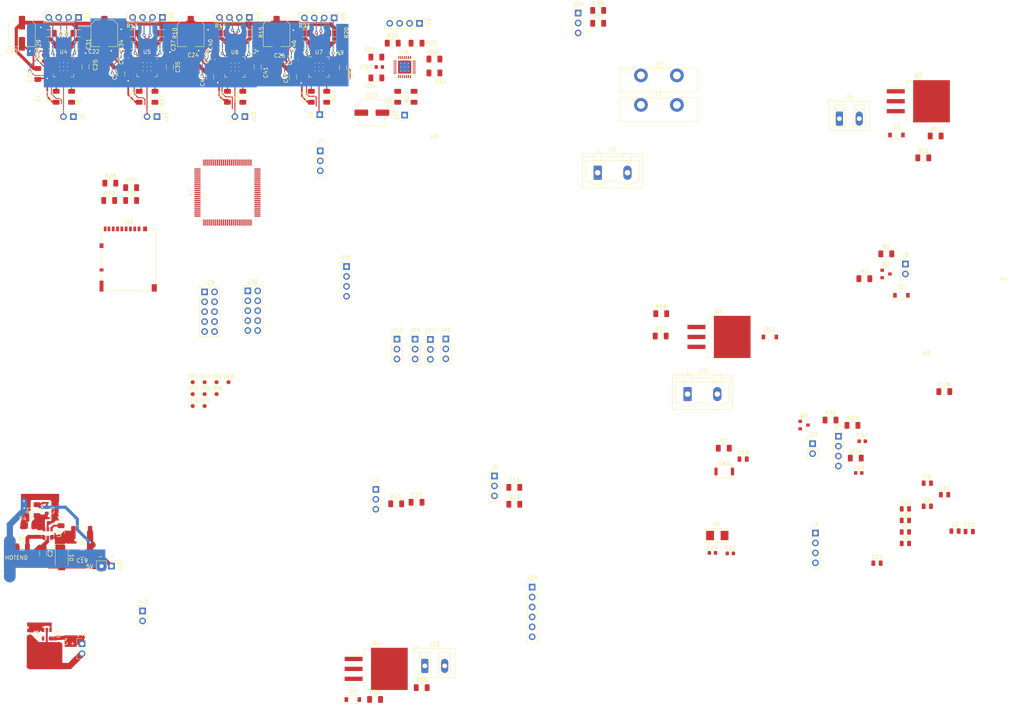
<source format=kicad_pcb>
(kicad_pcb (version 20171130) (host pcbnew "(5.1.5)-3")
  (layers (0 F.Cu signal) (31 B.Cu signal) (34 B.Paste user) (35 F.Paste user) (36 B.SilkS user) (37 F.SilkS user) (38 B.Mask user) (39 F.Mask user) (44 Edge.Cuts user))
  (net 0 "")
  (net 1 VDD)
  (net 2 +5V)
  (net 3 +3V3)
  (net 4 T1)
  (net 5 T2)
  (net 6 "Net-(D11-Pad1)")
  (net 7 "Net-(D11-Pad2)")
  (net 8 Z-MAX)
  (net 9 Z-MIN)
  (net 10 Y-MAX)
  (net 11 Y-MIN)
  (net 12 X-MAX)
  (net 13 X-MIN)
  (net 14 SV1)
  (net 15 FET1)
  (net 16 FET2)
  (net 17 FET3)
  (net 18 EN_X)
  (net 19 STEP_X)
  (net 20 DIR_X)
  (net 21 EN_Y)
  (net 22 STEP_Y)
  (net 23 DIR_Y)
  (net 24 DIR_Z)
  (net 25 STEP_Z)
  (net 26 EN_Z)
  (net 27 "Net-(Q1-Pad1)")
  (net 28 "Net-(Q2-Pad1)")
  (net 29 "Net-(Q3-Pad1)")
  (net 30 "Net-(D2-Pad2)")
  (net 31 "Net-(D8-Pad2)")
  (net 32 RESET)
  (net 33 "Net-(C14-Pad2)")
  (net 34 MOSI)
  (net 35 SCK)
  (net 36 MISO)
  (net 37 CS1)
  (net 38 URX0)
  (net 39 UTX0)
  (net 40 DIR_E0)
  (net 41 EN_E0)
  (net 42 STEP_E0)
  (net 43 GND)
  (net 44 "Net-(C17-Pad2)")
  (net 45 HeatbedPWR)
  (net 46 "Net-(J12-Pad2)")
  (net 47 Beeper)
  (net 48 LCDE)
  (net 49 LCDRS)
  (net 50 LCD4)
  (net 51 LCD5)
  (net 52 LCD6)
  (net 53 LCD7)
  (net 54 BTN_EN2)
  (net 55 BTN_EN1)
  (net 56 SD_DETECT)
  (net 57 BTN_SW)
  (net 58 "Net-(C1-Pad2)")
  (net 59 "Net-(C1-Pad1)")
  (net 60 "Net-(C5-Pad2)")
  (net 61 "Net-(U3-Pad4)")
  (net 62 "Net-(R5-Pad1)")
  (net 63 USB_D-)
  (net 64 USB_D+)
  (net 65 "Net-(C12-Pad1)")
  (net 66 "Net-(C25-Pad1)")
  (net 67 "Net-(C27-Pad2)")
  (net 68 "Net-(C28-Pad2)")
  (net 69 "Net-(C28-Pad1)")
  (net 70 "Net-(C29-Pad2)")
  (net 71 "Net-(C32-Pad2)")
  (net 72 "Net-(C32-Pad1)")
  (net 73 "Net-(C33-Pad2)")
  (net 74 "Net-(C34-Pad2)")
  (net 75 "Net-(C35-Pad1)")
  (net 76 "Net-(C38-Pad2)")
  (net 77 "Net-(C38-Pad1)")
  (net 78 "Net-(C39-Pad2)")
  (net 79 "Net-(C40-Pad2)")
  (net 80 "Net-(C41-Pad1)")
  (net 81 "Net-(C44-Pad2)")
  (net 82 "Net-(C44-Pad1)")
  (net 83 "Net-(C45-Pad2)")
  (net 84 "Net-(C46-Pad2)")
  (net 85 "Net-(C47-Pad1)")
  (net 86 "Net-(C50-Pad2)")
  (net 87 "Net-(C50-Pad1)")
  (net 88 "Net-(C51-Pad2)")
  (net 89 "Net-(C52-Pad1)")
  (net 90 "Net-(C56-Pad2)")
  (net 91 "Net-(C57-Pad2)")
  (net 92 "Net-(C58-Pad2)")
  (net 93 SD_CS_LCD)
  (net 94 "Net-(J4-Pad2)")
  (net 95 "Net-(J9-Pad1)")
  (net 96 "Net-(J11-Pad2)")
  (net 97 IO1)
  (net 98 "Net-(J18-Pad1)")
  (net 99 "Net-(J19-Pad4)")
  (net 100 "Net-(J19-Pad3)")
  (net 101 "Net-(J19-Pad2)")
  (net 102 "Net-(J19-Pad1)")
  (net 103 espDataReady)
  (net 104 espReset)
  (net 105 TfrReady)
  (net 106 URX3)
  (net 107 UTX3)
  (net 108 "Net-(J21-Pad1)")
  (net 109 SD_MISO)
  (net 110 SD_SCK)
  (net 111 SD_MOSI)
  (net 112 SD_CS)
  (net 113 "Net-(J32-Pad1)")
  (net 114 "Net-(J32-Pad8)")
  (net 115 "Net-(J33-Pad4)")
  (net 116 "Net-(J33-Pad3)")
  (net 117 "Net-(J33-Pad2)")
  (net 118 "Net-(J33-Pad1)")
  (net 119 "Net-(J39-Pad4)")
  (net 120 "Net-(J39-Pad3)")
  (net 121 "Net-(J39-Pad2)")
  (net 122 "Net-(J39-Pad1)")
  (net 123 "Net-(J44-Pad4)")
  (net 124 "Net-(J44-Pad3)")
  (net 125 "Net-(J44-Pad2)")
  (net 126 "Net-(J44-Pad1)")
  (net 127 "Net-(J60-Pad4)")
  (net 128 "Net-(J60-Pad3)")
  (net 129 "Net-(J60-Pad2)")
  (net 130 "Net-(J60-Pad1)")
  (net 131 "Net-(Q5-Pad2)")
  (net 132 USB_CONN)
  (net 133 SRX_X)
  (net 134 STX_X)
  (net 135 "Net-(R8-Pad2)")
  (net 136 "Net-(R9-Pad2)")
  (net 137 "Net-(R10-Pad2)")
  (net 138 "Net-(R13-Pad2)")
  (net 139 SRX_Y)
  (net 140 STX_Y)
  (net 141 "Net-(R15-Pad2)")
  (net 142 "Net-(R16-Pad2)")
  (net 143 SRX_Z)
  (net 144 STX_Z)
  (net 145 "Net-(R20-Pad2)")
  (net 146 "Net-(R23-Pad2)")
  (net 147 SRX_E0)
  (net 148 STX_E0)
  (net 149 "Net-(R25-Pad2)")
  (net 150 "Net-(R26-Pad2)")
  (net 151 SRX_E1)
  (net 152 STX_E1)
  (net 153 EN_E1)
  (net 154 STEP_E1)
  (net 155 DIR_E1)
  (net 156 "Net-(U2-Pad13)")
  (net 157 T3)
  (net 158 "Net-(U4-Pad25)")
  (net 159 "Net-(U4-Pad20)")
  (net 160 "Net-(U4-Pad17)")
  (net 161 "Net-(U4-Pad12)")
  (net 162 "Net-(U4-Pad7)")
  (net 163 "Net-(U5-Pad25)")
  (net 164 "Net-(U5-Pad20)")
  (net 165 "Net-(U5-Pad17)")
  (net 166 "Net-(U5-Pad12)")
  (net 167 "Net-(U5-Pad7)")
  (net 168 "Net-(U6-Pad25)")
  (net 169 "Net-(U6-Pad20)")
  (net 170 "Net-(U6-Pad17)")
  (net 171 "Net-(U6-Pad12)")
  (net 172 "Net-(U6-Pad7)")
  (net 173 "Net-(U7-Pad25)")
  (net 174 "Net-(U7-Pad20)")
  (net 175 "Net-(U7-Pad17)")
  (net 176 "Net-(U7-Pad12)")
  (net 177 "Net-(U7-Pad7)")
  (net 178 "Net-(U8-Pad25)")
  (net 179 "Net-(U8-Pad20)")
  (net 180 "Net-(U8-Pad17)")
  (net 181 "Net-(U8-Pad12)")
  (net 182 "Net-(U8-Pad7)")
  (net 183 "Net-(D3-Pad2)")
  (net 184 "Net-(Q4-Pad1)")
  (net 185 FET4)
  (net 186 "Net-(TP1-Pad1)")
  (net 187 "Net-(TP2-Pad1)")
  (net 188 "Net-(TP3-Pad1)")
  (net 189 "Net-(TP4-Pad1)")
  (net 190 "Net-(TP5-Pad1)")
  (net 191 "Net-(TP6-Pad1)")
  (net 192 "Net-(TP7-Pad1)")
  (net 193 "Net-(TP8-Pad1)")
  (net 194 "Net-(TP9-Pad1)")
  (module Resistor_SMD:R_1206_3216Metric (layer F.Cu) (at 32.766 23.876)
    (fp_text reference R9 (at 3.048 0 270) (layer F.SilkS))
    (fp_text value 0R11)
    (pad 2 smd roundrect (at 1.4 0) (size 1.25 1.75) (layers F.Cu F.Paste F.Mask) (roundrect_rratio 0.2) (net 136 "Net-(R9-Pad2)"))
    (pad 1 smd roundrect (at -1.4 0) (size 1.25 1.75) (layers F.Cu F.Paste F.Mask) (roundrect_rratio 0.2) (net 43 GND))
  )
  (module Resistor_SMD:R_1206_3216Metric (layer F.Cu) (at 173.355 21.324)
    (fp_text reference R37 (at 0 -1.82) (layer F.SilkS))
    (fp_text value 4K7)
    (pad 2 smd roundrect (at 1.4 0) (size 1.25 1.75) (layers F.Cu F.Paste F.Mask) (roundrect_rratio 0.2) (net 157 T3))
    (pad 1 smd roundrect (at -1.4 0) (size 1.25 1.75) (layers F.Cu F.Paste F.Mask) (roundrect_rratio 0.2) (net 3 +3V3))
  )
  (module Connector_PinHeader_2.54mm:PinHeader_1x03_P2.54mm_Vertical (layer F.Cu) (at 168.225 18.714)
    (fp_text reference J24 (at 0 -2.33) (layer F.SilkS))
    (fp_text value TH_E1)
    (pad 3 thru_hole oval (at 0 5.08) (size 1.7 1.7) (drill 1) (layers *.Cu *.Mask) (net 157 T3))
    (pad 2 thru_hole oval (at 0 2.54) (size 1.7 1.7) (drill 1) (layers *.Cu *.Mask) (net 43 GND))
    (pad 1 thru_hole rect (at 0 0) (size 1.7 1.7) (drill 1) (layers *.Cu *.Mask) (net 43 GND))
  )
  (module Capacitor_SMD:C_1206_3216Metric (layer F.Cu) (at 173.355 18.034)
    (fp_text reference C59 (at 0 -1.82) (layer F.SilkS))
    (fp_text value 10uF)
    (pad 2 smd roundrect (at 1.4 0) (size 1.25 1.75) (layers F.Cu F.Paste F.Mask) (roundrect_rratio 0.2) (net 43 GND))
    (pad 1 smd roundrect (at -1.4 0) (size 1.25 1.75) (layers F.Cu F.Paste F.Mask) (roundrect_rratio 0.2) (net 157 T3))
  )
  (module Crystal:Crystal_SMD_5032-2Pin_5.0x3.2mm (layer F.Cu) (at 203.835 152.4)
    (fp_text reference Y1 (at 0 -2.8) (layer F.SilkS))
    (fp_text value 12Mhz)
    (pad 2 smd rect (at 1.85 0) (size 2 2.4) (layers F.Cu F.Paste F.Mask) (net 33 "Net-(C14-Pad2)"))
    (pad 1 smd rect (at -1.85 0) (size 2 2.4) (layers F.Cu F.Paste F.Mask) (net 44 "Net-(C17-Pad2)"))
  )
  (module Package_DFN_QFN:QFN-28-1EP_5x5mm_P0.5mm_EP3.35x3.35mm_ThermalVias (layer F.Cu) (at 123.825 32.52)
    (fp_text reference U8 (at 0 -3.8) (layer F.SilkS))
    (fp_text value TMC2209-LA)
    (pad 28 smd roundrect (at -1.5 -2.45) (size 0.25 0.8) (layers F.Cu F.Paste F.Mask) (net 1 VDD))
    (pad 27 smd roundrect (at -1 -2.45) (size 0.25 0.8) (layers F.Cu F.Paste F.Mask) (net 150 "Net-(R26-Pad2)"))
    (pad 26 smd roundrect (at -0.5 -2.45) (size 0.25 0.8) (layers F.Cu F.Paste F.Mask) (net 100 "Net-(J19-Pad3)"))
    (pad 25 smd roundrect (at 0 -2.45) (size 0.25 0.8) (layers F.Cu F.Paste F.Mask) (net 178 "Net-(U8-Pad25)"))
    (pad 24 smd roundrect (at 0.5 -2.45) (size 0.25 0.8) (layers F.Cu F.Paste F.Mask) (net 101 "Net-(J19-Pad2)"))
    (pad 23 smd roundrect (at 1 -2.45) (size 0.25 0.8) (layers F.Cu F.Paste F.Mask) (net 149 "Net-(R25-Pad2)"))
    (pad 22 smd roundrect (at 1.5 -2.45) (size 0.25 0.8) (layers F.Cu F.Paste F.Mask) (net 1 VDD))
    (pad 21 smd roundrect (at 2.45 -1.5) (size 0.8 0.25) (layers F.Cu F.Paste F.Mask) (net 102 "Net-(J19-Pad1)"))
    (pad 20 smd roundrect (at 2.45 -1) (size 0.8 0.25) (layers F.Cu F.Paste F.Mask) (net 179 "Net-(U8-Pad20)"))
    (pad 19 smd roundrect (at 2.45 -0.5) (size 0.8 0.25) (layers F.Cu F.Paste F.Mask) (net 155 DIR_E1))
    (pad 18 smd roundrect (at 2.45 0) (size 0.8 0.25) (layers F.Cu F.Paste F.Mask) (net 43 GND))
    (pad 17 smd roundrect (at 2.45 0.5) (size 0.8 0.25) (layers F.Cu F.Paste F.Mask) (net 180 "Net-(U8-Pad17)"))
    (pad 16 smd roundrect (at 2.45 1) (size 0.8 0.25) (layers F.Cu F.Paste F.Mask) (net 154 STEP_E1))
    (pad 15 smd roundrect (at 2.45 1.5) (size 0.8 0.25) (layers F.Cu F.Paste F.Mask) (net 89 "Net-(C52-Pad1)"))
    (pad 14 smd roundrect (at 1.5 2.45) (size 0.25 0.8) (layers F.Cu F.Paste F.Mask) (net 151 SRX_E1))
    (pad 13 smd roundrect (at 1 2.45) (size 0.25 0.8) (layers F.Cu F.Paste F.Mask) (net 43 GND))
    (pad 12 smd roundrect (at 0.5 2.45) (size 0.25 0.8) (layers F.Cu F.Paste F.Mask) (net 181 "Net-(U8-Pad12)"))
    (pad 11 smd roundrect (at 0 2.45) (size 0.25 0.8) (layers F.Cu F.Paste F.Mask) (net 98 "Net-(J18-Pad1)"))
    (pad 10 smd roundrect (at -0.5 2.45) (size 0.25 0.8) (layers F.Cu F.Paste F.Mask) (net 43 GND))
    (pad 9 smd roundrect (at -1 2.45) (size 0.25 0.8) (layers F.Cu F.Paste F.Mask) (net 43 GND))
    (pad 8 smd roundrect (at -1.5 2.45) (size 0.25 0.8) (layers F.Cu F.Paste F.Mask) (net 90 "Net-(C56-Pad2)"))
    (pad 7 smd roundrect (at -2.45 1.5) (size 0.8 0.25) (layers F.Cu F.Paste F.Mask) (net 182 "Net-(U8-Pad7)"))
    (pad 6 smd roundrect (at -2.45 1) (size 0.8 0.25) (layers F.Cu F.Paste F.Mask) (net 88 "Net-(C51-Pad2)"))
    (pad 5 smd roundrect (at -2.45 0.5) (size 0.8 0.25) (layers F.Cu F.Paste F.Mask) (net 87 "Net-(C50-Pad1)"))
    (pad 4 smd roundrect (at -2.45 0) (size 0.8 0.25) (layers F.Cu F.Paste F.Mask) (net 86 "Net-(C50-Pad2)"))
    (pad 3 smd roundrect (at -2.45 -0.5) (size 0.8 0.25) (layers F.Cu F.Paste F.Mask) (net 43 GND))
    (pad 2 smd roundrect (at -2.45 -1) (size 0.8 0.25) (layers F.Cu F.Paste F.Mask) (net 153 EN_E1))
    (pad 1 smd roundrect (at -2.45 -1.5) (size 0.8 0.25) (layers F.Cu F.Paste F.Mask) (net 99 "Net-(J19-Pad4)"))
    (pad 29 smd roundrect (at 0 0) (size 2.5 2.5) (layers B.Cu) (roundrect_rratio 0.1) (net 43 GND))
    (pad 29 thru_hole circle (at 1 1) (size 0.5 0.5) (drill 0.2) (layers *.Cu) (net 43 GND))
    (pad 29 thru_hole circle (at 0 1) (size 0.5 0.5) (drill 0.2) (layers *.Cu) (net 43 GND))
    (pad 29 thru_hole circle (at -1 1) (size 0.5 0.5) (drill 0.2) (layers *.Cu) (net 43 GND))
    (pad 29 thru_hole circle (at 1 0) (size 0.5 0.5) (drill 0.2) (layers *.Cu) (net 43 GND))
    (pad 29 thru_hole circle (at 0 0) (size 0.5 0.5) (drill 0.2) (layers *.Cu) (net 43 GND))
    (pad 29 thru_hole circle (at -1 0) (size 0.5 0.5) (drill 0.2) (layers *.Cu) (net 43 GND))
    (pad 29 thru_hole circle (at 1 -1) (size 0.5 0.5) (drill 0.2) (layers *.Cu) (net 43 GND))
    (pad 29 thru_hole circle (at 0 -1) (size 0.5 0.5) (drill 0.2) (layers *.Cu) (net 43 GND))
    (pad 29 thru_hole circle (at -1 -1) (size 0.5 0.5) (drill 0.2) (layers *.Cu) (net 43 GND))
    (pad 29 smd roundrect (at 0 0) (size 3.35 3.35) (layers F.Cu F.Mask) (roundrect_rratio 0.074627) (net 43 GND))
  )
  (module Package_DFN_QFN:QFN-28-1EP_5x5mm_P0.5mm_EP3.35x3.35mm_ThermalVias (layer F.Cu) (at 101.9175 32.512)
    (fp_text reference U7 (at 0 -3.8) (layer F.SilkS))
    (fp_text value TMC2209-LA)
    (pad 28 smd roundrect (at -1.5 -2.45) (size 0.25 0.8) (layers F.Cu F.Paste F.Mask) (net 1 VDD))
    (pad 27 smd roundrect (at -1 -2.45) (size 0.25 0.8) (layers F.Cu F.Paste F.Mask) (net 146 "Net-(R23-Pad2)"))
    (pad 26 smd roundrect (at -0.5 -2.45) (size 0.25 0.8) (layers F.Cu F.Paste F.Mask) (net 128 "Net-(J60-Pad3)"))
    (pad 25 smd roundrect (at 0 -2.45) (size 0.25 0.8) (layers F.Cu F.Paste F.Mask) (net 173 "Net-(U7-Pad25)"))
    (pad 24 smd roundrect (at 0.5 -2.45) (size 0.25 0.8) (layers F.Cu F.Paste F.Mask) (net 129 "Net-(J60-Pad2)"))
    (pad 23 smd roundrect (at 1 -2.45) (size 0.25 0.8) (layers F.Cu F.Paste F.Mask) (net 145 "Net-(R20-Pad2)"))
    (pad 22 smd roundrect (at 1.5 -2.45) (size 0.25 0.8) (layers F.Cu F.Paste F.Mask) (net 1 VDD))
    (pad 21 smd roundrect (at 2.45 -1.5) (size 0.8 0.25) (layers F.Cu F.Paste F.Mask) (net 130 "Net-(J60-Pad1)"))
    (pad 20 smd roundrect (at 2.45 -1) (size 0.8 0.25) (layers F.Cu F.Paste F.Mask) (net 174 "Net-(U7-Pad20)"))
    (pad 19 smd roundrect (at 2.45 -0.5) (size 0.8 0.25) (layers F.Cu F.Paste F.Mask) (net 40 DIR_E0))
    (pad 18 smd roundrect (at 2.45 0) (size 0.8 0.25) (layers F.Cu F.Paste F.Mask) (net 43 GND))
    (pad 17 smd roundrect (at 2.45 0.5) (size 0.8 0.25) (layers F.Cu F.Paste F.Mask) (net 175 "Net-(U7-Pad17)"))
    (pad 16 smd roundrect (at 2.45 1) (size 0.8 0.25) (layers F.Cu F.Paste F.Mask) (net 42 STEP_E0))
    (pad 15 smd roundrect (at 2.45 1.5) (size 0.8 0.25) (layers F.Cu F.Paste F.Mask) (net 85 "Net-(C47-Pad1)"))
    (pad 14 smd roundrect (at 1.5 2.45) (size 0.25 0.8) (layers F.Cu F.Paste F.Mask) (net 147 SRX_E0))
    (pad 13 smd roundrect (at 1 2.45) (size 0.25 0.8) (layers F.Cu F.Paste F.Mask) (net 43 GND))
    (pad 12 smd roundrect (at 0.5 2.45) (size 0.25 0.8) (layers F.Cu F.Paste F.Mask) (net 176 "Net-(U7-Pad12)"))
    (pad 11 smd roundrect (at 0 2.45) (size 0.25 0.8) (layers F.Cu F.Paste F.Mask) (net 95 "Net-(J9-Pad1)"))
    (pad 10 smd roundrect (at -0.5 2.45) (size 0.25 0.8) (layers F.Cu F.Paste F.Mask) (net 43 GND))
    (pad 9 smd roundrect (at -1 2.45) (size 0.25 0.8) (layers F.Cu F.Paste F.Mask) (net 43 GND))
    (pad 8 smd roundrect (at -1.5 2.45) (size 0.25 0.8) (layers F.Cu F.Paste F.Mask) (net 83 "Net-(C45-Pad2)"))
    (pad 7 smd roundrect (at -2.45 1.5) (size 0.8 0.25) (layers F.Cu F.Paste F.Mask) (net 177 "Net-(U7-Pad7)"))
    (pad 6 smd roundrect (at -2.45 1) (size 0.8 0.25) (layers F.Cu F.Paste F.Mask) (net 84 "Net-(C46-Pad2)"))
    (pad 5 smd roundrect (at -2.45 0.5) (size 0.8 0.25) (layers F.Cu F.Paste F.Mask) (net 82 "Net-(C44-Pad1)"))
    (pad 4 smd roundrect (at -2.45 0) (size 0.8 0.25) (layers F.Cu F.Paste F.Mask) (net 81 "Net-(C44-Pad2)"))
    (pad 3 smd roundrect (at -2.45 -0.5) (size 0.8 0.25) (layers F.Cu F.Paste F.Mask) (net 43 GND))
    (pad 2 smd roundrect (at -2.45 -1) (size 0.8 0.25) (layers F.Cu F.Paste F.Mask) (net 41 EN_E0))
    (pad 1 smd roundrect (at -2.45 -1.5) (size 0.8 0.25) (layers F.Cu F.Paste F.Mask) (net 127 "Net-(J60-Pad4)"))
    (pad 29 smd roundrect (at 0 0) (size 2.5 2.5) (layers B.Cu) (roundrect_rratio 0.1) (net 43 GND))
    (pad 29 thru_hole circle (at 1 1) (size 0.5 0.5) (drill 0.2) (layers *.Cu) (net 43 GND))
    (pad 29 thru_hole circle (at 0 1) (size 0.5 0.5) (drill 0.2) (layers *.Cu) (net 43 GND))
    (pad 29 thru_hole circle (at -1 1) (size 0.5 0.5) (drill 0.2) (layers *.Cu) (net 43 GND))
    (pad 29 thru_hole circle (at 1 0) (size 0.5 0.5) (drill 0.2) (layers *.Cu) (net 43 GND))
    (pad 29 thru_hole circle (at 0 0) (size 0.5 0.5) (drill 0.2) (layers *.Cu) (net 43 GND))
    (pad 29 thru_hole circle (at -1 0) (size 0.5 0.5) (drill 0.2) (layers *.Cu) (net 43 GND))
    (pad 29 thru_hole circle (at 1 -1) (size 0.5 0.5) (drill 0.2) (layers *.Cu) (net 43 GND))
    (pad 29 thru_hole circle (at 0 -1) (size 0.5 0.5) (drill 0.2) (layers *.Cu) (net 43 GND))
    (pad 29 thru_hole circle (at -1 -1) (size 0.5 0.5) (drill 0.2) (layers *.Cu) (net 43 GND))
    (pad 29 smd roundrect (at 0 0) (size 3.35 3.35) (layers F.Cu F.Mask) (roundrect_rratio 0.074627) (net 43 GND))
  )
  (module Package_DFN_QFN:QFN-28-1EP_5x5mm_P0.5mm_EP3.35x3.35mm_ThermalVias (layer F.Cu) (at 80.391 32.512)
    (fp_text reference U6 (at 0 -3.8) (layer F.SilkS))
    (fp_text value TMC2209-LA)
    (pad 28 smd roundrect (at -1.5 -2.45) (size 0.25 0.8) (layers F.Cu F.Paste F.Mask) (net 1 VDD))
    (pad 27 smd roundrect (at -1 -2.45) (size 0.25 0.8) (layers F.Cu F.Paste F.Mask) (net 142 "Net-(R16-Pad2)"))
    (pad 26 smd roundrect (at -0.5 -2.45) (size 0.25 0.8) (layers F.Cu F.Paste F.Mask) (net 124 "Net-(J44-Pad3)"))
    (pad 25 smd roundrect (at 0 -2.45) (size 0.25 0.8) (layers F.Cu F.Paste F.Mask) (net 168 "Net-(U6-Pad25)"))
    (pad 24 smd roundrect (at 0.5 -2.45) (size 0.25 0.8) (layers F.Cu F.Paste F.Mask) (net 125 "Net-(J44-Pad2)"))
    (pad 23 smd roundrect (at 1 -2.45) (size 0.25 0.8) (layers F.Cu F.Paste F.Mask) (net 141 "Net-(R15-Pad2)"))
    (pad 22 smd roundrect (at 1.5 -2.45) (size 0.25 0.8) (layers F.Cu F.Paste F.Mask) (net 1 VDD))
    (pad 21 smd roundrect (at 2.45 -1.5) (size 0.8 0.25) (layers F.Cu F.Paste F.Mask) (net 126 "Net-(J44-Pad1)"))
    (pad 20 smd roundrect (at 2.45 -1) (size 0.8 0.25) (layers F.Cu F.Paste F.Mask) (net 169 "Net-(U6-Pad20)"))
    (pad 19 smd roundrect (at 2.45 -0.5) (size 0.8 0.25) (layers F.Cu F.Paste F.Mask) (net 24 DIR_Z))
    (pad 18 smd roundrect (at 2.45 0) (size 0.8 0.25) (layers F.Cu F.Paste F.Mask) (net 43 GND))
    (pad 17 smd roundrect (at 2.45 0.5) (size 0.8 0.25) (layers F.Cu F.Paste F.Mask) (net 170 "Net-(U6-Pad17)"))
    (pad 16 smd roundrect (at 2.45 1) (size 0.8 0.25) (layers F.Cu F.Paste F.Mask) (net 25 STEP_Z))
    (pad 15 smd roundrect (at 2.45 1.5) (size 0.8 0.25) (layers F.Cu F.Paste F.Mask) (net 80 "Net-(C41-Pad1)"))
    (pad 14 smd roundrect (at 1.5 2.45) (size 0.25 0.8) (layers F.Cu F.Paste F.Mask) (net 143 SRX_Z))
    (pad 13 smd roundrect (at 1 2.45) (size 0.25 0.8) (layers F.Cu F.Paste F.Mask) (net 43 GND))
    (pad 12 smd roundrect (at 0.5 2.45) (size 0.25 0.8) (layers F.Cu F.Paste F.Mask) (net 171 "Net-(U6-Pad12)"))
    (pad 11 smd roundrect (at 0 2.45) (size 0.25 0.8) (layers F.Cu F.Paste F.Mask) (net 46 "Net-(J12-Pad2)"))
    (pad 10 smd roundrect (at -0.5 2.45) (size 0.25 0.8) (layers F.Cu F.Paste F.Mask) (net 43 GND))
    (pad 9 smd roundrect (at -1 2.45) (size 0.25 0.8) (layers F.Cu F.Paste F.Mask) (net 43 GND))
    (pad 8 smd roundrect (at -1.5 2.45) (size 0.25 0.8) (layers F.Cu F.Paste F.Mask) (net 78 "Net-(C39-Pad2)"))
    (pad 7 smd roundrect (at -2.45 1.5) (size 0.8 0.25) (layers F.Cu F.Paste F.Mask) (net 172 "Net-(U6-Pad7)"))
    (pad 6 smd roundrect (at -2.45 1) (size 0.8 0.25) (layers F.Cu F.Paste F.Mask) (net 79 "Net-(C40-Pad2)"))
    (pad 5 smd roundrect (at -2.45 0.5) (size 0.8 0.25) (layers F.Cu F.Paste F.Mask) (net 77 "Net-(C38-Pad1)"))
    (pad 4 smd roundrect (at -2.45 0) (size 0.8 0.25) (layers F.Cu F.Paste F.Mask) (net 76 "Net-(C38-Pad2)"))
    (pad 3 smd roundrect (at -2.45 -0.5) (size 0.8 0.25) (layers F.Cu F.Paste F.Mask) (net 43 GND))
    (pad 2 smd roundrect (at -2.45 -1) (size 0.8 0.25) (layers F.Cu F.Paste F.Mask) (net 26 EN_Z))
    (pad 1 smd roundrect (at -2.45 -1.5) (size 0.8 0.25) (layers F.Cu F.Paste F.Mask) (net 123 "Net-(J44-Pad4)"))
    (pad 29 smd roundrect (at 0 0) (size 2.5 2.5) (layers B.Cu) (roundrect_rratio 0.1) (net 43 GND))
    (pad 29 thru_hole circle (at 1 1) (size 0.5 0.5) (drill 0.2) (layers *.Cu) (net 43 GND))
    (pad 29 thru_hole circle (at 0 1) (size 0.5 0.5) (drill 0.2) (layers *.Cu) (net 43 GND))
    (pad 29 thru_hole circle (at -1 1) (size 0.5 0.5) (drill 0.2) (layers *.Cu) (net 43 GND))
    (pad 29 thru_hole circle (at 1 0) (size 0.5 0.5) (drill 0.2) (layers *.Cu) (net 43 GND))
    (pad 29 thru_hole circle (at 0 0) (size 0.5 0.5) (drill 0.2) (layers *.Cu) (net 43 GND))
    (pad 29 thru_hole circle (at -1 0) (size 0.5 0.5) (drill 0.2) (layers *.Cu) (net 43 GND))
    (pad 29 thru_hole circle (at 1 -1) (size 0.5 0.5) (drill 0.2) (layers *.Cu) (net 43 GND))
    (pad 29 thru_hole circle (at 0 -1) (size 0.5 0.5) (drill 0.2) (layers *.Cu) (net 43 GND))
    (pad 29 thru_hole circle (at -1 -1) (size 0.5 0.5) (drill 0.2) (layers *.Cu) (net 43 GND))
    (pad 29 smd roundrect (at 0 0) (size 3.35 3.35) (layers F.Cu F.Mask) (roundrect_rratio 0.074627) (net 43 GND))
  )
  (module Package_DFN_QFN:QFN-28-1EP_5x5mm_P0.5mm_EP3.35x3.35mm_ThermalVias (layer F.Cu) (at 57.904 32.4271)
    (fp_text reference U5 (at 0 -3.8) (layer F.SilkS))
    (fp_text value TMC2209-LA)
    (pad 28 smd roundrect (at -1.5 -2.45) (size 0.25 0.8) (layers F.Cu F.Paste F.Mask) (net 1 VDD))
    (pad 27 smd roundrect (at -1 -2.45) (size 0.25 0.8) (layers F.Cu F.Paste F.Mask) (net 138 "Net-(R13-Pad2)"))
    (pad 26 smd roundrect (at -0.5 -2.45) (size 0.25 0.8) (layers F.Cu F.Paste F.Mask) (net 120 "Net-(J39-Pad3)"))
    (pad 25 smd roundrect (at 0 -2.45) (size 0.25 0.8) (layers F.Cu F.Paste F.Mask) (net 163 "Net-(U5-Pad25)"))
    (pad 24 smd roundrect (at 0.5 -2.45) (size 0.25 0.8) (layers F.Cu F.Paste F.Mask) (net 121 "Net-(J39-Pad2)"))
    (pad 23 smd roundrect (at 1 -2.45) (size 0.25 0.8) (layers F.Cu F.Paste F.Mask) (net 137 "Net-(R10-Pad2)"))
    (pad 22 smd roundrect (at 1.5 -2.45) (size 0.25 0.8) (layers F.Cu F.Paste F.Mask) (net 1 VDD))
    (pad 21 smd roundrect (at 2.45 -1.5) (size 0.8 0.25) (layers F.Cu F.Paste F.Mask) (net 122 "Net-(J39-Pad1)"))
    (pad 20 smd roundrect (at 2.45 -1) (size 0.8 0.25) (layers F.Cu F.Paste F.Mask) (net 164 "Net-(U5-Pad20)"))
    (pad 19 smd roundrect (at 2.45 -0.5) (size 0.8 0.25) (layers F.Cu F.Paste F.Mask) (net 23 DIR_Y))
    (pad 18 smd roundrect (at 2.45 0) (size 0.8 0.25) (layers F.Cu F.Paste F.Mask) (net 43 GND))
    (pad 17 smd roundrect (at 2.45 0.5) (size 0.8 0.25) (layers F.Cu F.Paste F.Mask) (net 165 "Net-(U5-Pad17)"))
    (pad 16 smd roundrect (at 2.45 1) (size 0.8 0.25) (layers F.Cu F.Paste F.Mask) (net 22 STEP_Y))
    (pad 15 smd roundrect (at 2.45 1.5) (size 0.8 0.25) (layers F.Cu F.Paste F.Mask) (net 75 "Net-(C35-Pad1)"))
    (pad 14 smd roundrect (at 1.5 2.45) (size 0.25 0.8) (layers F.Cu F.Paste F.Mask) (net 139 SRX_Y))
    (pad 13 smd roundrect (at 1 2.45) (size 0.25 0.8) (layers F.Cu F.Paste F.Mask) (net 43 GND))
    (pad 12 smd roundrect (at 0.5 2.45) (size 0.25 0.8) (layers F.Cu F.Paste F.Mask) (net 166 "Net-(U5-Pad12)"))
    (pad 11 smd roundrect (at 0 2.45) (size 0.25 0.8) (layers F.Cu F.Paste F.Mask) (net 96 "Net-(J11-Pad2)"))
    (pad 10 smd roundrect (at -0.5 2.45) (size 0.25 0.8) (layers F.Cu F.Paste F.Mask) (net 43 GND))
    (pad 9 smd roundrect (at -1 2.45) (size 0.25 0.8) (layers F.Cu F.Paste F.Mask) (net 43 GND))
    (pad 8 smd roundrect (at -1.5 2.45) (size 0.25 0.8) (layers F.Cu F.Paste F.Mask) (net 73 "Net-(C33-Pad2)"))
    (pad 7 smd roundrect (at -2.45 1.5) (size 0.8 0.25) (layers F.Cu F.Paste F.Mask) (net 167 "Net-(U5-Pad7)"))
    (pad 6 smd roundrect (at -2.45 1) (size 0.8 0.25) (layers F.Cu F.Paste F.Mask) (net 74 "Net-(C34-Pad2)"))
    (pad 5 smd roundrect (at -2.45 0.5) (size 0.8 0.25) (layers F.Cu F.Paste F.Mask) (net 72 "Net-(C32-Pad1)"))
    (pad 4 smd roundrect (at -2.45 0) (size 0.8 0.25) (layers F.Cu F.Paste F.Mask) (net 71 "Net-(C32-Pad2)"))
    (pad 3 smd roundrect (at -2.45 -0.5) (size 0.8 0.25) (layers F.Cu F.Paste F.Mask) (net 43 GND))
    (pad 2 smd roundrect (at -2.45 -1) (size 0.8 0.25) (layers F.Cu F.Paste F.Mask) (net 21 EN_Y))
    (pad 1 smd roundrect (at -2.45 -1.5) (size 0.8 0.25) (layers F.Cu F.Paste F.Mask) (net 119 "Net-(J39-Pad4)"))
    (pad 29 smd roundrect (at 0 0) (size 2.5 2.5) (layers B.Cu) (roundrect_rratio 0.1) (net 43 GND))
    (pad 29 thru_hole circle (at 1 1) (size 0.5 0.5) (drill 0.2) (layers *.Cu) (net 43 GND))
    (pad 29 thru_hole circle (at 0 1) (size 0.5 0.5) (drill 0.2) (layers *.Cu) (net 43 GND))
    (pad 29 thru_hole circle (at -1 1) (size 0.5 0.5) (drill 0.2) (layers *.Cu) (net 43 GND))
    (pad 29 thru_hole circle (at 1 0) (size 0.5 0.5) (drill 0.2) (layers *.Cu) (net 43 GND))
    (pad 29 thru_hole circle (at 0 0) (size 0.5 0.5) (drill 0.2) (layers *.Cu) (net 43 GND))
    (pad 29 thru_hole circle (at -1 0) (size 0.5 0.5) (drill 0.2) (layers *.Cu) (net 43 GND))
    (pad 29 thru_hole circle (at 1 -1) (size 0.5 0.5) (drill 0.2) (layers *.Cu) (net 43 GND))
    (pad 29 thru_hole circle (at 0 -1) (size 0.5 0.5) (drill 0.2) (layers *.Cu) (net 43 GND))
    (pad 29 thru_hole circle (at -1 -1) (size 0.5 0.5) (drill 0.2) (layers *.Cu) (net 43 GND))
    (pad 29 smd roundrect (at 0 0) (size 3.35 3.35) (layers F.Cu F.Mask) (roundrect_rratio 0.074627) (net 43 GND))
  )
  (module Package_DFN_QFN:QFN-28-1EP_5x5mm_P0.5mm_EP3.35x3.35mm_ThermalVias (layer F.Cu) (at 36.552 32.422)
    (fp_text reference U4 (at 0 -3.8) (layer F.SilkS))
    (fp_text value TMC2209-LA)
    (pad 28 smd roundrect (at -1.5 -2.45) (size 0.25 0.8) (layers F.Cu F.Paste F.Mask) (net 1 VDD))
    (pad 27 smd roundrect (at -1 -2.45) (size 0.25 0.8) (layers F.Cu F.Paste F.Mask) (net 136 "Net-(R9-Pad2)"))
    (pad 26 smd roundrect (at -0.5 -2.45) (size 0.25 0.8) (layers F.Cu F.Paste F.Mask) (net 116 "Net-(J33-Pad3)"))
    (pad 25 smd roundrect (at 0 -2.45) (size 0.25 0.8) (layers F.Cu F.Paste F.Mask) (net 158 "Net-(U4-Pad25)"))
    (pad 24 smd roundrect (at 0.5 -2.45) (size 0.25 0.8) (layers F.Cu F.Paste F.Mask) (net 117 "Net-(J33-Pad2)"))
    (pad 23 smd roundrect (at 1 -2.45) (size 0.25 0.8) (layers F.Cu F.Paste F.Mask) (net 135 "Net-(R8-Pad2)"))
    (pad 22 smd roundrect (at 1.5 -2.45) (size 0.25 0.8) (layers F.Cu F.Paste F.Mask) (net 1 VDD))
    (pad 21 smd roundrect (at 2.45 -1.5) (size 0.8 0.25) (layers F.Cu F.Paste F.Mask) (net 118 "Net-(J33-Pad1)"))
    (pad 20 smd roundrect (at 2.45 -1) (size 0.8 0.25) (layers F.Cu F.Paste F.Mask) (net 159 "Net-(U4-Pad20)"))
    (pad 19 smd roundrect (at 2.45 -0.5) (size 0.8 0.25) (layers F.Cu F.Paste F.Mask) (net 20 DIR_X))
    (pad 18 smd roundrect (at 2.45 0) (size 0.8 0.25) (layers F.Cu F.Paste F.Mask) (net 43 GND))
    (pad 17 smd roundrect (at 2.45 0.5) (size 0.8 0.25) (layers F.Cu F.Paste F.Mask) (net 160 "Net-(U4-Pad17)"))
    (pad 16 smd roundrect (at 2.45 1) (size 0.8 0.25) (layers F.Cu F.Paste F.Mask) (net 19 STEP_X))
    (pad 15 smd roundrect (at 2.45 1.5) (size 0.8 0.25) (layers F.Cu F.Paste F.Mask) (net 66 "Net-(C25-Pad1)"))
    (pad 14 smd roundrect (at 1.5 2.45) (size 0.25 0.8) (layers F.Cu F.Paste F.Mask) (net 133 SRX_X))
    (pad 13 smd roundrect (at 1 2.45) (size 0.25 0.8) (layers F.Cu F.Paste F.Mask) (net 43 GND))
    (pad 12 smd roundrect (at 0.5 2.45) (size 0.25 0.8) (layers F.Cu F.Paste F.Mask) (net 161 "Net-(U4-Pad12)"))
    (pad 11 smd roundrect (at 0 2.45) (size 0.25 0.8) (layers F.Cu F.Paste F.Mask) (net 94 "Net-(J4-Pad2)"))
    (pad 10 smd roundrect (at -0.5 2.45) (size 0.25 0.8) (layers F.Cu F.Paste F.Mask) (net 43 GND))
    (pad 9 smd roundrect (at -1 2.45) (size 0.25 0.8) (layers F.Cu F.Paste F.Mask) (net 43 GND))
    (pad 8 smd roundrect (at -1.5 2.45) (size 0.25 0.8) (layers F.Cu F.Paste F.Mask) (net 67 "Net-(C27-Pad2)"))
    (pad 7 smd roundrect (at -2.45 1.5) (size 0.8 0.25) (layers F.Cu F.Paste F.Mask) (net 162 "Net-(U4-Pad7)"))
    (pad 6 smd roundrect (at -2.45 1) (size 0.8 0.25) (layers F.Cu F.Paste F.Mask) (net 70 "Net-(C29-Pad2)"))
    (pad 5 smd roundrect (at -2.45 0.5) (size 0.8 0.25) (layers F.Cu F.Paste F.Mask) (net 69 "Net-(C28-Pad1)"))
    (pad 4 smd roundrect (at -2.45 0) (size 0.8 0.25) (layers F.Cu F.Paste F.Mask) (net 68 "Net-(C28-Pad2)"))
    (pad 3 smd roundrect (at -2.45 -0.5) (size 0.8 0.25) (layers F.Cu F.Paste F.Mask) (net 43 GND))
    (pad 2 smd roundrect (at -2.45 -1) (size 0.8 0.25) (layers F.Cu F.Paste F.Mask) (net 18 EN_X))
    (pad 1 smd roundrect (at -2.45 -1.5) (size 0.8 0.25) (layers F.Cu F.Paste F.Mask) (net 115 "Net-(J33-Pad4)"))
    (pad 29 smd roundrect (at 0 0) (size 2.5 2.5) (layers B.Cu) (roundrect_rratio 0.1) (net 43 GND))
    (pad 29 thru_hole circle (at 1 1) (size 0.5 0.5) (drill 0.2) (layers *.Cu) (net 43 GND))
    (pad 29 thru_hole circle (at 0 1) (size 0.5 0.5) (drill 0.2) (layers *.Cu) (net 43 GND))
    (pad 29 thru_hole circle (at -1 1) (size 0.5 0.5) (drill 0.2) (layers *.Cu) (net 43 GND))
    (pad 29 thru_hole circle (at 1 0) (size 0.5 0.5) (drill 0.2) (layers *.Cu) (net 43 GND))
    (pad 29 thru_hole circle (at 0 0) (size 0.5 0.5) (drill 0.2) (layers *.Cu) (net 43 GND))
    (pad 29 thru_hole circle (at -1 0) (size 0.5 0.5) (drill 0.2) (layers *.Cu) (net 43 GND))
    (pad 29 thru_hole circle (at 1 -1) (size 0.5 0.5) (drill 0.2) (layers *.Cu) (net 43 GND))
    (pad 29 thru_hole circle (at 0 -1) (size 0.5 0.5) (drill 0.2) (layers *.Cu) (net 43 GND))
    (pad 29 thru_hole circle (at -1 -1) (size 0.5 0.5) (drill 0.2) (layers *.Cu) (net 43 GND))
    (pad 29 smd roundrect (at 0 0) (size 3.35 3.35) (layers F.Cu F.Mask) (roundrect_rratio 0.074627) (net 43 GND))
  )
  (module Package_QFP:LQFP-100_14x14mm_P0.5mm (layer F.Cu) (at 78.486 64.643 90)
    (fp_text reference U2 (at 0 -9.42 90) (layer F.SilkS))
    (fp_text value LPC1768FBD100)
    (pad 100 smd roundrect (at -6 -7.675 90) (size 0.3 1.6) (layers F.Cu F.Paste F.Mask) (net 194 "Net-(TP9-Pad1)"))
    (pad 99 smd roundrect (at -5.5 -7.675 90) (size 0.3 1.6) (layers F.Cu F.Paste F.Mask) (net 38 URX0))
    (pad 98 smd roundrect (at -5 -7.675 90) (size 0.3 1.6) (layers F.Cu F.Paste F.Mask) (net 39 UTX0))
    (pad 97 smd roundrect (at -4.5 -7.675 90) (size 0.3 1.6) (layers F.Cu F.Paste F.Mask) (net 43 GND))
    (pad 96 smd roundrect (at -4 -7.675 90) (size 0.3 1.6) (layers F.Cu F.Paste F.Mask) (net 3 +3V3))
    (pad 95 smd roundrect (at -3.5 -7.675 90) (size 0.3 1.6) (layers F.Cu F.Paste F.Mask) (net 50 LCD4))
    (pad 94 smd roundrect (at -3 -7.675 90) (size 0.3 1.6) (layers F.Cu F.Paste F.Mask) (net 51 LCD5))
    (pad 93 smd roundrect (at -2.5 -7.675 90) (size 0.3 1.6) (layers F.Cu F.Paste F.Mask) (net 52 LCD6))
    (pad 92 smd roundrect (at -2 -7.675 90) (size 0.3 1.6) (layers F.Cu F.Paste F.Mask) (net 53 LCD7))
    (pad 91 smd roundrect (at -1.5 -7.675 90) (size 0.3 1.6) (layers F.Cu F.Paste F.Mask) (net 48 LCDE))
    (pad 90 smd roundrect (at -1 -7.675 90) (size 0.3 1.6) (layers F.Cu F.Paste F.Mask) (net 49 LCDRS))
    (pad 89 smd roundrect (at -0.5 -7.675 90) (size 0.3 1.6) (layers F.Cu F.Paste F.Mask) (net 56 SD_DETECT))
    (pad 88 smd roundrect (at 0 -7.675 90) (size 0.3 1.6) (layers F.Cu F.Paste F.Mask) (net 143 SRX_Z))
    (pad 87 smd roundrect (at 0.5 -7.675 90) (size 0.3 1.6) (layers F.Cu F.Paste F.Mask) (net 144 STX_Z))
    (pad 86 smd roundrect (at 1 -7.675 90) (size 0.3 1.6) (layers F.Cu F.Paste F.Mask) (net 139 SRX_Y))
    (pad 85 smd roundrect (at 1.5 -7.675 90) (size 0.3 1.6) (layers F.Cu F.Paste F.Mask) (net 153 EN_E1))
    (pad 84 smd roundrect (at 2 -7.675 90) (size 0.3 1.6) (layers F.Cu F.Paste F.Mask) (net 3 +3V3))
    (pad 83 smd roundrect (at 2.5 -7.675 90) (size 0.3 1.6) (layers F.Cu F.Paste F.Mask) (net 43 GND))
    (pad 82 smd roundrect (at 3 -7.675 90) (size 0.3 1.6) (layers F.Cu F.Paste F.Mask) (net 97 IO1))
    (pad 81 smd roundrect (at 3.5 -7.675 90) (size 0.3 1.6) (layers F.Cu F.Paste F.Mask) (net 93 SD_CS_LCD))
    (pad 80 smd roundrect (at 4 -7.675 90) (size 0.3 1.6) (layers F.Cu F.Paste F.Mask) (net 20 DIR_X))
    (pad 79 smd roundrect (at 4.5 -7.675 90) (size 0.3 1.6) (layers F.Cu F.Paste F.Mask) (net 112 SD_CS))
    (pad 78 smd roundrect (at 5 -7.675 90) (size 0.3 1.6) (layers F.Cu F.Paste F.Mask) (net 110 SD_SCK))
    (pad 77 smd roundrect (at 5.5 -7.675 90) (size 0.3 1.6) (layers F.Cu F.Paste F.Mask) (net 109 SD_MISO))
    (pad 76 smd roundrect (at 6 -7.675 90) (size 0.3 1.6) (layers F.Cu F.Paste F.Mask) (net 111 SD_MOSI))
    (pad 75 smd roundrect (at 7.675 -6 90) (size 1.6 0.3) (layers F.Cu F.Paste F.Mask) (net 19 STEP_X))
    (pad 74 smd roundrect (at 7.675 -5.5 90) (size 1.6 0.3) (layers F.Cu F.Paste F.Mask) (net 22 STEP_Y))
    (pad 73 smd roundrect (at 7.675 -5 90) (size 1.6 0.3) (layers F.Cu F.Paste F.Mask) (net 25 STEP_Z))
    (pad 72 smd roundrect (at 7.675 -4.5 90) (size 1.6 0.3) (layers F.Cu F.Paste F.Mask) (net 43 GND))
    (pad 71 smd roundrect (at 7.675 -4 90) (size 1.6 0.3) (layers F.Cu F.Paste F.Mask) (net 3 +3V3))
    (pad 70 smd roundrect (at 7.675 -3.5 90) (size 1.6 0.3) (layers F.Cu F.Paste F.Mask) (net 42 STEP_E0))
    (pad 69 smd roundrect (at 7.675 -3 90) (size 1.6 0.3) (layers F.Cu F.Paste F.Mask) (net 18 EN_X))
    (pad 68 smd roundrect (at 7.675 -2.5 90) (size 1.6 0.3) (layers F.Cu F.Paste F.Mask) (net 14 SV1))
    (pad 67 smd roundrect (at 7.675 -2 90) (size 1.6 0.3) (layers F.Cu F.Paste F.Mask) (net 15 FET1))
    (pad 66 smd roundrect (at 7.675 -1.5 90) (size 1.6 0.3) (layers F.Cu F.Paste F.Mask) (net 17 FET3))
    (pad 65 smd roundrect (at 7.675 -1 90) (size 1.6 0.3) (layers F.Cu F.Paste F.Mask) (net 154 STEP_E1))
    (pad 64 smd roundrect (at 7.675 -0.5 90) (size 1.6 0.3) (layers F.Cu F.Paste F.Mask) (net 132 USB_CONN))
    (pad 63 smd roundrect (at 7.675 0 90) (size 1.6 0.3) (layers F.Cu F.Paste F.Mask) (net 37 CS1))
    (pad 62 smd roundrect (at 7.675 0.5 90) (size 1.6 0.3) (layers F.Cu F.Paste F.Mask) (net 35 SCK))
    (pad 61 smd roundrect (at 7.675 1 90) (size 1.6 0.3) (layers F.Cu F.Paste F.Mask) (net 36 MISO))
    (pad 60 smd roundrect (at 7.675 1.5 90) (size 1.6 0.3) (layers F.Cu F.Paste F.Mask) (net 34 MOSI))
    (pad 59 smd roundrect (at 7.675 2 90) (size 1.6 0.3) (layers F.Cu F.Paste F.Mask) (net 26 EN_Z))
    (pad 58 smd roundrect (at 7.675 2.5 90) (size 1.6 0.3) (layers F.Cu F.Paste F.Mask) (net 24 DIR_Z))
    (pad 57 smd roundrect (at 7.675 3 90) (size 1.6 0.3) (layers F.Cu F.Paste F.Mask) (net 41 EN_E0))
    (pad 56 smd roundrect (at 7.675 3.5 90) (size 1.6 0.3) (layers F.Cu F.Paste F.Mask) (net 40 DIR_E0))
    (pad 55 smd roundrect (at 7.675 4 90) (size 1.6 0.3) (layers F.Cu F.Paste F.Mask) (net 43 GND))
    (pad 54 smd roundrect (at 7.675 4.5 90) (size 1.6 0.3) (layers F.Cu F.Paste F.Mask) (net 3 +3V3))
    (pad 53 smd roundrect (at 7.675 5 90) (size 1.6 0.3) (layers F.Cu F.Paste F.Mask) (net 151 SRX_E1))
    (pad 52 smd roundrect (at 7.675 5.5 90) (size 1.6 0.3) (layers F.Cu F.Paste F.Mask) (net 152 STX_E1))
    (pad 51 smd roundrect (at 7.675 6 90) (size 1.6 0.3) (layers F.Cu F.Paste F.Mask) (net 185 FET4))
    (pad 50 smd roundrect (at 6 7.675 90) (size 0.3 1.6) (layers F.Cu F.Paste F.Mask) (net 155 DIR_E1))
    (pad 49 smd roundrect (at 5.5 7.675 90) (size 0.3 1.6) (layers F.Cu F.Paste F.Mask) (net 23 DIR_Y))
    (pad 48 smd roundrect (at 5 7.675 90) (size 0.3 1.6) (layers F.Cu F.Paste F.Mask) (net 21 EN_Y))
    (pad 47 smd roundrect (at 4.5 7.675 90) (size 0.3 1.6) (layers F.Cu F.Paste F.Mask) (net 106 URX3))
    (pad 46 smd roundrect (at 4 7.675 90) (size 0.3 1.6) (layers F.Cu F.Paste F.Mask) (net 107 UTX3))
    (pad 45 smd roundrect (at 3.5 7.675 90) (size 0.3 1.6) (layers F.Cu F.Paste F.Mask) (net 8 Z-MAX))
    (pad 44 smd roundrect (at 3 7.675 90) (size 0.3 1.6) (layers F.Cu F.Paste F.Mask) (net 9 Z-MIN))
    (pad 43 smd roundrect (at 2.5 7.675 90) (size 0.3 1.6) (layers F.Cu F.Paste F.Mask) (net 10 Y-MAX))
    (pad 42 smd roundrect (at 2 7.675 90) (size 0.3 1.6) (layers F.Cu F.Paste F.Mask) (net 3 +3V3))
    (pad 41 smd roundrect (at 1.5 7.675 90) (size 0.3 1.6) (layers F.Cu F.Paste F.Mask) (net 43 GND))
    (pad 40 smd roundrect (at 1 7.675 90) (size 0.3 1.6) (layers F.Cu F.Paste F.Mask) (net 11 Y-MIN))
    (pad 39 smd roundrect (at 0.5 7.675 90) (size 0.3 1.6) (layers F.Cu F.Paste F.Mask) (net 12 X-MAX))
    (pad 38 smd roundrect (at 0 7.675 90) (size 0.3 1.6) (layers F.Cu F.Paste F.Mask) (net 13 X-MIN))
    (pad 37 smd roundrect (at -0.5 7.675 90) (size 0.3 1.6) (layers F.Cu F.Paste F.Mask) (net 16 FET2))
    (pad 36 smd roundrect (at -1 7.675 90) (size 0.3 1.6) (layers F.Cu F.Paste F.Mask) (net 148 STX_E0))
    (pad 35 smd roundrect (at -1.5 7.675 90) (size 0.3 1.6) (layers F.Cu F.Paste F.Mask) (net 147 SRX_E0))
    (pad 34 smd roundrect (at -2 7.675 90) (size 0.3 1.6) (layers F.Cu F.Paste F.Mask) (net 134 STX_X))
    (pad 33 smd roundrect (at -2.5 7.675 90) (size 0.3 1.6) (layers F.Cu F.Paste F.Mask) (net 133 SRX_X))
    (pad 32 smd roundrect (at -3 7.675 90) (size 0.3 1.6) (layers F.Cu F.Paste F.Mask) (net 140 STX_Y))
    (pad 31 smd roundrect (at -3.5 7.675 90) (size 0.3 1.6) (layers F.Cu F.Paste F.Mask) (net 43 GND))
    (pad 30 smd roundrect (at -4 7.675 90) (size 0.3 1.6) (layers F.Cu F.Paste F.Mask) (net 63 USB_D-))
    (pad 29 smd roundrect (at -4.5 7.675 90) (size 0.3 1.6) (layers F.Cu F.Paste F.Mask) (net 64 USB_D+))
    (pad 28 smd roundrect (at -5 7.675 90) (size 0.3 1.6) (layers F.Cu F.Paste F.Mask) (net 3 +3V3))
    (pad 27 smd roundrect (at -5.5 7.675 90) (size 0.3 1.6) (layers F.Cu F.Paste F.Mask) (net 55 BTN_EN1))
    (pad 26 smd roundrect (at -6 7.675 90) (size 0.3 1.6) (layers F.Cu F.Paste F.Mask) (net 54 BTN_EN2))
    (pad 25 smd roundrect (at -7.675 6 90) (size 1.6 0.3) (layers F.Cu F.Paste F.Mask) (net 104 espReset))
    (pad 24 smd roundrect (at -7.675 5.5 90) (size 1.6 0.3) (layers F.Cu F.Paste F.Mask) (net 103 espDataReady))
    (pad 23 smd roundrect (at -7.675 5 90) (size 1.6 0.3) (layers F.Cu F.Paste F.Mask) (net 44 "Net-(C17-Pad2)"))
    (pad 22 smd roundrect (at -7.675 4.5 90) (size 1.6 0.3) (layers F.Cu F.Paste F.Mask) (net 33 "Net-(C14-Pad2)"))
    (pad 21 smd roundrect (at -7.675 4 90) (size 1.6 0.3) (layers F.Cu F.Paste F.Mask) (net 57 BTN_SW))
    (pad 20 smd roundrect (at -7.675 3.5 90) (size 1.6 0.3) (layers F.Cu F.Paste F.Mask) (net 47 Beeper))
    (pad 19 smd roundrect (at -7.675 3 90) (size 1.6 0.3) (layers F.Cu F.Paste F.Mask) (net 3 +3V3))
    (pad 18 smd roundrect (at -7.675 2.5 90) (size 1.6 0.3) (layers F.Cu F.Paste F.Mask) (net 187 "Net-(TP2-Pad1)"))
    (pad 17 smd roundrect (at -7.675 2 90) (size 1.6 0.3) (layers F.Cu F.Paste F.Mask) (net 32 RESET))
    (pad 16 smd roundrect (at -7.675 1.5 90) (size 1.6 0.3) (layers F.Cu F.Paste F.Mask) (net 186 "Net-(TP1-Pad1)"))
    (pad 15 smd roundrect (at -7.675 1 90) (size 1.6 0.3) (layers F.Cu F.Paste F.Mask) (net 43 GND))
    (pad 14 smd roundrect (at -7.675 0.5 90) (size 1.6 0.3) (layers F.Cu F.Paste F.Mask) (net 188 "Net-(TP3-Pad1)"))
    (pad 13 smd roundrect (at -7.675 0 90) (size 1.6 0.3) (layers F.Cu F.Paste F.Mask) (net 156 "Net-(U2-Pad13)"))
    (pad 12 smd roundrect (at -7.675 -0.5 90) (size 1.6 0.3) (layers F.Cu F.Paste F.Mask) (net 65 "Net-(C12-Pad1)"))
    (pad 11 smd roundrect (at -7.675 -1 90) (size 1.6 0.3) (layers F.Cu F.Paste F.Mask) (net 43 GND))
    (pad 10 smd roundrect (at -7.675 -1.5 90) (size 1.6 0.3) (layers F.Cu F.Paste F.Mask) (net 65 "Net-(C12-Pad1)"))
    (pad 9 smd roundrect (at -7.675 -2 90) (size 1.6 0.3) (layers F.Cu F.Paste F.Mask) (net 4 T1))
    (pad 8 smd roundrect (at -7.675 -2.5 90) (size 1.6 0.3) (layers F.Cu F.Paste F.Mask) (net 5 T2))
    (pad 7 smd roundrect (at -7.675 -3 90) (size 1.6 0.3) (layers F.Cu F.Paste F.Mask) (net 157 T3))
    (pad 6 smd roundrect (at -7.675 -3.5 90) (size 1.6 0.3) (layers F.Cu F.Paste F.Mask) (net 105 TfrReady))
    (pad 5 smd roundrect (at -7.675 -4 90) (size 1.6 0.3) (layers F.Cu F.Paste F.Mask) (net 189 "Net-(TP4-Pad1)"))
    (pad 4 smd roundrect (at -7.675 -4.5 90) (size 1.6 0.3) (layers F.Cu F.Paste F.Mask) (net 190 "Net-(TP5-Pad1)"))
    (pad 3 smd roundrect (at -7.675 -5 90) (size 1.6 0.3) (layers F.Cu F.Paste F.Mask) (net 191 "Net-(TP6-Pad1)"))
    (pad 2 smd roundrect (at -7.675 -5.5 90) (size 1.6 0.3) (layers F.Cu F.Paste F.Mask) (net 192 "Net-(TP7-Pad1)"))
    (pad 1 smd roundrect (at -7.675 -6 90) (size 1.6 0.3) (layers F.Cu F.Paste F.Mask) (net 193 "Net-(TP8-Pad1)"))
  )
  (module Package_TO_SOT_SMD:SOT-23-6 (layer F.Cu) (at 32.512 151.892 270)
    (fp_text reference U1 (at 0 -2.9 90) (layer F.SilkS))
    (fp_text value MP2451)
    (pad 5 smd rect (at 1.1 0 270) (size 1.06 0.65) (layers F.Cu F.Paste F.Mask) (net 1 VDD))
    (pad 6 smd rect (at 1.1 -0.95 270) (size 1.06 0.65) (layers F.Cu F.Paste F.Mask) (net 59 "Net-(C1-Pad1)"))
    (pad 4 smd rect (at 1.1 0.95 270) (size 1.06 0.65) (layers F.Cu F.Paste F.Mask) (net 62 "Net-(R5-Pad1)"))
    (pad 3 smd rect (at -1.1 0.95 270) (size 1.06 0.65) (layers F.Cu F.Paste F.Mask) (net 60 "Net-(C5-Pad2)"))
    (pad 2 smd rect (at -1.1 0 270) (size 1.06 0.65) (layers F.Cu F.Paste F.Mask) (net 43 GND))
    (pad 1 smd rect (at -1.1 -0.95 270) (size 1.06 0.65) (layers F.Cu F.Paste F.Mask) (net 58 "Net-(C1-Pad2)"))
  )
  (module Button_Switch_SMD:SW_Push_SPST_NO_Alps_SKRK (layer F.Cu) (at 205.613 136.017)
    (fp_text reference SW1 (at 0 -2.25) (layer F.SilkS))
    (fp_text value SW_Push)
    (pad 1 smd roundrect (at -2.1 0) (size 0.8 2) (layers F.Cu F.Paste F.Mask) (net 43 GND))
    (pad 2 smd roundrect (at 2.1 0) (size 0.8 2) (layers F.Cu F.Paste F.Mask) (net 32 RESET))
  )
  (module Resistor_SMD:R_1206_3216Metric (layer F.Cu) (at 239.268 132.588)
    (fp_text reference R34 (at 0 -1.82) (layer F.SilkS))
    (fp_text value 33K)
    (pad 2 smd roundrect (at 1.4 0) (size 1.25 1.75) (layers F.Cu F.Paste F.Mask) (roundrect_rratio 0.2) (net 63 USB_D-))
    (pad 1 smd roundrect (at -1.4 0) (size 1.25 1.75) (layers F.Cu F.Paste F.Mask) (roundrect_rratio 0.2) (net 91 "Net-(C57-Pad2)"))
  )
  (module Resistor_SMD:R_1206_3216Metric (layer F.Cu) (at 238.418 124.209)
    (fp_text reference R33 (at 0 -1.82) (layer F.SilkS))
    (fp_text value 33K)
    (pad 2 smd roundrect (at 1.4 0) (size 1.25 1.75) (layers F.Cu F.Paste F.Mask) (roundrect_rratio 0.2) (net 92 "Net-(C58-Pad2)"))
    (pad 1 smd roundrect (at -1.4 0) (size 1.25 1.75) (layers F.Cu F.Paste F.Mask) (roundrect_rratio 0.2) (net 64 USB_D+))
  )
  (module Resistor_SMD:R_1206_3216Metric (layer F.Cu) (at 232.808 122.849)
    (fp_text reference R32 (at 0 -1.82) (layer F.SilkS))
    (fp_text value 1K5)
    (pad 2 smd roundrect (at 1.4 0) (size 1.25 1.75) (layers F.Cu F.Paste F.Mask) (roundrect_rratio 0.2) (net 131 "Net-(Q5-Pad2)"))
    (pad 1 smd roundrect (at -1.4 0) (size 1.25 1.75) (layers F.Cu F.Paste F.Mask) (roundrect_rratio 0.2) (net 92 "Net-(C58-Pad2)"))
  )
  (module Resistor_SMD:R_1206_3216Metric (layer F.Cu) (at 53.835 66.667)
    (fp_text reference R31 (at 0 -1.82) (layer F.SilkS))
    (fp_text value 10K)
    (pad 2 smd roundrect (at 1.4 0) (size 1.25 1.75) (layers F.Cu F.Paste F.Mask) (roundrect_rratio 0.2) (net 110 SD_SCK))
    (pad 1 smd roundrect (at -1.4 0) (size 1.25 1.75) (layers F.Cu F.Paste F.Mask) (roundrect_rratio 0.2) (net 3 +3V3))
  )
  (module Resistor_SMD:R_1206_3216Metric (layer F.Cu) (at 48.225 66.667)
    (fp_text reference R30 (at 0 -1.82) (layer F.SilkS))
    (fp_text value 10K)
    (pad 2 smd roundrect (at 1.4 0) (size 1.25 1.75) (layers F.Cu F.Paste F.Mask) (roundrect_rratio 0.2) (net 109 SD_MISO))
    (pad 1 smd roundrect (at -1.4 0) (size 1.25 1.75) (layers F.Cu F.Paste F.Mask) (roundrect_rratio 0.2) (net 3 +3V3))
  )
  (module Resistor_SMD:R_1206_3216Metric (layer F.Cu) (at 53.835 63.377)
    (fp_text reference R29 (at 0 -1.82) (layer F.SilkS))
    (fp_text value 10K)
    (pad 2 smd roundrect (at 1.4 0) (size 1.25 1.75) (layers F.Cu F.Paste F.Mask) (roundrect_rratio 0.2) (net 3 +3V3))
    (pad 1 smd roundrect (at -1.4 0) (size 1.25 1.75) (layers F.Cu F.Paste F.Mask) (roundrect_rratio 0.2) (net 111 SD_MOSI))
  )
  (module Resistor_SMD:R_1206_3216Metric (layer F.Cu) (at 48.514 62.23)
    (fp_text reference R28 (at 0 -1.82) (layer F.SilkS))
    (fp_text value 10K)
    (pad 2 smd roundrect (at 1.4 0) (size 1.25 1.75) (layers F.Cu F.Paste F.Mask) (roundrect_rratio 0.2) (net 3 +3V3))
    (pad 1 smd roundrect (at -1.4 0) (size 1.25 1.75) (layers F.Cu F.Paste F.Mask) (roundrect_rratio 0.2) (net 112 SD_CS))
  )
  (module Resistor_SMD:R_1206_3216Metric (layer F.Cu) (at 126.238 40.132 90)
    (fp_text reference R27 (at 0 -1.82 90) (layer F.SilkS))
    (fp_text value 1K)
    (pad 2 smd roundrect (at 1.4 0 90) (size 1.25 1.75) (layers F.Cu F.Paste F.Mask) (roundrect_rratio 0.2) (net 151 SRX_E1))
    (pad 1 smd roundrect (at -1.4 0 90) (size 1.25 1.75) (layers F.Cu F.Paste F.Mask) (roundrect_rratio 0.2) (net 152 STX_E1))
  )
  (module Resistor_SMD:R_1206_3216Metric (layer F.Cu) (at 120.777 26.416)
    (fp_text reference R26 (at 0 -1.82) (layer F.SilkS))
    (fp_text value 0R11)
    (pad 2 smd roundrect (at 1.4 0) (size 1.25 1.75) (layers F.Cu F.Paste F.Mask) (roundrect_rratio 0.2) (net 150 "Net-(R26-Pad2)"))
    (pad 1 smd roundrect (at -1.4 0) (size 1.25 1.75) (layers F.Cu F.Paste F.Mask) (roundrect_rratio 0.2) (net 43 GND))
  )
  (module Resistor_SMD:R_1206_3216Metric (layer F.Cu) (at 126.873 26.416)
    (fp_text reference R25 (at 3.81 0) (layer F.SilkS))
    (fp_text value 0R11)
    (pad 2 smd roundrect (at 1.4 0) (size 1.25 1.75) (layers F.Cu F.Paste F.Mask) (roundrect_rratio 0.2) (net 149 "Net-(R25-Pad2)"))
    (pad 1 smd roundrect (at -1.4 0) (size 1.25 1.75) (layers F.Cu F.Paste F.Mask) (roundrect_rratio 0.2) (net 43 GND))
  )
  (module Resistor_SMD:R_1206_3216Metric (layer F.Cu) (at 103.886 40.132 90)
    (fp_text reference R24 (at 0.254 1.905 90) (layer F.SilkS))
    (fp_text value 1K)
    (pad 2 smd roundrect (at 1.4 0 90) (size 1.25 1.75) (layers F.Cu F.Paste F.Mask) (roundrect_rratio 0.2) (net 147 SRX_E0))
    (pad 1 smd roundrect (at -1.4 0 90) (size 1.25 1.75) (layers F.Cu F.Paste F.Mask) (roundrect_rratio 0.2) (net 148 STX_E0))
  )
  (module Resistor_SMD:R_1206_3216Metric (layer F.Cu) (at 98.171 23.876)
    (fp_text reference R23 (at 0 -1.82) (layer F.SilkS))
    (fp_text value 0R11)
    (pad 2 smd roundrect (at 1.4 0) (size 1.25 1.75) (layers F.Cu F.Paste F.Mask) (roundrect_rratio 0.2) (net 146 "Net-(R23-Pad2)"))
    (pad 1 smd roundrect (at -1.4 0) (size 1.25 1.75) (layers F.Cu F.Paste F.Mask) (roundrect_rratio 0.2) (net 43 GND))
  )
  (module Resistor_SMD:R_1206_3216Metric (layer F.Cu) (at 151.892 144.399)
    (fp_text reference R22 (at 0 -1.82) (layer F.SilkS))
    (fp_text value 4K7)
    (pad 2 smd roundrect (at 1.4 0) (size 1.25 1.75) (layers F.Cu F.Paste F.Mask) (roundrect_rratio 0.2) (net 5 T2))
    (pad 1 smd roundrect (at -1.4 0) (size 1.25 1.75) (layers F.Cu F.Paste F.Mask) (roundrect_rratio 0.2) (net 3 +3V3))
  )
  (module Resistor_SMD:R_1206_3216Metric (layer F.Cu) (at 121.666 144.272)
    (fp_text reference R21 (at 0 -1.82) (layer F.SilkS))
    (fp_text value 4K7)
    (pad 2 smd roundrect (at 1.4 0) (size 1.25 1.75) (layers F.Cu F.Paste F.Mask) (roundrect_rratio 0.2) (net 4 T1))
    (pad 1 smd roundrect (at -1.4 0) (size 1.25 1.75) (layers F.Cu F.Paste F.Mask) (roundrect_rratio 0.2) (net 3 +3V3))
  )
  (module Resistor_SMD:R_1206_3216Metric (layer F.Cu) (at 105.791 23.876 180)
    (fp_text reference R20 (at -3.175 0.127 90) (layer F.SilkS))
    (fp_text value 0R11)
    (pad 2 smd roundrect (at 1.4 0 180) (size 1.25 1.75) (layers F.Cu F.Paste F.Mask) (roundrect_rratio 0.2) (net 145 "Net-(R20-Pad2)"))
    (pad 1 smd roundrect (at -1.4 0 180) (size 1.25 1.75) (layers F.Cu F.Paste F.Mask) (roundrect_rratio 0.2) (net 43 GND))
  )
  (module Resistor_SMD:R_1206_3216Metric (layer F.Cu) (at 82.423 40.132 90)
    (fp_text reference R19 (at 0 -1.82 90) (layer F.SilkS))
    (fp_text value 1K)
    (pad 2 smd roundrect (at 1.4 0 90) (size 1.25 1.75) (layers F.Cu F.Paste F.Mask) (roundrect_rratio 0.2) (net 143 SRX_Z))
    (pad 1 smd roundrect (at -1.4 0 90) (size 1.25 1.75) (layers F.Cu F.Paste F.Mask) (roundrect_rratio 0.2) (net 144 STX_Z))
  )
  (module Resistor_SMD:R_1206_3216Metric (layer F.Cu) (at 189.484 95.631)
    (fp_text reference R18 (at 0 -1.82) (layer F.SilkS))
    (fp_text value 4K7)
    (pad 2 smd roundrect (at 1.4 0) (size 1.25 1.75) (layers F.Cu F.Paste F.Mask) (roundrect_rratio 0.2) (net 43 GND))
    (pad 1 smd roundrect (at -1.4 0) (size 1.25 1.75) (layers F.Cu F.Paste F.Mask) (roundrect_rratio 0.2) (net 15 FET1))
  )
  (module Resistor_SMD:R_1206_3216Metric (layer F.Cu) (at 189.36 101.346)
    (fp_text reference R17 (at 0 -1.82) (layer F.SilkS))
    (fp_text value 100)
    (pad 2 smd roundrect (at 1.4 0) (size 1.25 1.75) (layers F.Cu F.Paste F.Mask) (roundrect_rratio 0.2) (net 27 "Net-(Q1-Pad1)"))
    (pad 1 smd roundrect (at -1.4 0) (size 1.25 1.75) (layers F.Cu F.Paste F.Mask) (roundrect_rratio 0.2) (net 15 FET1))
  )
  (module Resistor_SMD:R_1206_3216Metric (layer F.Cu) (at 76.708 23.876)
    (fp_text reference R16 (at 0 -1.82) (layer F.SilkS))
    (fp_text value 0R11)
    (pad 2 smd roundrect (at 1.4 0) (size 1.25 1.75) (layers F.Cu F.Paste F.Mask) (roundrect_rratio 0.2) (net 142 "Net-(R16-Pad2)"))
    (pad 1 smd roundrect (at -1.4 0) (size 1.25 1.75) (layers F.Cu F.Paste F.Mask) (roundrect_rratio 0.2) (net 43 GND))
  )
  (module Resistor_SMD:R_1206_3216Metric (layer F.Cu) (at 84.201 23.876 180)
    (fp_text reference R15 (at -2.921 0.254 90) (layer F.SilkS))
    (fp_text value 0R11)
    (pad 2 smd roundrect (at 1.4 0 180) (size 1.25 1.75) (layers F.Cu F.Paste F.Mask) (roundrect_rratio 0.2) (net 141 "Net-(R15-Pad2)"))
    (pad 1 smd roundrect (at -1.4 0 180) (size 1.25 1.75) (layers F.Cu F.Paste F.Mask) (roundrect_rratio 0.2) (net 43 GND))
  )
  (module Resistor_SMD:R_1206_3216Metric (layer F.Cu) (at 59.944 40.132 90)
    (fp_text reference R14 (at -0.889 1.905 90) (layer F.SilkS))
    (fp_text value 1K)
    (pad 2 smd roundrect (at 1.4 0 90) (size 1.25 1.75) (layers F.Cu F.Paste F.Mask) (roundrect_rratio 0.2) (net 139 SRX_Y))
    (pad 1 smd roundrect (at -1.4 0 90) (size 1.25 1.75) (layers F.Cu F.Paste F.Mask) (roundrect_rratio 0.2) (net 140 STX_Y))
  )
  (module Resistor_SMD:R_1206_3216Metric (layer F.Cu) (at 54.102 23.876)
    (fp_text reference R13 (at 0 -1.82) (layer F.SilkS))
    (fp_text value 0R11)
    (pad 2 smd roundrect (at 1.4 0) (size 1.25 1.75) (layers F.Cu F.Paste F.Mask) (roundrect_rratio 0.2) (net 138 "Net-(R13-Pad2)"))
    (pad 1 smd roundrect (at -1.4 0) (size 1.25 1.75) (layers F.Cu F.Paste F.Mask) (roundrect_rratio 0.2) (net 43 GND))
  )
  (module Resistor_SMD:R_1206_3216Metric (layer F.Cu) (at 256.54 55.753)
    (fp_text reference R12 (at 0 -1.82) (layer F.SilkS))
    (fp_text value 4K7)
    (pad 2 smd roundrect (at 1.4 0) (size 1.25 1.75) (layers F.Cu F.Paste F.Mask) (roundrect_rratio 0.2) (net 43 GND))
    (pad 1 smd roundrect (at -1.4 0) (size 1.25 1.75) (layers F.Cu F.Paste F.Mask) (roundrect_rratio 0.2) (net 17 FET3))
  )
  (module Resistor_SMD:R_1206_3216Metric (layer F.Cu) (at 259.715 50.165)
    (fp_text reference R11 (at 0 -1.82) (layer F.SilkS))
    (fp_text value 100)
    (pad 2 smd roundrect (at 1.4 0) (size 1.25 1.75) (layers F.Cu F.Paste F.Mask) (roundrect_rratio 0.2) (net 29 "Net-(Q3-Pad1)"))
    (pad 1 smd roundrect (at -1.4 0) (size 1.25 1.75) (layers F.Cu F.Paste F.Mask) (roundrect_rratio 0.2) (net 17 FET3))
  )
  (module Resistor_SMD:R_1206_3216Metric (layer F.Cu) (at 61.849 23.876 180)
    (fp_text reference R10 (at -3.175 0 90) (layer F.SilkS))
    (fp_text value 0R11)
    (pad 2 smd roundrect (at 1.4 0 180) (size 1.25 1.75) (layers F.Cu F.Paste F.Mask) (roundrect_rratio 0.2) (net 137 "Net-(R10-Pad2)"))
    (pad 1 smd roundrect (at -1.4 0 180) (size 1.25 1.75) (layers F.Cu F.Paste F.Mask) (roundrect_rratio 0.2) (net 43 GND))
  )
  (module Resistor_SMD:R_1206_3216Metric (layer F.Cu) (at 40.386 23.876 180)
    (fp_text reference R8 (at 3.048 0 90) (layer F.SilkS))
    (fp_text value 0R11)
    (pad 2 smd roundrect (at 1.4 0 180) (size 1.25 1.75) (layers F.Cu F.Paste F.Mask) (roundrect_rratio 0.2) (net 135 "Net-(R8-Pad2)"))
    (pad 1 smd roundrect (at -1.4 0 180) (size 1.25 1.75) (layers F.Cu F.Paste F.Mask) (roundrect_rratio 0.2) (net 43 GND))
  )
  (module Resistor_SMD:R_1206_3216Metric (layer F.Cu) (at 205.489 130.048)
    (fp_text reference R7 (at 0 -1.82) (layer F.SilkS))
    (fp_text value 10K)
    (pad 2 smd roundrect (at 1.4 0) (size 1.25 1.75) (layers F.Cu F.Paste F.Mask) (roundrect_rratio 0.2) (net 3 +3V3))
    (pad 1 smd roundrect (at -1.4 0) (size 1.25 1.75) (layers F.Cu F.Paste F.Mask) (roundrect_rratio 0.2) (net 32 RESET))
  )
  (module Resistor_SMD:R_1206_3216Metric (layer F.Cu) (at 38.608 40.132 90)
    (fp_text reference R6 (at -1.27 1.778 90) (layer F.SilkS))
    (fp_text value 1K)
    (pad 2 smd roundrect (at 1.4 0 90) (size 1.25 1.75) (layers F.Cu F.Paste F.Mask) (roundrect_rratio 0.2) (net 133 SRX_X))
    (pad 1 smd roundrect (at -1.4 0 90) (size 1.25 1.75) (layers F.Cu F.Paste F.Mask) (roundrect_rratio 0.2) (net 134 STX_X))
  )
  (module Resistor_SMD:R_1206_3216Metric (layer F.Cu) (at 241.461 86.672)
    (fp_text reference R3 (at 0 -1.82) (layer F.SilkS))
    (fp_text value 10K)
    (pad 2 smd roundrect (at 1.4 0) (size 1.25 1.75) (layers F.Cu F.Paste F.Mask) (roundrect_rratio 0.2) (net 43 GND))
    (pad 1 smd roundrect (at -1.4 0) (size 1.25 1.75) (layers F.Cu F.Paste F.Mask) (roundrect_rratio 0.2) (net 16 FET2))
  )
  (module Resistor_SMD:R_1206_3216Metric (layer F.Cu) (at 247.071 80.322)
    (fp_text reference R2 (at 0 -1.82) (layer F.SilkS))
    (fp_text value 1K)
    (pad 2 smd roundrect (at 1.4 0) (size 1.25 1.75) (layers F.Cu F.Paste F.Mask) (roundrect_rratio 0.2) (net 28 "Net-(Q2-Pad1)"))
    (pad 1 smd roundrect (at -1.4 0) (size 1.25 1.75) (layers F.Cu F.Paste F.Mask) (roundrect_rratio 0.2) (net 16 FET2))
  )
  (module Package_TO_SOT_SMD:SOT-23 (layer F.Cu) (at 226.044 124.14)
    (fp_text reference Q5 (at 0 -2.5) (layer F.SilkS))
    (fp_text value IRLML2244)
    (pad 3 smd rect (at 1 0) (size 0.9 0.8) (layers F.Cu F.Paste F.Mask) (net 3 +3V3))
    (pad 2 smd rect (at -1 0.95) (size 0.9 0.8) (layers F.Cu F.Paste F.Mask) (net 131 "Net-(Q5-Pad2)"))
    (pad 1 smd rect (at -1 -0.95) (size 0.9 0.8) (layers F.Cu F.Paste F.Mask) (net 132 USB_CONN))
  )
  (module Package_TO_SOT_SMD:TO-263-3_TabPin2 (layer F.Cu) (at 255.27 41.275)
    (fp_text reference Q3 (at 0 -6.65) (layer F.SilkS))
    (fp_text value SE30150)
    (pad 2 smd rect (at 3.375 0) (size 9.4 10.8) (layers F.Cu F.Mask) (net 31 "Net-(D8-Pad2)"))
    (pad 3 smd rect (at -5.775 2.54) (size 4.6 1.1) (layers F.Cu F.Paste F.Mask) (net 43 GND))
    (pad 2 smd rect (at -5.775 0) (size 4.6 1.1) (layers F.Cu F.Paste F.Mask) (net 31 "Net-(D8-Pad2)"))
    (pad 1 smd rect (at -5.775 -2.54) (size 4.6 1.1) (layers F.Cu F.Paste F.Mask) (net 29 "Net-(Q3-Pad1)"))
  )
  (module Package_TO_SOT_SMD:SOT-23 (layer F.Cu) (at 247.015 85.471)
    (fp_text reference Q2 (at 0 -2.5) (layer F.SilkS))
    (fp_text value PMV40UN2)
    (pad 3 smd rect (at 1 0) (size 0.9 0.8) (layers F.Cu F.Paste F.Mask) (net 30 "Net-(D2-Pad2)"))
    (pad 2 smd rect (at -1 0.95) (size 0.9 0.8) (layers F.Cu F.Paste F.Mask) (net 43 GND))
    (pad 1 smd rect (at -1 -0.95) (size 0.9 0.8) (layers F.Cu F.Paste F.Mask) (net 28 "Net-(Q2-Pad1)"))
  )
  (module Package_TO_SOT_SMD:TO-263-3_TabPin2 (layer F.Cu) (at 204.282 101.581)
    (fp_text reference Q1 (at 0 -6.65) (layer F.SilkS))
    (fp_text value SE30150)
    (pad 2 smd rect (at 3.375 0) (size 9.4 10.8) (layers F.Cu F.Mask) (net 7 "Net-(D11-Pad2)"))
    (pad 3 smd rect (at -5.775 2.54) (size 4.6 1.1) (layers F.Cu F.Paste F.Mask) (net 43 GND))
    (pad 2 smd rect (at -5.775 0) (size 4.6 1.1) (layers F.Cu F.Paste F.Mask) (net 7 "Net-(D11-Pad2)"))
    (pad 1 smd rect (at -5.775 -2.54) (size 4.6 1.1) (layers F.Cu F.Paste F.Mask) (net 27 "Net-(Q1-Pad1)"))
  )
  (module Inductor_SMD:L_0805_2012Metric (layer F.Cu) (at 264.668 151.257)
    (fp_text reference L2 (at 0 -1.65) (layer F.SilkS))
    (fp_text value 22uH)
    (pad 2 smd roundrect (at 0.9375 0) (size 0.975 1.4) (layers F.Cu F.Paste F.Mask) (net 3 +3V3))
    (pad 1 smd roundrect (at -0.9375 0) (size 0.975 1.4) (layers F.Cu F.Paste F.Mask) (net 65 "Net-(C12-Pad1)"))
  )
  (module Connector_PinHeader_2.54mm:PinHeader_1x04_P2.54mm_Vertical (layer F.Cu) (at 105.791 19.939 270)
    (fp_text reference J60 (at 0 -2.33 90) (layer F.SilkS))
    (fp_text value e0-Stepper)
    (pad 4 thru_hole oval (at 0 7.62 270) (size 1.7 1.7) (drill 1) (layers *.Cu *.Mask) (net 127 "Net-(J60-Pad4)"))
    (pad 3 thru_hole oval (at 0 5.08 270) (size 1.7 1.7) (drill 1) (layers *.Cu *.Mask) (net 128 "Net-(J60-Pad3)"))
    (pad 2 thru_hole oval (at 0 2.54 270) (size 1.7 1.7) (drill 1) (layers *.Cu *.Mask) (net 129 "Net-(J60-Pad2)"))
    (pad 1 thru_hole rect (at 0 0 270) (size 1.7 1.7) (drill 1) (layers *.Cu *.Mask) (net 130 "Net-(J60-Pad1)"))
  )
  (module Connector_PinHeader_2.54mm:PinHeader_1x04_P2.54mm_Vertical (layer F.Cu) (at 84.074 19.812 270)
    (fp_text reference J44 (at 0 -2.33 90) (layer F.SilkS))
    (fp_text value z-Stepper)
    (pad 4 thru_hole oval (at 0 7.62 270) (size 1.7 1.7) (drill 1) (layers *.Cu *.Mask) (net 123 "Net-(J44-Pad4)"))
    (pad 3 thru_hole oval (at 0 5.08 270) (size 1.7 1.7) (drill 1) (layers *.Cu *.Mask) (net 124 "Net-(J44-Pad3)"))
    (pad 2 thru_hole oval (at 0 2.54 270) (size 1.7 1.7) (drill 1) (layers *.Cu *.Mask) (net 125 "Net-(J44-Pad2)"))
    (pad 1 thru_hole rect (at 0 0 270) (size 1.7 1.7) (drill 1) (layers *.Cu *.Mask) (net 126 "Net-(J44-Pad1)"))
  )
  (module Connector_PinHeader_2.54mm:PinHeader_1x02_P2.54mm_Vertical (layer F.Cu) (at 56.769 171.704)
    (fp_text reference J43 (at 0 -2.33) (layer F.SilkS))
    (fp_text value VCC)
    (pad 2 thru_hole oval (at 0 2.54) (size 1.7 1.7) (drill 1) (layers *.Cu *.Mask) (net 43 GND))
    (pad 1 thru_hole rect (at 0 0) (size 1.7 1.7) (drill 1) (layers *.Cu *.Mask) (net 1 VDD))
  )
  (module Connector_PinHeader_2.54mm:PinHeader_1x04_P2.54mm_Vertical (layer F.Cu) (at 61.849 19.812 270)
    (fp_text reference J39 (at 0 -2.33 90) (layer F.SilkS))
    (fp_text value y-Stepper)
    (pad 4 thru_hole oval (at 0 7.62 270) (size 1.7 1.7) (drill 1) (layers *.Cu *.Mask) (net 119 "Net-(J39-Pad4)"))
    (pad 3 thru_hole oval (at 0 5.08 270) (size 1.7 1.7) (drill 1) (layers *.Cu *.Mask) (net 120 "Net-(J39-Pad3)"))
    (pad 2 thru_hole oval (at 0 2.54 270) (size 1.7 1.7) (drill 1) (layers *.Cu *.Mask) (net 121 "Net-(J39-Pad2)"))
    (pad 1 thru_hole rect (at 0 0 270) (size 1.7 1.7) (drill 1) (layers *.Cu *.Mask) (net 122 "Net-(J39-Pad1)"))
  )
  (module Connector_PinHeader_2.54mm:PinHeader_1x04_P2.54mm_Vertical (layer F.Cu) (at 40.386 19.812 270)
    (fp_text reference J33 (at 0 -2.33 90) (layer F.SilkS))
    (fp_text value x-Stepper)
    (pad 4 thru_hole oval (at 0 7.62 270) (size 1.7 1.7) (drill 1) (layers *.Cu *.Mask) (net 115 "Net-(J33-Pad4)"))
    (pad 3 thru_hole oval (at 0 5.08 270) (size 1.7 1.7) (drill 1) (layers *.Cu *.Mask) (net 116 "Net-(J33-Pad3)"))
    (pad 2 thru_hole oval (at 0 2.54 270) (size 1.7 1.7) (drill 1) (layers *.Cu *.Mask) (net 117 "Net-(J33-Pad2)"))
    (pad 1 thru_hole rect (at 0 0 270) (size 1.7 1.7) (drill 1) (layers *.Cu *.Mask) (net 118 "Net-(J33-Pad1)"))
  )
  (module Connector_Card:microSD_HC_Hirose_DM3AT-SF-PEJM5 (layer F.Cu) (at 53.086 81.661)
    (fp_text reference J32 (at -0.075 -9.525) (layer F.SilkS))
    (fp_text value Micro_SD_Card)
    (pad 11 smd rect (at 6.675 7.375) (size 1.3 1.9) (layers F.Cu F.Paste F.Mask))
    (pad 11 smd rect (at -6.825 6.925) (size 1 2.8) (layers F.Cu F.Paste F.Mask))
    (pad 10 smd rect (at -6.825 2.775) (size 1 0.8) (layers F.Cu F.Paste F.Mask))
    (pad 11 smd rect (at -6.825 -3.425) (size 1 1.2) (layers F.Cu F.Paste F.Mask))
    (pad 11 smd rect (at 4.325 -7.725) (size 1 1.2) (layers F.Cu F.Paste F.Mask))
    (pad 7 smd rect (at -3.825 -7.725) (size 0.7 1.2) (layers F.Cu F.Paste F.Mask) (net 109 SD_MISO))
    (pad 6 smd rect (at -2.725 -7.725) (size 0.7 1.2) (layers F.Cu F.Paste F.Mask) (net 43 GND))
    (pad 5 smd rect (at -1.625 -7.725) (size 0.7 1.2) (layers F.Cu F.Paste F.Mask) (net 110 SD_SCK))
    (pad 4 smd rect (at -0.525 -7.725) (size 0.7 1.2) (layers F.Cu F.Paste F.Mask) (net 3 +3V3))
    (pad 3 smd rect (at 0.575 -7.725) (size 0.7 1.2) (layers F.Cu F.Paste F.Mask) (net 111 SD_MOSI))
    (pad 2 smd rect (at 1.675 -7.725) (size 0.7 1.2) (layers F.Cu F.Paste F.Mask) (net 112 SD_CS))
    (pad 1 smd rect (at 2.775 -7.725) (size 0.7 1.2) (layers F.Cu F.Paste F.Mask) (net 113 "Net-(J32-Pad1)"))
    (pad 8 smd rect (at -4.925 -7.725) (size 0.7 1.2) (layers F.Cu F.Paste F.Mask) (net 114 "Net-(J32-Pad8)"))
    (pad 9 smd rect (at -5.875 -7.725) (size 0.7 1.2) (layers F.Cu F.Paste F.Mask) (net 43 GND))
  )
  (module Connector_PinHeader_2.54mm:PinHeader_1x04_P2.54mm_Vertical (layer F.Cu) (at 108.966 83.566)
    (fp_text reference J31 (at 0 -2.33) (layer F.SilkS))
    (fp_text value Serial)
    (pad 4 thru_hole oval (at 0 7.62) (size 1.7 1.7) (drill 1) (layers *.Cu *.Mask) (net 39 UTX0))
    (pad 3 thru_hole oval (at 0 5.08) (size 1.7 1.7) (drill 1) (layers *.Cu *.Mask) (net 38 URX0))
    (pad 2 thru_hole oval (at 0 2.54) (size 1.7 1.7) (drill 1) (layers *.Cu *.Mask) (net 43 GND))
    (pad 1 thru_hole rect (at 0 0) (size 1.7 1.7) (drill 1) (layers *.Cu *.Mask) (net 2 +5V))
  )
  (module Connector_PinHeader_2.54mm:PinHeader_2x05_P2.54mm_Vertical (layer F.Cu) (at 83.693 89.789)
    (fp_text reference J30 (at 1.27 -2.33) (layer F.SilkS))
    (fp_text value EXP2)
    (pad 10 thru_hole oval (at 2.54 10.16) (size 1.7 1.7) (drill 1) (layers *.Cu *.Mask) (net 36 MISO))
    (pad 9 thru_hole oval (at 0 10.16) (size 1.7 1.7) (drill 1) (layers *.Cu *.Mask) (net 35 SCK))
    (pad 8 thru_hole oval (at 2.54 7.62) (size 1.7 1.7) (drill 1) (layers *.Cu *.Mask) (net 55 BTN_EN1))
    (pad 7 thru_hole oval (at 0 7.62) (size 1.7 1.7) (drill 1) (layers *.Cu *.Mask) (net 37 CS1))
    (pad 6 thru_hole oval (at 2.54 5.08) (size 1.7 1.7) (drill 1) (layers *.Cu *.Mask) (net 54 BTN_EN2))
    (pad 5 thru_hole oval (at 0 5.08) (size 1.7 1.7) (drill 1) (layers *.Cu *.Mask) (net 34 MOSI))
    (pad 4 thru_hole oval (at 2.54 2.54) (size 1.7 1.7) (drill 1) (layers *.Cu *.Mask) (net 56 SD_DETECT))
    (pad 3 thru_hole oval (at 0 2.54) (size 1.7 1.7) (drill 1) (layers *.Cu *.Mask) (net 32 RESET))
    (pad 2 thru_hole oval (at 2.54 0) (size 1.7 1.7) (drill 1) (layers *.Cu *.Mask) (net 43 GND))
    (pad 1 thru_hole rect (at 0 0) (size 1.7 1.7) (drill 1) (layers *.Cu *.Mask) (net 2 +5V))
  )
  (module Connector_PinHeader_2.54mm:PinHeader_2x05_P2.54mm_Vertical (layer F.Cu) (at 72.644 90.043)
    (fp_text reference J29 (at 1.27 -2.33) (layer F.SilkS))
    (fp_text value EXP1)
    (pad 10 thru_hole oval (at 2.54 10.16) (size 1.7 1.7) (drill 1) (layers *.Cu *.Mask) (net 47 Beeper))
    (pad 9 thru_hole oval (at 0 10.16) (size 1.7 1.7) (drill 1) (layers *.Cu *.Mask) (net 57 BTN_SW))
    (pad 8 thru_hole oval (at 2.54 7.62) (size 1.7 1.7) (drill 1) (layers *.Cu *.Mask) (net 48 LCDE))
    (pad 7 thru_hole oval (at 0 7.62) (size 1.7 1.7) (drill 1) (layers *.Cu *.Mask) (net 49 LCDRS))
    (pad 6 thru_hole oval (at 2.54 5.08) (size 1.7 1.7) (drill 1) (layers *.Cu *.Mask) (net 50 LCD4))
    (pad 5 thru_hole oval (at 0 5.08) (size 1.7 1.7) (drill 1) (layers *.Cu *.Mask) (net 51 LCD5))
    (pad 4 thru_hole oval (at 2.54 2.54) (size 1.7 1.7) (drill 1) (layers *.Cu *.Mask) (net 52 LCD6))
    (pad 3 thru_hole oval (at 0 2.54) (size 1.7 1.7) (drill 1) (layers *.Cu *.Mask) (net 53 LCD7))
    (pad 2 thru_hole oval (at 2.54 0) (size 1.7 1.7) (drill 1) (layers *.Cu *.Mask) (net 43 GND))
    (pad 1 thru_hole rect (at 0 0) (size 1.7 1.7) (drill 1) (layers *.Cu *.Mask) (net 2 +5V))
  )
  (module Connector_PinHeader_2.54mm:PinHeader_1x02_P2.54mm_Vertical (layer F.Cu) (at 228.219 128.905)
    (fp_text reference J22 (at 0 -2.33) (layer F.SilkS))
    (fp_text value USB_5V)
    (pad 2 thru_hole oval (at 0 2.54) (size 1.7 1.7) (drill 1) (layers *.Cu *.Mask) (net 108 "Net-(J21-Pad1)"))
    (pad 1 thru_hole rect (at 0 0) (size 1.7 1.7) (drill 1) (layers *.Cu *.Mask) (net 2 +5V))
  )
  (module Connector_PinHeader_2.54mm:PinHeader_1x04_P2.54mm_Vertical (layer F.Cu) (at 234.823 127)
    (fp_text reference J21 (at 0 -2.33) (layer F.SilkS))
    (fp_text value USB)
    (pad 4 thru_hole oval (at 0 7.62) (size 1.7 1.7) (drill 1) (layers *.Cu *.Mask) (net 43 GND))
    (pad 3 thru_hole oval (at 0 5.08) (size 1.7 1.7) (drill 1) (layers *.Cu *.Mask) (net 91 "Net-(C57-Pad2)"))
    (pad 2 thru_hole oval (at 0 2.54) (size 1.7 1.7) (drill 1) (layers *.Cu *.Mask) (net 92 "Net-(C58-Pad2)"))
    (pad 1 thru_hole rect (at 0 0) (size 1.7 1.7) (drill 1) (layers *.Cu *.Mask) (net 108 "Net-(J21-Pad1)"))
  )
  (module Connector_PinHeader_2.54mm:PinHeader_1x04_P2.54mm_Vertical (layer F.Cu) (at 127.635 21.336 270)
    (fp_text reference J19 (at 0 -2.33 90) (layer F.SilkS))
    (fp_text value e1-Stepper)
    (pad 4 thru_hole oval (at 0 7.62 270) (size 1.7 1.7) (drill 1) (layers *.Cu *.Mask) (net 99 "Net-(J19-Pad4)"))
    (pad 3 thru_hole oval (at 0 5.08 270) (size 1.7 1.7) (drill 1) (layers *.Cu *.Mask) (net 100 "Net-(J19-Pad3)"))
    (pad 2 thru_hole oval (at 0 2.54 270) (size 1.7 1.7) (drill 1) (layers *.Cu *.Mask) (net 101 "Net-(J19-Pad2)"))
    (pad 1 thru_hole rect (at 0 0 270) (size 1.7 1.7) (drill 1) (layers *.Cu *.Mask) (net 102 "Net-(J19-Pad1)"))
  )
  (module Connector_PinHeader_2.54mm:PinHeader_1x01_P2.54mm_Vertical (layer F.Cu) (at 123.825 44.831 90)
    (fp_text reference J18 (at 0 -2.33 90) (layer F.SilkS))
    (fp_text value DIAG_E1)
    (pad 1 thru_hole rect (at 0 0 90) (size 1.7 1.7) (drill 1) (layers *.Cu *.Mask) (net 98 "Net-(J18-Pad1)"))
  )
  (module Connector_PinHeader_2.54mm:PinHeader_1x03_P2.54mm_Vertical (layer F.Cu) (at 130.416 102.226)
    (fp_text reference J17 (at 0 -2.33) (layer F.SilkS))
    (fp_text value X-)
    (pad 3 thru_hole oval (at 0 5.08) (size 1.7 1.7) (drill 1) (layers *.Cu *.Mask) (net 3 +3V3))
    (pad 2 thru_hole oval (at 0 2.54) (size 1.7 1.7) (drill 1) (layers *.Cu *.Mask) (net 43 GND))
    (pad 1 thru_hole rect (at 0 0) (size 1.7 1.7) (drill 1) (layers *.Cu *.Mask) (net 13 X-MIN))
  )
  (module Connector_PinHeader_2.54mm:PinHeader_1x03_P2.54mm_Vertical (layer F.Cu) (at 134.366 102.108)
    (fp_text reference J16 (at 0 -2.33) (layer F.SilkS))
    (fp_text value MAX_END)
    (pad 3 thru_hole oval (at 0 5.08) (size 1.7 1.7) (drill 1) (layers *.Cu *.Mask) (net 8 Z-MAX))
    (pad 2 thru_hole oval (at 0 2.54) (size 1.7 1.7) (drill 1) (layers *.Cu *.Mask) (net 10 Y-MAX))
    (pad 1 thru_hole rect (at 0 0) (size 1.7 1.7) (drill 1) (layers *.Cu *.Mask) (net 12 X-MAX))
  )
  (module Connector_PinHeader_2.54mm:PinHeader_1x03_P2.54mm_Vertical (layer F.Cu) (at 126.509 102.158)
    (fp_text reference J15 (at 0 -2.33) (layer F.SilkS))
    (fp_text value Y-)
    (pad 3 thru_hole oval (at 0 5.08) (size 1.7 1.7) (drill 1) (layers *.Cu *.Mask) (net 3 +3V3))
    (pad 2 thru_hole oval (at 0 2.54) (size 1.7 1.7) (drill 1) (layers *.Cu *.Mask) (net 43 GND))
    (pad 1 thru_hole rect (at 0 0) (size 1.7 1.7) (drill 1) (layers *.Cu *.Mask) (net 11 Y-MIN))
  )
  (module Connector_PinHeader_2.54mm:PinHeader_1x03_P2.54mm_Vertical (layer F.Cu) (at 121.859 102.158)
    (fp_text reference J13 (at 0 -2.33) (layer F.SilkS))
    (fp_text value Z-)
    (pad 3 thru_hole oval (at 0 5.08) (size 1.7 1.7) (drill 1) (layers *.Cu *.Mask) (net 3 +3V3))
    (pad 2 thru_hole oval (at 0 2.54) (size 1.7 1.7) (drill 1) (layers *.Cu *.Mask) (net 43 GND))
    (pad 1 thru_hole rect (at 0 0) (size 1.7 1.7) (drill 1) (layers *.Cu *.Mask) (net 9 Z-MIN))
  )
  (module Connector_PinHeader_2.54mm:PinHeader_1x02_P2.54mm_Vertical (layer F.Cu) (at 82.931 45.212 270)
    (fp_text reference J12 (at 0 -2.33 90) (layer F.SilkS))
    (fp_text value DIAG_Z)
    (pad 2 thru_hole oval (at 0 2.54 270) (size 1.7 1.7) (drill 1) (layers *.Cu *.Mask) (net 46 "Net-(J12-Pad2)"))
    (pad 1 thru_hole rect (at 0 0 270) (size 1.7 1.7) (drill 1) (layers *.Cu *.Mask) (net 9 Z-MIN))
  )
  (module Connector_PinHeader_2.54mm:PinHeader_1x02_P2.54mm_Vertical (layer F.Cu) (at 60.452 45.212 270)
    (fp_text reference J11 (at 0 -2.33 90) (layer F.SilkS))
    (fp_text value DIAG_Y)
    (pad 2 thru_hole oval (at 0 2.54 270) (size 1.7 1.7) (drill 1) (layers *.Cu *.Mask) (net 96 "Net-(J11-Pad2)"))
    (pad 1 thru_hole rect (at 0 0 270) (size 1.7 1.7) (drill 1) (layers *.Cu *.Mask) (net 11 Y-MIN))
  )
  (module Connector_Phoenix_GMSTB:PhoenixContact_GMSTBVA_2,5_2-G-7,62_1x02_P7.62mm_Vertical (layer F.Cu) (at 196.215 116.205)
    (fp_text reference J10 (at 3.81 -6) (layer F.SilkS))
    (fp_text value Power_Heat)
    (pad 2 thru_hole oval (at 7.62 0) (size 2.1 3.6) (drill 1.4) (layers *.Cu *.Mask) (net 7 "Net-(D11-Pad2)"))
    (pad 1 thru_hole roundrect (at 0 0) (size 2.1 3.6) (drill 1.4) (layers *.Cu *.Mask) (roundrect_rratio 0.119048) (net 6 "Net-(D11-Pad1)"))
  )
  (module Connector_PinHeader_2.54mm:PinHeader_1x01_P2.54mm_Vertical (layer F.Cu) (at 102.108 44.704 90)
    (fp_text reference J9 (at 0 -2.33 90) (layer F.SilkS))
    (fp_text value DIAG_E0)
    (pad 1 thru_hole rect (at 0 0 90) (size 1.7 1.7) (drill 1) (layers *.Cu *.Mask) (net 95 "Net-(J9-Pad1)"))
  )
  (module Connector_PinHeader_2.54mm:PinHeader_1x02_P2.54mm_Vertical (layer F.Cu) (at 251.968 82.931)
    (fp_text reference J8 (at 0 -2.33) (layer F.SilkS))
    (fp_text value Fan_Cooler)
    (pad 2 thru_hole oval (at 0 2.54) (size 1.7 1.7) (drill 1) (layers *.Cu *.Mask) (net 30 "Net-(D2-Pad2)"))
    (pad 1 thru_hole rect (at 0 0) (size 1.7 1.7) (drill 1) (layers *.Cu *.Mask) (net 1 VDD))
  )
  (module Connector_PinHeader_2.54mm:PinHeader_1x03_P2.54mm_Vertical (layer F.Cu) (at 102.235 53.975)
    (fp_text reference J7 (at 0 -2.33) (layer F.SilkS))
    (fp_text value SV1)
    (pad 3 thru_hole oval (at 0 5.08) (size 1.7 1.7) (drill 1) (layers *.Cu *.Mask) (net 14 SV1))
    (pad 2 thru_hole oval (at 0 2.54) (size 1.7 1.7) (drill 1) (layers *.Cu *.Mask) (net 2 +5V))
    (pad 1 thru_hole rect (at 0 0) (size 1.7 1.7) (drill 1) (layers *.Cu *.Mask) (net 43 GND))
  )
  (module Connector_PinHeader_2.54mm:PinHeader_1x03_P2.54mm_Vertical (layer F.Cu) (at 146.812 137.16)
    (fp_text reference J6 (at 0 -2.33) (layer F.SilkS))
    (fp_text value TH_B)
    (pad 3 thru_hole oval (at 0 5.08) (size 1.7 1.7) (drill 1) (layers *.Cu *.Mask) (net 5 T2))
    (pad 2 thru_hole oval (at 0 2.54) (size 1.7 1.7) (drill 1) (layers *.Cu *.Mask) (net 43 GND))
    (pad 1 thru_hole rect (at 0 0) (size 1.7 1.7) (drill 1) (layers *.Cu *.Mask) (net 43 GND))
  )
  (module Connector_Phoenix_MC_HighVoltage:PhoenixContact_MCV_1,5_2-G-5.08_1x02_P5.08mm_Vertical (layer F.Cu) (at 235.077 45.72)
    (fp_text reference J5 (at 2.54 -5.55) (layer F.SilkS))
    (fp_text value Hotend)
    (pad 2 thru_hole oval (at 5.08 0) (size 1.8 3.6) (drill 1.2) (layers *.Cu *.Mask) (net 31 "Net-(D8-Pad2)"))
    (pad 1 thru_hole roundrect (at 0 0) (size 1.8 3.6) (drill 1.2) (layers *.Cu *.Mask) (roundrect_rratio 0.138889) (net 1 VDD))
  )
  (module Connector_PinHeader_2.54mm:PinHeader_1x02_P2.54mm_Vertical (layer F.Cu) (at 39.0525 45.212 270)
    (fp_text reference J4 (at 0 -2.33 90) (layer F.SilkS))
    (fp_text value DIAG_X)
    (pad 2 thru_hole oval (at 0 2.54 270) (size 1.7 1.7) (drill 1) (layers *.Cu *.Mask) (net 94 "Net-(J4-Pad2)"))
    (pad 1 thru_hole rect (at 0 0 270) (size 1.7 1.7) (drill 1) (layers *.Cu *.Mask) (net 13 X-MIN))
  )
  (module Connector_Phoenix_GMSTB:PhoenixContact_GMSTBVA_2,5_2-G-7,62_1x02_P7.62mm_Vertical (layer F.Cu) (at 173.228 59.563)
    (fp_text reference J3 (at 3.81 -6) (layer F.SilkS))
    (fp_text value Power_IN)
    (pad 2 thru_hole oval (at 7.62 0) (size 2.1 3.6) (drill 1.4) (layers *.Cu *.Mask) (net 45 HeatbedPWR))
    (pad 1 thru_hole roundrect (at 0 0) (size 2.1 3.6) (drill 1.4) (layers *.Cu *.Mask) (roundrect_rratio 0.119048) (net 43 GND))
  )
  (module Connector_PinHeader_2.54mm:PinHeader_1x03_P2.54mm_Vertical (layer F.Cu) (at 116.459 140.589)
    (fp_text reference J2 (at 0 -2.33) (layer F.SilkS))
    (fp_text value TH_E0)
    (pad 3 thru_hole oval (at 0 5.08) (size 1.7 1.7) (drill 1) (layers *.Cu *.Mask) (net 4 T1))
    (pad 2 thru_hole oval (at 0 2.54) (size 1.7 1.7) (drill 1) (layers *.Cu *.Mask) (net 43 GND))
    (pad 1 thru_hole rect (at 0 0) (size 1.7 1.7) (drill 1) (layers *.Cu *.Mask) (net 43 GND))
  )
  (module Connector_PinHeader_2.54mm:PinHeader_1x04_P2.54mm_Vertical (layer F.Cu) (at 228.948 151.762)
    (fp_text reference J1 (at 0 -2.33) (layer F.SilkS))
    (fp_text value SPI)
    (pad 4 thru_hole oval (at 0 7.62) (size 1.7 1.7) (drill 1) (layers *.Cu *.Mask) (net 34 MOSI))
    (pad 3 thru_hole oval (at 0 5.08) (size 1.7 1.7) (drill 1) (layers *.Cu *.Mask) (net 36 MISO))
    (pad 2 thru_hole oval (at 0 2.54) (size 1.7 1.7) (drill 1) (layers *.Cu *.Mask) (net 35 SCK))
    (pad 1 thru_hole rect (at 0 0) (size 1.7 1.7) (drill 1) (layers *.Cu *.Mask) (net 93 SD_CS_LCD))
  )
  (module MountingHole:MountingHole_3.2mm_M3 (layer F.Cu) (at 277.178 90.922)
    (fp_text reference H4 (at 0 -4.2) (layer F.SilkS))
    (fp_text value MountingHole)
    (pad 1 np_thru_hole circle (at 0 0) (size 3.2 3.2) (drill 3.2) (layers *.Cu *.Mask))
  )
  (module MountingHole:MountingHole_3.2mm_M3 (layer F.Cu) (at 257.338 109.952)
    (fp_text reference H3 (at 0 -4.2) (layer F.SilkS))
    (fp_text value MountingHole)
    (pad 1 np_thru_hole circle (at 0 0) (size 3.2 3.2) (drill 3.2) (layers *.Cu *.Mask))
  )
  (module MountingHole:MountingHole_3.2mm_M3 (layer F.Cu) (at 132.842 45.339)
    (fp_text reference H2 (at -1.397 5.08) (layer F.SilkS))
    (fp_text value MountingHole)
    (pad 1 np_thru_hole circle (at 0 0) (size 3.2 3.2) (drill 3.2) (layers *.Cu *.Mask))
  )
  (module MountingHole:MountingHole_3.2mm_M3 (layer F.Cu) (at 25.4 40.64 90)
    (fp_text reference H1 (at 0 4.572 90) (layer F.SilkS))
    (fp_text value MountingHole)
    (pad 1 np_thru_hole circle (at 0 0 90) (size 3.2 3.2) (drill 3.2) (layers *.Cu *.Mask))
  )
  (module Fuse:Fuseholder_Blade_ATO_Littelfuse_Pudenz_2_Pin (layer F.Cu) (at 184.298 34.658)
    (fp_text reference F2 (at 4.57 -2.78) (layer F.SilkS))
    (fp_text value F_Heatbed_15A)
    (pad 2 thru_hole circle (at 9.2 0) (size 3.5 3.5) (drill 2) (layers *.Cu *.Mask) (net 6 "Net-(D11-Pad1)"))
    (pad "" np_thru_hole circle (at 4.6 1.2) (size 2.4 2.4) (drill 2.4) (layers *.Cu *.Mask))
    (pad 1 thru_hole circle (at 0 0) (size 3.5 3.5) (drill 2) (layers *.Cu *.Mask) (net 45 HeatbedPWR))
  )
  (module Fuse:Fuseholder_Blade_ATO_Littelfuse_Pudenz_2_Pin (layer F.Cu) (at 184.298 42.208)
    (fp_text reference F1 (at 4.57 -2.78) (layer F.SilkS))
    (fp_text value Fuse_Power)
    (pad 2 thru_hole circle (at 9.2 0) (size 3.5 3.5) (drill 2) (layers *.Cu *.Mask) (net 1 VDD))
    (pad "" np_thru_hole circle (at 4.6 1.2) (size 2.4 2.4) (drill 2.4) (layers *.Cu *.Mask))
    (pad 1 thru_hole circle (at 0 0) (size 3.5 3.5) (drill 2) (layers *.Cu *.Mask) (net 45 HeatbedPWR))
  )
  (module Diode_SMD:D_SOD-123 (layer F.Cu) (at 217.297 101.6)
    (fp_text reference D11 (at 0 -2) (layer F.SilkS))
    (fp_text value 1N5819)
    (pad 2 smd rect (at 1.65 0) (size 0.9 1.2) (layers F.Cu F.Paste F.Mask) (net 7 "Net-(D11-Pad2)"))
    (pad 1 smd rect (at -1.65 0) (size 0.9 1.2) (layers F.Cu F.Paste F.Mask) (net 6 "Net-(D11-Pad1)"))
  )
  (module Diode_SMD:D_SOD-123 (layer F.Cu) (at 249.682 49.911)
    (fp_text reference D8 (at 0 -2) (layer F.SilkS))
    (fp_text value 1N5819)
    (pad 2 smd rect (at 1.65 0) (size 0.9 1.2) (layers F.Cu F.Paste F.Mask) (net 31 "Net-(D8-Pad2)"))
    (pad 1 smd rect (at -1.65 0) (size 0.9 1.2) (layers F.Cu F.Paste F.Mask) (net 1 VDD))
  )
  (module Diode_SMD:D_SOD-123 (layer F.Cu) (at 250.952 90.932)
    (fp_text reference D2 (at 0 -2) (layer F.SilkS))
    (fp_text value 1N5819)
    (pad 2 smd rect (at 1.65 0) (size 0.9 1.2) (layers F.Cu F.Paste F.Mask) (net 30 "Net-(D2-Pad2)"))
    (pad 1 smd rect (at -1.65 0) (size 0.9 1.2) (layers F.Cu F.Paste F.Mask) (net 1 VDD))
  )
  (module Capacitor_SMD:C_0603_1608Metric (layer F.Cu) (at 240.03 136.398)
    (fp_text reference C58 (at 0 -1.43) (layer F.SilkS))
    (fp_text value 12pF)
    (pad 2 smd roundrect (at 0.7875 0) (size 0.875 0.95) (layers F.Cu F.Paste F.Mask) (net 92 "Net-(C58-Pad2)"))
    (pad 1 smd roundrect (at -0.7875 0) (size 0.875 0.95) (layers F.Cu F.Paste F.Mask) (net 43 GND))
  )
  (module Capacitor_SMD:C_0603_1608Metric (layer F.Cu) (at 240.919 128.27)
    (fp_text reference C57 (at 0 -1.43) (layer F.SilkS))
    (fp_text value 12pF)
    (pad 2 smd roundrect (at 0.7875 0) (size 0.875 0.95) (layers F.Cu F.Paste F.Mask) (net 91 "Net-(C57-Pad2)"))
    (pad 1 smd roundrect (at -0.7875 0) (size 0.875 0.95) (layers F.Cu F.Paste F.Mask) (net 43 GND))
  )
  (module Capacitor_SMD:C_1206_3216Metric (layer F.Cu) (at 131.445 30.48)
    (fp_text reference C56 (at 0 -1.82) (layer F.SilkS))
    (fp_text value 2.2uF)
    (pad 2 smd roundrect (at 1.4 0) (size 1.25 1.75) (layers F.Cu F.Paste F.Mask) (roundrect_rratio 0.2) (net 90 "Net-(C56-Pad2)"))
    (pad 1 smd roundrect (at -1.4 0) (size 1.25 1.75) (layers F.Cu F.Paste F.Mask) (roundrect_rratio 0.2) (net 43 GND))
  )
  (module Capacitor_SMD:C_1206_3216Metric (layer F.Cu) (at 122.047 40.132 270)
    (fp_text reference C55 (at 1.397 2.032 90) (layer F.SilkS))
    (fp_text value 100nF)
    (pad 2 smd roundrect (at 1.4 0 270) (size 1.25 1.75) (layers F.Cu F.Paste F.Mask) (roundrect_rratio 0.2) (net 43 GND))
    (pad 1 smd roundrect (at -1.4 0 270) (size 1.25 1.75) (layers F.Cu F.Paste F.Mask) (roundrect_rratio 0.2) (net 1 VDD))
  )
  (module Capacitor_SMD:C_1206_3216Metric (layer F.Cu) (at 116.586 35.306)
    (fp_text reference C54 (at -1.651 2.032) (layer F.SilkS))
    (fp_text value 100nF)
    (pad 2 smd roundrect (at 1.4 0) (size 1.25 1.75) (layers F.Cu F.Paste F.Mask) (roundrect_rratio 0.2) (net 43 GND))
    (pad 1 smd roundrect (at -1.4 0) (size 1.25 1.75) (layers F.Cu F.Paste F.Mask) (roundrect_rratio 0.2) (net 1 VDD))
  )
  (module Capacitor_SMD:CP_Elec_6.3x7.7 (layer F.Cu) (at 115.443 44.196)
    (fp_text reference C53 (at 0 -4.35) (layer F.SilkS))
    (fp_text value 100uF)
    (pad 2 smd roundrect (at 2.7 0) (size 3.5 1.6) (layers F.Cu F.Paste F.Mask) (roundrect_rratio 0.15625) (net 43 GND))
    (pad 1 smd roundrect (at -2.7 0) (size 3.5 1.6) (layers F.Cu F.Paste F.Mask) (roundrect_rratio 0.15625) (net 1 VDD))
  )
  (module Capacitor_SMD:C_1206_3216Metric (layer F.Cu) (at 131.445 34.036)
    (fp_text reference C52 (at 1.651 2.286) (layer F.SilkS))
    (fp_text value 100nF)
    (pad 2 smd roundrect (at 1.4 0) (size 1.25 1.75) (layers F.Cu F.Paste F.Mask) (roundrect_rratio 0.2) (net 43 GND))
    (pad 1 smd roundrect (at -1.4 0) (size 1.25 1.75) (layers F.Cu F.Paste F.Mask) (roundrect_rratio 0.2) (net 89 "Net-(C52-Pad1)"))
  )
  (module Capacitor_SMD:C_1206_3216Metric (layer F.Cu) (at 116.586 29.972 180)
    (fp_text reference C51 (at 1.651 1.905) (layer F.SilkS))
    (fp_text value 100nF)
    (pad 2 smd roundrect (at 1.4 0 180) (size 1.25 1.75) (layers F.Cu F.Paste F.Mask) (roundrect_rratio 0.2) (net 88 "Net-(C51-Pad2)"))
    (pad 1 smd roundrect (at -1.4 0 180) (size 1.25 1.75) (layers F.Cu F.Paste F.Mask) (roundrect_rratio 0.2) (net 1 VDD))
  )
  (module Capacitor_SMD:C_0603_1608Metric (layer F.Cu) (at 117.348 32.512)
    (fp_text reference C50 (at -3.302 0) (layer F.SilkS))
    (fp_text value 22nF)
    (pad 2 smd roundrect (at 0.7875 0) (size 0.875 0.95) (layers F.Cu F.Paste F.Mask) (net 86 "Net-(C50-Pad2)"))
    (pad 1 smd roundrect (at -0.7875 0) (size 0.875 0.95) (layers F.Cu F.Paste F.Mask) (net 87 "Net-(C50-Pad1)"))
  )
  (module Capacitor_SMD:C_1206_3216Metric (layer F.Cu) (at 105.791 26.797)
    (fp_text reference C49 (at 1.016 2.032) (layer F.SilkS))
    (fp_text value 100nF)
    (pad 2 smd roundrect (at 1.4 0) (size 1.25 1.75) (layers F.Cu F.Paste F.Mask) (roundrect_rratio 0.2) (net 43 GND))
    (pad 1 smd roundrect (at -1.4 0) (size 1.25 1.75) (layers F.Cu F.Paste F.Mask) (roundrect_rratio 0.2) (net 1 VDD))
  )
  (module Capacitor_SMD:C_1206_3216Metric (layer F.Cu) (at 95.25 35.052 270)
    (fp_text reference C48 (at 0.127 1.778 90) (layer F.SilkS))
    (fp_text value 100nF)
    (pad 2 smd roundrect (at 1.4 0 270) (size 1.25 1.75) (layers F.Cu F.Paste F.Mask) (roundrect_rratio 0.2) (net 43 GND))
    (pad 1 smd roundrect (at -1.4 0 270) (size 1.25 1.75) (layers F.Cu F.Paste F.Mask) (roundrect_rratio 0.2) (net 1 VDD))
  )
  (module Capacitor_SMD:C_1206_3216Metric (layer F.Cu) (at 108.077 32.639 90)
    (fp_text reference C47 (at -1.397 1.905 90) (layer F.SilkS))
    (fp_text value 100nF)
    (pad 2 smd roundrect (at 1.4 0 90) (size 1.25 1.75) (layers F.Cu F.Paste F.Mask) (roundrect_rratio 0.2) (net 43 GND))
    (pad 1 smd roundrect (at -1.4 0 90) (size 1.25 1.75) (layers F.Cu F.Paste F.Mask) (roundrect_rratio 0.2) (net 85 "Net-(C47-Pad1)"))
  )
  (module Capacitor_SMD:C_1206_3216Metric (layer F.Cu) (at 98.425 26.797 180)
    (fp_text reference C46 (at 2.921 -0.254 270) (layer F.SilkS))
    (fp_text value 100nF)
    (pad 2 smd roundrect (at 1.4 0 180) (size 1.25 1.75) (layers F.Cu F.Paste F.Mask) (roundrect_rratio 0.2) (net 84 "Net-(C46-Pad2)"))
    (pad 1 smd roundrect (at -1.4 0 180) (size 1.25 1.75) (layers F.Cu F.Paste F.Mask) (roundrect_rratio 0.2) (net 1 VDD))
  )
  (module Capacitor_SMD:C_1206_3216Metric (layer F.Cu) (at 99.949 40.132 90)
    (fp_text reference C45 (at 0 -1.82 90) (layer F.SilkS))
    (fp_text value 2.2uF)
    (pad 2 smd roundrect (at 1.4 0 90) (size 1.25 1.75) (layers F.Cu F.Paste F.Mask) (roundrect_rratio 0.2) (net 83 "Net-(C45-Pad2)"))
    (pad 1 smd roundrect (at -1.4 0 90) (size 1.25 1.75) (layers F.Cu F.Paste F.Mask) (roundrect_rratio 0.2) (net 43 GND))
  )
  (module Capacitor_SMD:C_0603_1608Metric (layer F.Cu) (at 96.012 30.607 90)
    (fp_text reference C44 (at 0 -1.524 90) (layer F.SilkS))
    (fp_text value 22nF)
    (pad 2 smd roundrect (at 0.7875 0 90) (size 0.875 0.95) (layers F.Cu F.Paste F.Mask) (net 81 "Net-(C44-Pad2)"))
    (pad 1 smd roundrect (at -0.7875 0 90) (size 0.875 0.95) (layers F.Cu F.Paste F.Mask) (net 82 "Net-(C44-Pad1)"))
  )
  (module Capacitor_SMD:C_1206_3216Metric (layer F.Cu) (at 74.041 35.052 270)
    (fp_text reference C43 (at 1.016 1.908 90) (layer F.SilkS))
    (fp_text value 100nF)
    (pad 2 smd roundrect (at 1.4 0 270) (size 1.25 1.75) (layers F.Cu F.Paste F.Mask) (roundrect_rratio 0.2) (net 43 GND))
    (pad 1 smd roundrect (at -1.4 0 270) (size 1.25 1.75) (layers F.Cu F.Paste F.Mask) (roundrect_rratio 0.2) (net 1 VDD))
  )
  (module Capacitor_SMD:C_1206_3216Metric (layer F.Cu) (at 84.074 26.797)
    (fp_text reference C42 (at 0.508 1.778) (layer F.SilkS))
    (fp_text value 100nF)
    (pad 2 smd roundrect (at 1.4 0) (size 1.25 1.75) (layers F.Cu F.Paste F.Mask) (roundrect_rratio 0.2) (net 43 GND))
    (pad 1 smd roundrect (at -1.4 0) (size 1.25 1.75) (layers F.Cu F.Paste F.Mask) (roundrect_rratio 0.2) (net 1 VDD))
  )
  (module Capacitor_SMD:C_1206_3216Metric (layer F.Cu) (at 86.233 32.512 90)
    (fp_text reference C41 (at -1.397 2.032 90) (layer F.SilkS))
    (fp_text value 100nF)
    (pad 2 smd roundrect (at 1.4 0 90) (size 1.25 1.75) (layers F.Cu F.Paste F.Mask) (roundrect_rratio 0.2) (net 43 GND))
    (pad 1 smd roundrect (at -1.4 0 90) (size 1.25 1.75) (layers F.Cu F.Paste F.Mask) (roundrect_rratio 0.2) (net 80 "Net-(C41-Pad1)"))
  )
  (module Capacitor_SMD:C_1206_3216Metric (layer F.Cu) (at 77.216 26.924 180)
    (fp_text reference C40 (at 3.048 0.127 90) (layer F.SilkS))
    (fp_text value 100nF)
    (pad 2 smd roundrect (at 1.4 0 180) (size 1.25 1.75) (layers F.Cu F.Paste F.Mask) (roundrect_rratio 0.2) (net 79 "Net-(C40-Pad2)"))
    (pad 1 smd roundrect (at -1.4 0 180) (size 1.25 1.75) (layers F.Cu F.Paste F.Mask) (roundrect_rratio 0.2) (net 1 VDD))
  )
  (module Capacitor_SMD:C_1206_3216Metric (layer F.Cu) (at 78.486 40.132 90)
    (fp_text reference C39 (at 0 -1.82 90) (layer F.SilkS))
    (fp_text value 2.2uF)
    (pad 2 smd roundrect (at 1.4 0 90) (size 1.25 1.75) (layers F.Cu F.Paste F.Mask) (roundrect_rratio 0.2) (net 78 "Net-(C39-Pad2)"))
    (pad 1 smd roundrect (at -1.4 0 90) (size 1.25 1.75) (layers F.Cu F.Paste F.Mask) (roundrect_rratio 0.2) (net 43 GND))
  )
  (module Capacitor_SMD:C_0603_1608Metric (layer F.Cu) (at 74.803 30.607 90)
    (fp_text reference C38 (at 0.381 -1.651 90) (layer F.SilkS))
    (fp_text value 22nF)
    (pad 2 smd roundrect (at 0.7875 0 90) (size 0.875 0.95) (layers F.Cu F.Paste F.Mask) (net 76 "Net-(C38-Pad2)"))
    (pad 1 smd roundrect (at -0.7875 0 90) (size 0.875 0.95) (layers F.Cu F.Paste F.Mask) (net 77 "Net-(C38-Pad1)"))
  )
  (module Capacitor_SMD:C_1206_3216Metric (layer F.Cu) (at 61.341 26.924)
    (fp_text reference C37 (at 3.302 0.127 90) (layer F.SilkS))
    (fp_text value 100nF)
    (pad 2 smd roundrect (at 1.4 0) (size 1.25 1.75) (layers F.Cu F.Paste F.Mask) (roundrect_rratio 0.2) (net 43 GND))
    (pad 1 smd roundrect (at -1.4 0) (size 1.25 1.75) (layers F.Cu F.Paste F.Mask) (roundrect_rratio 0.2) (net 1 VDD))
  )
  (module Capacitor_SMD:C_1206_3216Metric (layer F.Cu) (at 51.308 34.293 270)
    (fp_text reference C36 (at 0.127 1.651 90) (layer F.SilkS))
    (fp_text value 100nF)
    (pad 2 smd roundrect (at 1.4 0 270) (size 1.25 1.75) (layers F.Cu F.Paste F.Mask) (roundrect_rratio 0.2) (net 43 GND))
    (pad 1 smd roundrect (at -1.4 0 270) (size 1.25 1.75) (layers F.Cu F.Paste F.Mask) (roundrect_rratio 0.2) (net 1 VDD))
  )
  (module Capacitor_SMD:C_1206_3216Metric (layer F.Cu) (at 63.754 32.515 90)
    (fp_text reference C35 (at 0 2.032 90) (layer F.SilkS))
    (fp_text value 100nF)
    (pad 2 smd roundrect (at 1.4 0 90) (size 1.25 1.75) (layers F.Cu F.Paste F.Mask) (roundrect_rratio 0.2) (net 43 GND))
    (pad 1 smd roundrect (at -1.4 0 90) (size 1.25 1.75) (layers F.Cu F.Paste F.Mask) (roundrect_rratio 0.2) (net 75 "Net-(C35-Pad1)"))
  )
  (module Capacitor_SMD:C_1206_3216Metric (layer F.Cu) (at 54.356 26.924 180)
    (fp_text reference C34 (at 3.048 0 90) (layer F.SilkS))
    (fp_text value 100nF)
    (pad 2 smd roundrect (at 1.4 0 180) (size 1.25 1.75) (layers F.Cu F.Paste F.Mask) (roundrect_rratio 0.2) (net 74 "Net-(C34-Pad2)"))
    (pad 1 smd roundrect (at -1.4 0 180) (size 1.25 1.75) (layers F.Cu F.Paste F.Mask) (roundrect_rratio 0.2) (net 1 VDD))
  )
  (module Capacitor_SMD:C_1206_3216Metric (layer F.Cu) (at 55.88 40.132 90)
    (fp_text reference C33 (at 0 -1.82 90) (layer F.SilkS))
    (fp_text value 2.2uF)
    (pad 2 smd roundrect (at 1.4 0 90) (size 1.25 1.75) (layers F.Cu F.Paste F.Mask) (roundrect_rratio 0.2) (net 73 "Net-(C33-Pad2)"))
    (pad 1 smd roundrect (at -1.4 0 90) (size 1.25 1.75) (layers F.Cu F.Paste F.Mask) (roundrect_rratio 0.2) (net 43 GND))
  )
  (module Capacitor_SMD:C_0603_1608Metric (layer F.Cu) (at 52.578 30.2515 90)
    (fp_text reference C32 (at -0.2285 -1.27 90) (layer F.SilkS))
    (fp_text value 22nF)
    (pad 2 smd roundrect (at 0.7875 0 90) (size 0.875 0.95) (layers F.Cu F.Paste F.Mask) (net 71 "Net-(C32-Pad2)"))
    (pad 1 smd roundrect (at -0.7875 0 90) (size 0.875 0.95) (layers F.Cu F.Paste F.Mask) (net 72 "Net-(C32-Pad1)"))
  )
  (module Capacitor_SMD:C_1206_3216Metric (layer F.Cu) (at 39.878 26.924)
    (fp_text reference C31 (at 3.048 -0.254 90) (layer F.SilkS))
    (fp_text value 100nF)
    (pad 2 smd roundrect (at 1.4 0) (size 1.25 1.75) (layers F.Cu F.Paste F.Mask) (roundrect_rratio 0.2) (net 43 GND))
    (pad 1 smd roundrect (at -1.4 0) (size 1.25 1.75) (layers F.Cu F.Paste F.Mask) (roundrect_rratio 0.2) (net 1 VDD))
  )
  (module Capacitor_SMD:C_1206_3216Metric (layer F.Cu) (at 29.972 34.29 270)
    (fp_text reference C30 (at 0.762 2.032 90) (layer F.SilkS))
    (fp_text value 100nF)
    (pad 2 smd roundrect (at 1.4 0 270) (size 1.25 1.75) (layers F.Cu F.Paste F.Mask) (roundrect_rratio 0.2) (net 43 GND))
    (pad 1 smd roundrect (at -1.4 0 270) (size 1.25 1.75) (layers F.Cu F.Paste F.Mask) (roundrect_rratio 0.2) (net 1 VDD))
  )
  (module Capacitor_SMD:C_1206_3216Metric (layer F.Cu) (at 33.274 26.924 180)
    (fp_text reference C29 (at 3.048 0 90) (layer F.SilkS))
    (fp_text value 100nF)
    (pad 2 smd roundrect (at 1.4 0 180) (size 1.25 1.75) (layers F.Cu F.Paste F.Mask) (roundrect_rratio 0.2) (net 70 "Net-(C29-Pad2)"))
    (pad 1 smd roundrect (at -1.4 0 180) (size 1.25 1.75) (layers F.Cu F.Paste F.Mask) (roundrect_rratio 0.2) (net 1 VDD))
  )
  (module Capacitor_SMD:C_0603_1608Metric (layer F.Cu) (at 31.496 30.226 90)
    (fp_text reference C28 (at 0 -1.524 90) (layer F.SilkS))
    (fp_text value 22nF)
    (pad 2 smd roundrect (at 0.7875 0 90) (size 0.875 0.95) (layers F.Cu F.Paste F.Mask) (net 68 "Net-(C28-Pad2)"))
    (pad 1 smd roundrect (at -0.7875 0 90) (size 0.875 0.95) (layers F.Cu F.Paste F.Mask) (net 69 "Net-(C28-Pad1)"))
  )
  (module Capacitor_SMD:C_1206_3216Metric (layer F.Cu) (at 34.671 40.132 90)
    (fp_text reference C27 (at 0 -1.82 90) (layer F.SilkS))
    (fp_text value 2.2uF)
    (pad 2 smd roundrect (at 1.4 0 90) (size 1.25 1.75) (layers F.Cu F.Paste F.Mask) (roundrect_rratio 0.2) (net 67 "Net-(C27-Pad2)"))
    (pad 1 smd roundrect (at -1.4 0 90) (size 1.25 1.75) (layers F.Cu F.Paste F.Mask) (roundrect_rratio 0.2) (net 43 GND))
  )
  (module Capacitor_SMD:CP_Elec_6.3x7.7 (layer F.Cu) (at 91.059 23.876 270)
    (fp_text reference C26 (at 5.715 -0.762 180) (layer F.SilkS))
    (fp_text value 100uF)
    (pad 2 smd roundrect (at 2.7 0 270) (size 3.5 1.6) (layers F.Cu F.Paste F.Mask) (roundrect_rratio 0.15625) (net 43 GND))
    (pad 1 smd roundrect (at -2.7 0 270) (size 3.5 1.6) (layers F.Cu F.Paste F.Mask) (roundrect_rratio 0.15625) (net 1 VDD))
  )
  (module Capacitor_SMD:C_1206_3216Metric (layer F.Cu) (at 42.164 32.512 90)
    (fp_text reference C25 (at 0.508 2.54 90) (layer F.SilkS))
    (fp_text value 100nF)
    (pad 2 smd roundrect (at 1.4 0 90) (size 1.25 1.75) (layers F.Cu F.Paste F.Mask) (roundrect_rratio 0.2) (net 43 GND))
    (pad 1 smd roundrect (at -1.4 0 90) (size 1.25 1.75) (layers F.Cu F.Paste F.Mask) (roundrect_rratio 0.2) (net 66 "Net-(C25-Pad1)"))
  )
  (module Capacitor_SMD:CP_Elec_6.3x7.7 (layer F.Cu) (at 69.088 23.876 270)
    (fp_text reference C24 (at 5.588 -0.635 180) (layer F.SilkS))
    (fp_text value 100uF)
    (pad 2 smd roundrect (at 2.7 0 270) (size 3.5 1.6) (layers F.Cu F.Paste F.Mask) (roundrect_rratio 0.15625) (net 43 GND))
    (pad 1 smd roundrect (at -2.7 0 270) (size 3.5 1.6) (layers F.Cu F.Paste F.Mask) (roundrect_rratio 0.15625) (net 1 VDD))
  )
  (module Capacitor_SMD:C_0805_2012Metric (layer F.Cu) (at 251.968 145.582)
    (fp_text reference C23 (at 0 -1.65) (layer F.SilkS))
    (fp_text value 0.1uF)
    (pad 2 smd roundrect (at 0.9375 0) (size 0.975 1.4) (layers F.Cu F.Paste F.Mask) (net 43 GND))
    (pad 1 smd roundrect (at -0.9375 0) (size 0.975 1.4) (layers F.Cu F.Paste F.Mask) (net 3 +3V3))
  )
  (module Capacitor_SMD:CP_Elec_6.3x7.7 (layer F.Cu) (at 46.99 23.876 270)
    (fp_text reference C22 (at 4.699 2.667 180) (layer F.SilkS))
    (fp_text value 100uF)
    (pad 2 smd roundrect (at 2.7 0 270) (size 3.5 1.6) (layers F.Cu F.Paste F.Mask) (roundrect_rratio 0.15625) (net 43 GND))
    (pad 1 smd roundrect (at -2.7 0 270) (size 3.5 1.6) (layers F.Cu F.Paste F.Mask) (roundrect_rratio 0.15625) (net 1 VDD))
  )
  (module Capacitor_SMD:C_0805_2012Metric (layer F.Cu) (at 251.968 148.532)
    (fp_text reference C21 (at 0 -1.65) (layer F.SilkS))
    (fp_text value 0.1uF)
    (pad 2 smd roundrect (at 0.9375 0) (size 0.975 1.4) (layers F.Cu F.Paste F.Mask) (net 43 GND))
    (pad 1 smd roundrect (at -0.9375 0) (size 0.975 1.4) (layers F.Cu F.Paste F.Mask) (net 3 +3V3))
  )
  (module Capacitor_SMD:CP_Elec_6.3x7.7 (layer F.Cu) (at 25.908 23.876 270)
    (fp_text reference C20 (at 4.572 2.54 180) (layer F.SilkS))
    (fp_text value 100uF)
    (pad 2 smd roundrect (at 2.7 0 270) (size 3.5 1.6) (layers F.Cu F.Paste F.Mask) (roundrect_rratio 0.15625) (net 43 GND))
    (pad 1 smd roundrect (at -2.7 0 270) (size 3.5 1.6) (layers F.Cu F.Paste F.Mask) (roundrect_rratio 0.15625) (net 1 VDD))
  )
  (module Capacitor_SMD:C_1206_3216Metric (layer F.Cu) (at 261.918 115.572)
    (fp_text reference C18 (at 0 -1.82) (layer F.SilkS))
    (fp_text value 100nF)
    (pad 2 smd roundrect (at 1.4 0) (size 1.25 1.75) (layers F.Cu F.Paste F.Mask) (roundrect_rratio 0.2) (net 43 GND))
    (pad 1 smd roundrect (at -1.4 0) (size 1.25 1.75) (layers F.Cu F.Paste F.Mask) (roundrect_rratio 0.2) (net 1 VDD))
  )
  (module Capacitor_SMD:C_0603_1608Metric (layer F.Cu) (at 207.1625 156.972)
    (fp_text reference C17 (at 0 -1.43) (layer F.SilkS))
    (fp_text value 12pF)
    (pad 2 smd roundrect (at 0.7875 0) (size 0.875 0.95) (layers F.Cu F.Paste F.Mask) (net 44 "Net-(C17-Pad2)"))
    (pad 1 smd roundrect (at -0.7875 0) (size 0.875 0.95) (layers F.Cu F.Paste F.Mask) (net 43 GND))
  )
  (module Capacitor_SMD:C_1206_3216Metric (layer F.Cu) (at 151.892 140.081)
    (fp_text reference C16 (at 0 -1.82) (layer F.SilkS))
    (fp_text value 10uF)
    (pad 2 smd roundrect (at 1.4 0) (size 1.25 1.75) (layers F.Cu F.Paste F.Mask) (roundrect_rratio 0.2) (net 43 GND))
    (pad 1 smd roundrect (at -1.4 0) (size 1.25 1.75) (layers F.Cu F.Paste F.Mask) (roundrect_rratio 0.2) (net 5 T2))
  )
  (module Capacitor_SMD:C_1206_3216Metric (layer F.Cu) (at 126.876 143.891)
    (fp_text reference C15 (at 0 -1.82) (layer F.SilkS))
    (fp_text value 10uF)
    (pad 2 smd roundrect (at 1.4 0) (size 1.25 1.75) (layers F.Cu F.Paste F.Mask) (roundrect_rratio 0.2) (net 43 GND))
    (pad 1 smd roundrect (at -1.4 0) (size 1.25 1.75) (layers F.Cu F.Paste F.Mask) (roundrect_rratio 0.2) (net 4 T1))
  )
  (module Capacitor_SMD:C_0603_1608Metric (layer F.Cu) (at 202.5905 156.845)
    (fp_text reference C14 (at 0 -1.43) (layer F.SilkS))
    (fp_text value 12pF)
    (pad 2 smd roundrect (at 0.7875 0) (size 0.875 0.95) (layers F.Cu F.Paste F.Mask) (net 33 "Net-(C14-Pad2)"))
    (pad 1 smd roundrect (at -0.7875 0) (size 0.875 0.95) (layers F.Cu F.Paste F.Mask) (net 43 GND))
  )
  (module Capacitor_SMD:C_0805_2012Metric (layer F.Cu) (at 210.439 132.842)
    (fp_text reference C13 (at 0 -1.65) (layer F.SilkS))
    (fp_text value 0.1uF)
    (pad 2 smd roundrect (at 0.9375 0) (size 0.975 1.4) (layers F.Cu F.Paste F.Mask) (net 43 GND))
    (pad 1 smd roundrect (at -0.9375 0) (size 0.975 1.4) (layers F.Cu F.Paste F.Mask) (net 32 RESET))
  )
  (module Capacitor_SMD:C_0805_2012Metric (layer F.Cu) (at 268.3025 151.384)
    (fp_text reference C12 (at 0 -1.65) (layer F.SilkS))
    (fp_text value 0.1uF)
    (pad 2 smd roundrect (at 0.9375 0) (size 0.975 1.4) (layers F.Cu F.Paste F.Mask) (net 43 GND))
    (pad 1 smd roundrect (at -0.9375 0) (size 0.975 1.4) (layers F.Cu F.Paste F.Mask) (net 65 "Net-(C12-Pad1)"))
  )
  (module Capacitor_SMD:C_0805_2012Metric (layer F.Cu) (at 244.698 159.472)
    (fp_text reference C11 (at 0 -1.65) (layer F.SilkS))
    (fp_text value 0.1uF)
    (pad 2 smd roundrect (at 0.9375 0) (size 0.975 1.4) (layers F.Cu F.Paste F.Mask) (net 43 GND))
    (pad 1 smd roundrect (at -0.9375 0) (size 0.975 1.4) (layers F.Cu F.Paste F.Mask) (net 3 +3V3))
  )
  (module Capacitor_SMD:C_0805_2012Metric (layer F.Cu) (at 261.988 141.952)
    (fp_text reference C10 (at 0 -1.65) (layer F.SilkS))
    (fp_text value 0.1uF)
    (pad 2 smd roundrect (at 0.9375 0) (size 0.975 1.4) (layers F.Cu F.Paste F.Mask) (net 43 GND))
    (pad 1 smd roundrect (at -0.9375 0) (size 0.975 1.4) (layers F.Cu F.Paste F.Mask) (net 3 +3V3))
  )
  (module Capacitor_SMD:C_0805_2012Metric (layer F.Cu) (at 257.578 144.902)
    (fp_text reference C9 (at 0 -1.65) (layer F.SilkS))
    (fp_text value 0.1uF)
    (pad 2 smd roundrect (at 0.9375 0) (size 0.975 1.4) (layers F.Cu F.Paste F.Mask) (net 43 GND))
    (pad 1 smd roundrect (at -0.9375 0) (size 0.975 1.4) (layers F.Cu F.Paste F.Mask) (net 3 +3V3))
  )
  (module Capacitor_SMD:C_0805_2012Metric (layer F.Cu) (at 257.578 139.002)
    (fp_text reference C8 (at 0 -1.65) (layer F.SilkS))
    (fp_text value 0.1uF)
    (pad 2 smd roundrect (at 0.9375 0) (size 0.975 1.4) (layers F.Cu F.Paste F.Mask) (net 43 GND))
    (pad 1 smd roundrect (at -0.9375 0) (size 0.975 1.4) (layers F.Cu F.Paste F.Mask) (net 3 +3V3))
  )
  (module Capacitor_SMD:C_0805_2012Metric (layer F.Cu) (at 251.968 151.482)
    (fp_text reference C7 (at 0 -1.65) (layer F.SilkS))
    (fp_text value 0.1uF)
    (pad 2 smd roundrect (at 0.9375 0) (size 0.975 1.4) (layers F.Cu F.Paste F.Mask) (net 43 GND))
    (pad 1 smd roundrect (at -0.9375 0) (size 0.975 1.4) (layers F.Cu F.Paste F.Mask) (net 3 +3V3))
  )
  (module Capacitor_SMD:C_0805_2012Metric (layer F.Cu) (at 251.968 154.432)
    (fp_text reference C6 (at 0 -1.65) (layer F.SilkS))
    (fp_text value 0.1uF)
    (pad 2 smd roundrect (at 0.9375 0) (size 0.975 1.4) (layers F.Cu F.Paste F.Mask) (net 43 GND))
    (pad 1 smd roundrect (at -0.9375 0) (size 0.975 1.4) (layers F.Cu F.Paste F.Mask) (net 3 +3V3))
  )
  (module Connector_PinHeader_2.54mm:PinHeader_1x02_P2.54mm_Vertical (layer F.Cu) (at 41.275 180.086)
    (fp_text reference J46 (at 0 -2.33) (layer F.SilkS))
    (fp_text value 3.3V)
    (pad 2 thru_hole oval (at 0 2.54) (size 1.7 1.7) (drill 1) (layers *.Cu *.Mask) (net 43 GND))
    (pad 1 thru_hole rect (at 0 0) (size 1.7 1.7) (drill 1) (layers *.Cu *.Mask) (net 3 +3V3))
  )
  (module Connector_PinHeader_2.54mm:PinHeader_1x02_P2.54mm_Vertical (layer F.Cu) (at 48.8188 160.2232 270)
    (fp_text reference J45 (at 0 -2.33 90) (layer F.SilkS))
    (fp_text value 5V)
    (pad 2 thru_hole oval (at 0 2.54 270) (size 1.7 1.7) (drill 1) (layers *.Cu *.Mask) (net 43 GND))
    (pad 1 thru_hole rect (at 0 0 270) (size 1.7 1.7) (drill 1) (layers *.Cu *.Mask) (net 2 +5V))
  )
  (module Capacitor_SMD:C_1206_3216Metric (layer F.Cu) (at 35.9156 151.2824 90)
    (fp_text reference C1 (at 4.0132 -0.254 90) (layer F.SilkS))
    (fp_text value 100nF)
    (pad 2 smd roundrect (at 1.4 0 90) (size 1.25 1.75) (layers F.Cu F.Paste F.Mask) (roundrect_rratio 0.2) (net 58 "Net-(C1-Pad2)"))
    (pad 1 smd roundrect (at -1.4 0 90) (size 1.25 1.75) (layers F.Cu F.Paste F.Mask) (roundrect_rratio 0.2) (net 59 "Net-(C1-Pad1)"))
  )
  (module Capacitor_SMD:C_1206_3216Metric (layer F.Cu) (at 31.3436 156.972 270)
    (fp_text reference C2 (at 0 -1.82 90) (layer F.SilkS))
    (fp_text value 4.7uF)
    (pad 1 smd roundrect (at -1.4 0 270) (size 1.25 1.75) (layers F.Cu F.Paste F.Mask) (roundrect_rratio 0.2) (net 1 VDD))
    (pad 2 smd roundrect (at 1.4 0 270) (size 1.25 1.75) (layers F.Cu F.Paste F.Mask) (roundrect_rratio 0.2) (net 43 GND))
  )
  (module Capacitor_SMD:C_0805_2012Metric (layer F.Cu) (at 27.94 177.5968 270)
    (fp_text reference C3 (at 0 -1.65 90) (layer F.SilkS))
    (fp_text value 1uF)
    (pad 2 smd roundrect (at 0.9375 0 270) (size 0.975 1.4) (layers F.Cu F.Paste F.Mask) (net 43 GND))
    (pad 1 smd roundrect (at -0.9375 0 270) (size 0.975 1.4) (layers F.Cu F.Paste F.Mask) (net 2 +5V))
  )
  (module Capacitor_SMD:C_0805_2012Metric (layer F.Cu) (at 35.4076 179.5272 270)
    (fp_text reference C4 (at 0 -1.65 90) (layer F.SilkS))
    (fp_text value 1uF)
    (pad 1 smd roundrect (at -0.9375 0 270) (size 0.975 1.4) (layers F.Cu F.Paste F.Mask) (net 3 +3V3))
    (pad 2 smd roundrect (at 0.9375 0 270) (size 0.975 1.4) (layers F.Cu F.Paste F.Mask) (net 43 GND))
  )
  (module Capacitor_SMD:C_0603_1608Metric (layer F.Cu) (at 32.258 145.9484 270)
    (fp_text reference C5 (at 0 -1.43 90) (layer F.SilkS))
    (fp_text value 33pF)
    (pad 1 smd roundrect (at -0.7875 0 270) (size 0.875 0.95) (layers F.Cu F.Paste F.Mask) (net 2 +5V))
    (pad 2 smd roundrect (at 0.7875 0 270) (size 0.875 0.95) (layers F.Cu F.Paste F.Mask) (net 60 "Net-(C5-Pad2)"))
  )
  (module Capacitor_SMD:C_1206_3216Metric (layer F.Cu) (at 41.3004 157.0228 180)
    (fp_text reference C19 (at 0 -1.82) (layer F.SilkS))
    (fp_text value 10uF)
    (pad 1 smd roundrect (at -1.4 0 180) (size 1.25 1.75) (layers F.Cu F.Paste F.Mask) (roundrect_rratio 0.2) (net 2 +5V))
    (pad 2 smd roundrect (at 1.4 0 180) (size 1.25 1.75) (layers F.Cu F.Paste F.Mask) (roundrect_rratio 0.2) (net 43 GND))
  )
  (module Diode_SMD:D_SMA (layer F.Cu) (at 36.068 158.0388 270)
    (fp_text reference D1 (at 0 -2.5 90) (layer F.SilkS))
    (fp_text value B140-13-F)
    (pad 1 smd rect (at -2 0 270) (size 2.5 1.8) (layers F.Cu F.Paste F.Mask) (net 59 "Net-(C1-Pad1)"))
    (pad 2 smd rect (at 2 0 270) (size 2.5 1.8) (layers F.Cu F.Paste F.Mask) (net 43 GND))
  )
  (module Inductor_SMD:L_1812_4532Metric (layer F.Cu) (at 41.1988 151.638 180)
    (fp_text reference L1 (at 0 -2.65) (layer F.SilkS))
    (fp_text value 4.7uH)
    (pad 1 smd roundrect (at -2.1375 0 180) (size 1.125 3.4) (layers F.Cu F.Paste F.Mask) (roundrect_rratio 0.222222) (net 2 +5V))
    (pad 2 smd roundrect (at 2.1375 0 180) (size 1.125 3.4) (layers F.Cu F.Paste F.Mask) (roundrect_rratio 0.222222) (net 59 "Net-(C1-Pad1)"))
  )
  (module Resistor_SMD:R_1206_3216Metric (layer F.Cu) (at 29.7688 145.8976 270)
    (fp_text reference R1 (at 0 2.0828 90) (layer F.SilkS))
    (fp_text value 124K)
    (pad 1 smd roundrect (at -1.4 0 270) (size 1.25 1.75) (layers F.Cu F.Paste F.Mask) (roundrect_rratio 0.2) (net 2 +5V))
    (pad 2 smd roundrect (at 1.4 0 270) (size 1.25 1.75) (layers F.Cu F.Paste F.Mask) (roundrect_rratio 0.2) (net 60 "Net-(C5-Pad2)"))
  )
  (module Resistor_SMD:R_1206_3216Metric (layer F.Cu) (at 27.5336 149.9108 180)
    (fp_text reference R4 (at 1.4224 1.8288) (layer F.SilkS))
    (fp_text value 23K7)
    (pad 2 smd roundrect (at 1.4 0 180) (size 1.25 1.75) (layers F.Cu F.Paste F.Mask) (roundrect_rratio 0.2) (net 43 GND))
    (pad 1 smd roundrect (at -1.4 0 180) (size 1.25 1.75) (layers F.Cu F.Paste F.Mask) (roundrect_rratio 0.2) (net 60 "Net-(C5-Pad2)"))
  )
  (module Package_TO_SOT_SMD:SOT-23-5 (layer F.Cu) (at 32.258 177.6476 270)
    (fp_text reference U3 (at 0 -2.9 90) (layer F.SilkS))
    (fp_text value RT9013-33GB)
    (pad 1 smd rect (at -1.1 -0.95 270) (size 1.06 0.65) (layers F.Cu F.Paste F.Mask) (net 2 +5V))
    (pad 2 smd rect (at -1.1 0 270) (size 1.06 0.65) (layers F.Cu F.Paste F.Mask) (net 43 GND))
    (pad 3 smd rect (at -1.1 0.95 270) (size 1.06 0.65) (layers F.Cu F.Paste F.Mask) (net 2 +5V))
    (pad 4 smd rect (at 1.1 0.95 270) (size 1.06 0.65) (layers F.Cu F.Paste F.Mask) (net 61 "Net-(U3-Pad4)"))
    (pad 5 smd rect (at 1.1 -0.95 270) (size 1.06 0.65) (layers F.Cu F.Paste F.Mask) (net 3 +3V3))
  )
  (module Resistor_SMD:R_1206_3216Metric (layer F.Cu) (at 25.908 155.2956 180)
    (fp_text reference R5 (at 0 1.8796) (layer F.SilkS))
    (fp_text value 100K)
    (pad 2 smd roundrect (at 1.4 0 180) (size 1.25 1.75) (layers F.Cu F.Paste F.Mask) (roundrect_rratio 0.2) (net 1 VDD))
    (pad 1 smd roundrect (at -1.4 0 180) (size 1.25 1.75) (layers F.Cu F.Paste F.Mask) (roundrect_rratio 0.2) (net 62 "Net-(R5-Pad1)"))
  )
  (module Diode_SMD:D_SOD-123 (layer F.Cu) (at 110.579001 194.373001)
    (fp_text reference D3 (at 0 -2) (layer F.SilkS))
    (fp_text value 1N5819)
    (pad 1 smd rect (at -1.65 0) (size 0.9 1.2) (layers F.Cu F.Paste F.Mask) (net 1 VDD))
    (pad 2 smd rect (at 1.65 0) (size 0.9 1.2) (layers F.Cu F.Paste F.Mask) (net 183 "Net-(D3-Pad2)"))
  )
  (module Connector_PinHeader_2.54mm:PinHeader_1x06_P2.54mm_Vertical (layer F.Cu) (at 156.464 165.608)
    (fp_text reference J20 (at 0 -2.33) (layer F.SilkS))
    (fp_text value EXP3)
    (pad 1 thru_hole rect (at 0 0) (size 1.7 1.7) (drill 1) (layers *.Cu *.Mask) (net 97 IO1))
    (pad 2 thru_hole oval (at 0 2.54) (size 1.7 1.7) (drill 1) (layers *.Cu *.Mask) (net 107 UTX3))
    (pad 3 thru_hole oval (at 0 5.08) (size 1.7 1.7) (drill 1) (layers *.Cu *.Mask) (net 106 URX3))
    (pad 4 thru_hole oval (at 0 7.62) (size 1.7 1.7) (drill 1) (layers *.Cu *.Mask) (net 105 TfrReady))
    (pad 5 thru_hole oval (at 0 10.16) (size 1.7 1.7) (drill 1) (layers *.Cu *.Mask) (net 104 espReset))
    (pad 6 thru_hole oval (at 0 12.7) (size 1.7 1.7) (drill 1) (layers *.Cu *.Mask) (net 103 espDataReady))
  )
  (module Connector_Phoenix_MC_HighVoltage:PhoenixContact_MCV_1,5_2-G-5.08_1x02_P5.08mm_Vertical (layer F.Cu) (at 128.994001 185.758001)
    (fp_text reference J23 (at 2.54 -5.55) (layer F.SilkS))
    (fp_text value Hotend)
    (pad 1 thru_hole roundrect (at 0 0) (size 1.8 3.6) (drill 1.2) (layers *.Cu *.Mask) (roundrect_rratio 0.138889) (net 1 VDD))
    (pad 2 thru_hole oval (at 5.08 0) (size 1.8 3.6) (drill 1.2) (layers *.Cu *.Mask) (net 183 "Net-(D3-Pad2)"))
  )
  (module Package_TO_SOT_SMD:TO-263-3_TabPin2 (layer F.Cu) (at 116.549001 186.523001)
    (fp_text reference Q4 (at 0 -6.65) (layer F.SilkS))
    (fp_text value SE30150)
    (pad 1 smd rect (at -5.775 -2.54) (size 4.6 1.1) (layers F.Cu F.Paste F.Mask) (net 184 "Net-(Q4-Pad1)"))
    (pad 2 smd rect (at -5.775 0) (size 4.6 1.1) (layers F.Cu F.Paste F.Mask) (net 183 "Net-(D3-Pad2)"))
    (pad 3 smd rect (at -5.775 2.54) (size 4.6 1.1) (layers F.Cu F.Paste F.Mask) (net 43 GND))
    (pad 2 smd rect (at 3.375 0) (size 9.4 10.8) (layers F.Cu F.Mask) (net 183 "Net-(D3-Pad2)"))
  )
  (module Resistor_SMD:R_1206_3216Metric (layer F.Cu) (at 128.199001 191.323001)
    (fp_text reference R35 (at 0 -1.82) (layer F.SilkS))
    (fp_text value 100)
    (pad 1 smd roundrect (at -1.4 0) (size 1.25 1.75) (layers F.Cu F.Paste F.Mask) (roundrect_rratio 0.2) (net 185 FET4))
    (pad 2 smd roundrect (at 1.4 0) (size 1.25 1.75) (layers F.Cu F.Paste F.Mask) (roundrect_rratio 0.2) (net 184 "Net-(Q4-Pad1)"))
  )
  (module Resistor_SMD:R_1206_3216Metric (layer F.Cu) (at 116.259001 194.343001)
    (fp_text reference R36 (at 0 -1.82) (layer F.SilkS))
    (fp_text value 4K7)
    (pad 2 smd roundrect (at 1.4 0) (size 1.25 1.75) (layers F.Cu F.Paste F.Mask) (roundrect_rratio 0.2) (net 43 GND))
    (pad 1 smd roundrect (at -1.4 0) (size 1.25 1.75) (layers F.Cu F.Paste F.Mask) (roundrect_rratio 0.2) (net 185 FET4))
  )
  (module TestPoint:TestPoint_Pad_D1.0mm (layer F.Cu) (at 69.605001 113.166001)
    (fp_text reference TP1 (at 0 -1.448) (layer F.SilkS))
    (fp_text value RT1)
    (pad 1 smd circle (at 0 0) (size 1 1) (layers F.Cu F.Mask) (net 186 "Net-(TP1-Pad1)"))
  )
  (module TestPoint:TestPoint_Pad_D1.0mm (layer F.Cu) (at 69.605001 116.216001)
    (fp_text reference TP2 (at 0 -1.448) (layer F.SilkS))
    (fp_text value RT2)
    (pad 1 smd circle (at 0 0) (size 1 1) (layers F.Cu F.Mask) (net 187 "Net-(TP2-Pad1)"))
  )
  (module TestPoint:TestPoint_Pad_D1.0mm (layer F.Cu) (at 72.655001 113.166001)
    (fp_text reference TP3 (at 0 -1.448) (layer F.SilkS))
    (fp_text value RO)
    (pad 1 smd circle (at 0 0) (size 1 1) (layers F.Cu F.Mask) (net 188 "Net-(TP3-Pad1)"))
  )
  (module TestPoint:TestPoint_Pad_D1.0mm (layer F.Cu) (at 69.605001 119.266001)
    (fp_text reference TP4 (at 0 -1.448) (layer F.SilkS))
    (fp_text value TCK)
    (pad 1 smd circle (at 0 0) (size 1 1) (layers F.Cu F.Mask) (net 189 "Net-(TP4-Pad1)"))
  )
  (module TestPoint:TestPoint_Pad_D1.0mm (layer F.Cu) (at 72.655001 116.216001)
    (fp_text reference TP5 (at 0 -1.448) (layer F.SilkS))
    (fp_text value TRS)
    (pad 1 smd circle (at 0 0) (size 1 1) (layers F.Cu F.Mask) (net 190 "Net-(TP5-Pad1)"))
  )
  (module TestPoint:TestPoint_Pad_D1.0mm (layer F.Cu) (at 75.705001 113.166001)
    (fp_text reference TP6 (at 0 -1.448) (layer F.SilkS))
    (fp_text value TMS)
    (pad 1 smd circle (at 0 0) (size 1 1) (layers F.Cu F.Mask) (net 191 "Net-(TP6-Pad1)"))
  )
  (module TestPoint:TestPoint_Pad_D1.0mm (layer F.Cu) (at 72.655001 119.266001)
    (fp_text reference TP7 (at 0 -1.448) (layer F.SilkS))
    (fp_text value TDI)
    (pad 1 smd circle (at 0 0) (size 1 1) (layers F.Cu F.Mask) (net 192 "Net-(TP7-Pad1)"))
  )
  (module TestPoint:TestPoint_Pad_D1.0mm (layer F.Cu) (at 75.705001 116.216001)
    (fp_text reference TP8 (at 0 -1.448) (layer F.SilkS))
    (fp_text value TDO)
    (pad 1 smd circle (at 0 0) (size 1 1) (layers F.Cu F.Mask) (net 193 "Net-(TP8-Pad1)"))
  )
  (module TestPoint:TestPoint_Pad_D1.0mm (layer F.Cu) (at 78.755001 113.166001)
    (fp_text reference TP9 (at 0 -1.448) (layer F.SilkS))
    (fp_text value RTK)
    (pad 1 smd circle (at 0 0) (size 1 1) (layers F.Cu F.Mask) (net 194 "Net-(TP9-Pad1)"))
  )
  (gr_text HOTEND (at 24.494 158.0768) (layer F.SilkS) (effects (font (size 1 1))))
  (gr_text - (at 21.0312 162.052) (layer F.SilkS) (effects (font (size 1 1))))
  (gr_text + (at 48.9712 157.6832) (layer F.SilkS) (effects (font (size 1 1))))
  (gr_text - (at 46.0248 157.734) (layer F.SilkS) (effects (font (size 1 1))))
  (gr_text 5V (at 43.2308 160.3248) (layer F.SilkS) (effects (font (size 1 1))))
  (gr_text - (at 38.862 182.499) (layer F.SilkS) (effects (font (size 1 1))))
  (gr_text + (at 38.862 179.959) (layer F.SilkS) (effects (font (size 1 1))))
  (segment (start 31.3436 154.947) (end 32.4104 153.8802) (width 1) (layer F.Cu) (net 1))
  (segment (start 31.3436 155.572) (end 31.3436 154.947) (width 1) (layer F.Cu) (net 1))
  (segment (start 32.4104 152.7712) (end 32.4104 153.8802) (width 0.5) (layer F.Cu) (net 1))
  (segment (start 32.4436 152.738) (end 32.4104 152.7712) (width 0.5) (layer F.Cu) (net 1))
  (segment (start 32.4612 152.738) (end 32.4436 152.738) (width 0.5) (layer F.Cu) (net 1))
  (segment (start 24.508 156.1706) (end 24.508 155.2956) (width 1.6) (layer F.Cu) (net 1))
  (segment (start 25.55801 157.22061) (end 24.508 156.1706) (width 1.6) (layer F.Cu) (net 1))
  (segment (start 28.81999 157.22061) (end 25.55801 157.22061) (width 1.6) (layer F.Cu) (net 1))
  (segment (start 30.4686 155.572) (end 28.81999 157.22061) (width 1.6) (layer F.Cu) (net 1))
  (segment (start 31.3436 155.572) (end 30.4686 155.572) (width 1.6) (layer F.Cu) (net 1))
  (segment (start 22.197998 155.2956) (end 22.147999 155.345599) (width 1.6) (layer F.Cu) (net 1))
  (segment (start 24.508 155.2956) (end 22.197998 155.2956) (width 1.6) (layer F.Cu) (net 1))
  (segment (start 30.4321 145.1609) (end 29.7688 144.4976) (width 0.5) (layer F.Cu) (net 2))
  (segment (start 32.258 145.1609) (end 31.1151 145.1609) (width 0.5) (layer F.Cu) (net 2))
  (segment (start 43.3363 156.3869) (end 42.7004 157.0228) (width 1.6) (layer F.Cu) (net 2))
  (segment (start 43.3363 151.638) (end 43.3363 154.1741) (width 1.6) (layer F.Cu) (net 2))
  (segment (start 31.1151 145.1609) (end 30.4321 145.1609) (width 0.5) (layer F.Cu) (net 2))
  (via (at 31.1151 145.1609) (size 0.8) (drill 0.4) (layers F.Cu B.Cu) (net 2))
  (segment (start 43.3363 154.1741) (end 43.3363 156.3869) (width 1.6) (layer F.Cu) (net 2))
  (via (at 43.3363 154.1741) (size 0.8) (drill 0.4) (layers F.Cu B.Cu) (net 2))
  (segment (start 31.1151 145.1609) (end 37.0585 145.1609) (width 0.8) (layer B.Cu) (net 2))
  (segment (start 37.0585 145.1609) (end 40.0812 148.1836) (width 0.8) (layer B.Cu) (net 2))
  (segment (start 40.0812 150.919) (end 43.3363 154.1741) (width 0.8) (layer B.Cu) (net 2))
  (segment (start 40.0812 148.1836) (end 40.0812 150.919) (width 0.8) (layer B.Cu) (net 2))
  (segment (start 43.9775 154.8153) (end 43.3363 154.1741) (width 1.6) (layer F.Cu) (net 2))
  (segment (start 28.64 176.6593) (end 28.6512 176.6481) (width 1) (layer F.Cu) (net 2))
  (segment (start 27.94 176.6593) (end 28.64 176.6593) (width 1) (layer F.Cu) (net 2))
  (segment (start 28.6512 176.6481) (end 28.6512 175.9712) (width 1) (layer F.Cu) (net 2))
  (segment (start 28.6512 175.9712) (end 28.956 176.276) (width 1) (layer F.Cu) (net 2))
  (segment (start 28.956 176.276) (end 30.1752 176.276) (width 1) (layer F.Cu) (net 2))
  (segment (start 30.6324 175.8188) (end 30.6324 176.276) (width 1) (layer F.Cu) (net 2))
  (segment (start 30.6324 176.276) (end 30.734 176.3776) (width 1) (layer F.Cu) (net 2))
  (segment (start 30.1752 176.276) (end 30.734 176.3776) (width 1) (layer F.Cu) (net 2))
  (segment (start 45.6184 157.0228) (end 48.8188 160.2232) (width 1) (layer F.Cu) (net 2))
  (segment (start 42.7004 157.0228) (end 45.6184 157.0228) (width 1) (layer F.Cu) (net 2))
  (segment (start 30.6438 144.4976) (end 31.0726 144.0688) (width 0.4) (layer F.Cu) (net 2))
  (segment (start 29.7688 144.4976) (end 30.6438 144.4976) (width 0.4) (layer F.Cu) (net 2))
  (segment (start 31.0726 144.0688) (end 31.496 144.0688) (width 0.4) (layer F.Cu) (net 2))
  (segment (start 39.7787 178.5897) (end 35.4076 178.5897) (width 1) (layer F.Cu) (net 3))
  (segment (start 34.5497 178.7476) (end 33.25801 178.7476) (width 1) (layer F.Cu) (net 3))
  (segment (start 35.4076 178.5897) (end 34.7076 178.5897) (width 1) (layer F.Cu) (net 3))
  (segment (start 34.7076 178.5897) (end 34.5497 178.7476) (width 1) (layer F.Cu) (net 3))
  (segment (start 41.275 180.086) (end 41.275 178.943) (width 1) (layer F.Cu) (net 3))
  (segment (start 41.2496 178.9684) (end 40.64 178.9684) (width 1) (layer F.Cu) (net 3))
  (segment (start 41.275 178.943) (end 41.2496 178.9684) (width 1) (layer F.Cu) (net 3))
  (segment (start 40.64 178.9684) (end 39.7787 178.5897) (width 1) (layer F.Cu) (net 3))
  (segment (start 40.64 178.9684) (end 40.64 179.0192) (width 1) (layer F.Cu) (net 3))
  (segment (start 40.64 179.0192) (end 40.0812 179.578) (width 1) (layer F.Cu) (net 3))
  (segment (start 40.0812 179.578) (end 40.1828 179.6796) (width 1) (layer F.Cu) (net 3))
  (segment (start 34.102 31.422) (end 33.2 31.422) (width 0.25) (layer F.Cu) (net 18))
  (segment (start 32.84602 31.06802) (end 32.84602 29.29002) (width 0.25) (layer F.Cu) (net 18))
  (segment (start 33.2 31.422) (end 32.84602 31.06802) (width 0.25) (layer F.Cu) (net 18))
  (segment (start 32.84602 29.29002) (end 32.004 28.448) (width 0.25) (layer F.Cu) (net 18))
  (segment (start 32.004 28.448) (end 30.226 28.448) (width 0.25) (layer F.Cu) (net 18))
  (segment (start 30.226 28.448) (end 30.226 28.448) (width 0.25) (layer F.Cu) (net 18))
  (via (at 30.226 28.448) (size 0.8) (drill 0.4) (layers F.Cu B.Cu) (net 18))
  (segment (start 28.956 31.242) (end 28.956 31.242) (width 0.2) (layer B.Cu) (net 18))
  (via (at 27.94 33.528) (size 0.8) (drill 0.4) (layers F.Cu B.Cu) (net 18))
  (segment (start 27.94 32.258) (end 27.94 33.528) (width 0.2) (layer B.Cu) (net 18))
  (segment (start 30.226 28.448) (end 30.226 29.972) (width 0.2) (layer B.Cu) (net 18))
  (segment (start 30.226 29.972) (end 27.94 32.258) (width 0.2) (layer B.Cu) (net 18))
  (segment (start 35.544536 40.55699) (end 36.068 41.080454) (width 0.2) (layer F.Cu) (net 18))
  (segment (start 29.094999 34.682999) (end 32.745001 34.682999) (width 0.2) (layer F.Cu) (net 18))
  (segment (start 27.94 33.528) (end 29.094999 34.682999) (width 0.2) (layer F.Cu) (net 18))
  (segment (start 32.745001 34.682999) (end 33.44599 35.383988) (width 0.2) (layer F.Cu) (net 18))
  (segment (start 34.647444 40.55699) (end 35.544536 40.55699) (width 0.2) (layer F.Cu) (net 18))
  (segment (start 33.44599 35.383988) (end 33.44599 39.355536) (width 0.2) (layer F.Cu) (net 18))
  (segment (start 33.44599 39.355536) (end 34.647444 40.55699) (width 0.2) (layer F.Cu) (net 18))
  (segment (start 36.068 41.080454) (end 36.068 41.91) (width 0.2) (layer F.Cu) (net 18))
  (segment (start 43.037536 32.93699) (end 43.688 33.587454) (width 0.2) (layer F.Cu) (net 19))
  (segment (start 41.290464 32.93699) (end 43.037536 32.93699) (width 0.2) (layer F.Cu) (net 19))
  (segment (start 39.002 33.422) (end 40.805454 33.422) (width 0.2) (layer F.Cu) (net 19))
  (segment (start 40.805454 33.422) (end 41.290464 32.93699) (width 0.2) (layer F.Cu) (net 19))
  (segment (start 41.690434 32.48698) (end 43.40898 32.48698) (width 0.2) (layer F.Cu) (net 20))
  (segment (start 39.002 31.922) (end 41.125454 31.922) (width 0.2) (layer F.Cu) (net 20))
  (segment (start 41.125454 31.922) (end 41.690434 32.48698) (width 0.2) (layer F.Cu) (net 20))
  (segment (start 43.40898 32.48698) (end 44.196 33.274) (width 0.2) (layer F.Cu) (net 20))
  (via (at 32.385 35.433) (size 0.8) (drill 0.4) (layers F.Cu B.Cu) (net 43))
  (segment (start 35.72 185.331) (end 34.96999 186.08101) (width 1) (layer F.Cu) (net 43))
  (segment (start 35.72 184.531) (end 35.72 185.331) (width 1) (layer F.Cu) (net 43))
  (segment (start 39.37 184.531) (end 41.275 182.626) (width 1) (layer F.Cu) (net 43))
  (segment (start 36.8844 160.0388) (end 39.9004 157.0228) (width 1.6) (layer F.Cu) (net 43))
  (segment (start 36.068 160.0388) (end 36.8844 160.0388) (width 1.6) (layer F.Cu) (net 43))
  (segment (start 33.0104 160.0388) (end 31.3436 158.372) (width 1.6) (layer F.Cu) (net 43))
  (segment (start 36.068 160.0388) (end 33.0104 160.0388) (width 1.6) (layer F.Cu) (net 43))
  (segment (start 26.1336 149.9108) (end 26.1336 145.71857) (width 1) (layer F.Cu) (net 43))
  (segment (start 26.1336 145.71857) (end 26.490085 145.362085) (width 1) (layer F.Cu) (net 43))
  (segment (start 32.4612 149.7076) (end 32.910801 149.257999) (width 0.5) (layer F.Cu) (net 43))
  (segment (start 32.4612 150.538) (end 32.4612 149.7076) (width 0.5) (layer F.Cu) (net 43))
  (segment (start 36.068 160.0388) (end 44.2148 160.0388) (width 1.6) (layer F.Cu) (net 43))
  (via (at 26.416 143.6116) (size 0.8) (drill 0.4) (layers F.Cu B.Cu) (net 43))
  (via (at 26.490085 145.362085) (size 0.8) (drill 0.4) (layers F.Cu B.Cu) (net 43))
  (segment (start 26.416 145.288) (end 26.490085 145.362085) (width 1.6) (layer B.Cu) (net 43))
  (segment (start 26.416 143.6116) (end 26.416 145.288) (width 1.6) (layer B.Cu) (net 43))
  (segment (start 22.8092 149.608655) (end 22.8092 153.8224) (width 1.6) (layer B.Cu) (net 43))
  (segment (start 26.490085 145.92777) (end 22.8092 149.608655) (width 1.6) (layer B.Cu) (net 43))
  (segment (start 26.490085 145.362085) (end 26.490085 145.92777) (width 1.6) (layer B.Cu) (net 43))
  (segment (start 22.79299 153.85699) (end 22.8092 153.8224) (width 3) (layer B.Cu) (net 43))
  (segment (start 34.96999 186.08101) (end 28.04099 186.08101) (width 1) (layer F.Cu) (net 43))
  (segment (start 35.4076 184.2186) (end 35.4076 180.4647) (width 1.6) (layer F.Cu) (net 43))
  (segment (start 40.425001 183.475999) (end 41.275 182.626) (width 1.6) (layer F.Cu) (net 43))
  (segment (start 38.104999 185.796001) (end 40.425001 183.475999) (width 1.6) (layer F.Cu) (net 43))
  (segment (start 27.94 185.7756) (end 27.94 178.5343) (width 1.6) (layer F.Cu) (net 43))
  (segment (start 27.919599 185.796001) (end 27.94 185.7756) (width 1.6) (layer F.Cu) (net 43))
  (segment (start 35.4076 185.765602) (end 35.4076 180.4647) (width 1.6) (layer F.Cu) (net 43))
  (segment (start 35.437999 185.796001) (end 35.4076 185.765602) (width 1.6) (layer F.Cu) (net 43))
  (segment (start 35.437999 185.796001) (end 38.104999 185.796001) (width 1.6) (layer F.Cu) (net 43))
  (segment (start 27.919599 185.796001) (end 35.437999 185.796001) (width 1.6) (layer F.Cu) (net 43))
  (segment (start 29.8704 180.4647) (end 27.94 178.5343) (width 1.6) (layer F.Cu) (net 43))
  (segment (start 35.4076 180.4647) (end 29.8704 180.4647) (width 1.6) (layer F.Cu) (net 43))
  (segment (start 32.258 176.5476) (end 32.258 181.8132) (width 0.5) (layer F.Cu) (net 43))
  (segment (start 32.258 181.8132) (end 32.258 181.7116) (width 0.4) (layer F.Cu) (net 43))
  (segment (start 35.1536 159.1056) (end 35.1536 158.496) (width 1) (layer F.Cu) (net 43))
  (segment (start 35.1536 158.496) (end 35.2044 158.4452) (width 1) (layer F.Cu) (net 43))
  (segment (start 35.2044 158.4452) (end 36.4236 158.4452) (width 1) (layer F.Cu) (net 43))
  (segment (start 36.4236 158.4452) (end 37.1856 158.4452) (width 1) (layer F.Cu) (net 43))
  (segment (start 36.068 160.02) (end 35.1536 159.1056) (width 1) (layer F.Cu) (net 43))
  (segment (start 36.068 160.0388) (end 36.068 160.02) (width 1) (layer F.Cu) (net 43))
  (segment (start 35.1536 159.1056) (end 34.6964 159.1056) (width 1) (layer F.Cu) (net 43))
  (segment (start 26.7586 149.9108) (end 26.924 149.7454) (width 1) (layer F.Cu) (net 43))
  (segment (start 26.1336 149.9108) (end 26.7586 149.9108) (width 1) (layer F.Cu) (net 43))
  (segment (start 26.924 149.7454) (end 26.924 148.6408) (width 1) (layer F.Cu) (net 43))
  (segment (start 26.924 148.6408) (end 26.924 150.2664) (width 1) (layer F.Cu) (net 43))
  (segment (start 39.9004 158.0104) (end 39.9004 157.0228) (width 1) (layer F.Cu) (net 43))
  (segment (start 40.143 158.253) (end 39.9004 158.0104) (width 1) (layer F.Cu) (net 43))
  (segment (start 35.4076 180.4647) (end 34.544 181.3283) (width 1) (layer F.Cu) (net 43))
  (segment (start 25.778 150.2664) (end 26.1336 149.9108) (width 0.8) (layer F.Cu) (net 43))
  (segment (start 44.3992 160.2232) (end 46.2788 160.2232) (width 1.6) (layer F.Cu) (net 43))
  (segment (start 44.2148 160.0388) (end 44.3992 160.2232) (width 1.6) (layer F.Cu) (net 43))
  (segment (start 46.218799 159.179619) (end 46.218799 160.2232) (width 3) (layer B.Cu) (net 43))
  (segment (start 22.79299 159.17261) (end 46.21179 159.17261) (width 3) (layer B.Cu) (net 43))
  (segment (start 22.79299 159.17261) (end 22.79299 153.85699) (width 3) (layer B.Cu) (net 43))
  (segment (start 46.21179 159.17261) (end 46.218799 159.179619) (width 3) (layer B.Cu) (net 43))
  (segment (start 22.79299 162.89939) (end 22.79299 159.17261) (width 3) (layer B.Cu) (net 43))
  (segment (start 37.552 33.422) (end 36.552 32.422) (width 0.25) (layer F.Cu) (net 43))
  (segment (start 37.552 34.872) (end 37.552 33.422) (width 0.25) (layer F.Cu) (net 43))
  (segment (start 36.552 33.672) (end 36.552 32.422) (width 0.25) (layer F.Cu) (net 43))
  (segment (start 35.552 34.872) (end 35.552 33.422) (width 0.25) (layer F.Cu) (net 43))
  (segment (start 39.002 32.422) (end 36.552 32.422) (width 0.25) (layer F.Cu) (net 43))
  (segment (start 36.052 31.922) (end 36.552 32.422) (width 0.25) (layer F.Cu) (net 43))
  (segment (start 34.102 31.922) (end 36.052 31.922) (width 0.25) (layer F.Cu) (net 43))
  (segment (start 36.052 32.922) (end 36.552 32.422) (width 0.25) (layer F.Cu) (net 43))
  (segment (start 36.052 34.872) (end 36.052 32.922) (width 0.25) (layer F.Cu) (net 43))
  (segment (start 30.229 35.433) (end 29.972 35.69) (width 0.4) (layer F.Cu) (net 43))
  (segment (start 32.385 35.433) (end 30.229 35.433) (width 0.4) (layer F.Cu) (net 43))
  (segment (start 31.366 23.001) (end 30.734 22.369) (width 0.25) (layer F.Cu) (net 43))
  (segment (start 31.366 23.876) (end 31.366 23.001) (width 0.25) (layer F.Cu) (net 43))
  (segment (start 25.908 26.576) (end 27.78 28.448) (width 0.4) (layer F.Cu) (net 43))
  (segment (start 27.78 28.448) (end 27.94 28.448) (width 0.4) (layer F.Cu) (net 43))
  (segment (start 30.734 22.369) (end 30.734 22.369) (width 0.25) (layer F.Cu) (net 43))
  (via (at 30.734 22.369) (size 0.8) (drill 0.4) (layers F.Cu B.Cu) (net 43))
  (segment (start 27.94 28.448) (end 27.94 28.448) (width 0.4) (layer F.Cu) (net 43))
  (via (at 27.94 28.448) (size 0.8) (drill 0.4) (layers F.Cu B.Cu) (net 43))
  (segment (start 41.786 26.416) (end 41.278 26.924) (width 0.4) (layer F.Cu) (net 43))
  (segment (start 41.786 23.876) (end 41.786 26.416) (width 0.4) (layer F.Cu) (net 43))
  (segment (start 42.164 30.487) (end 42.164 31.112) (width 0.4) (layer F.Cu) (net 43))
  (segment (start 42.164 27.185) (end 42.164 28.956) (width 0.4) (layer F.Cu) (net 43))
  (segment (start 41.903 26.924) (end 42.164 27.185) (width 0.4) (layer F.Cu) (net 43))
  (segment (start 41.278 26.924) (end 41.903 26.924) (width 0.4) (layer F.Cu) (net 43))
  (segment (start 42.164 28.956) (end 42.164 30.487) (width 0.4) (layer F.Cu) (net 43))
  (via (at 42.164 28.956) (size 0.8) (drill 0.4) (layers F.Cu B.Cu) (net 43))
  (segment (start 36.552 32.422) (end 36.552 33.422) (width 5) (layer B.Cu) (net 43))
  (segment (start 34.541 35.433) (end 36.552 33.422) (width 0.15) (layer B.Cu) (net 43))
  (segment (start 32.385 35.433) (end 34.541 35.433) (width 0.15) (layer B.Cu) (net 43))
  (segment (start 34.0668 149.8824) (end 33.4112 150.538) (width 0.5) (layer F.Cu) (net 58))
  (segment (start 35.9156 149.8824) (end 34.0668 149.8824) (width 0.5) (layer F.Cu) (net 58))
  (segment (start 36.068 152.8348) (end 35.9156 152.6824) (width 1) (layer F.Cu) (net 59))
  (segment (start 36.068 156.0388) (end 36.068 152.8348) (width 1) (layer F.Cu) (net 59))
  (segment (start 36.96 151.638) (end 35.9156 152.6824) (width 1) (layer F.Cu) (net 59))
  (segment (start 39.0613 151.638) (end 36.96 151.638) (width 1) (layer F.Cu) (net 59))
  (segment (start 35.0172 152.738) (end 33.536201 152.738) (width 1) (layer F.Cu) (net 59))
  (segment (start 36.068 156.0388) (end 36.068 153.7888) (width 1) (layer F.Cu) (net 59))
  (segment (start 36.068 153.7888) (end 35.0172 152.738) (width 1) (layer F.Cu) (net 59))
  (segment (start 36.068 156.0388) (end 36.068 154.6313) (width 1) (layer F.Cu) (net 59))
  (segment (start 36.77725 153.92205) (end 36.77725 152.60515) (width 1) (layer F.Cu) (net 59))
  (segment (start 36.068 154.6313) (end 36.77725 153.92205) (width 1) (layer F.Cu) (net 59))
  (segment (start 36.77725 152.60515) (end 37.1856 152.1968) (width 1) (layer F.Cu) (net 59))
  (segment (start 37.79325 152.90605) (end 37.89485 152.90605) (width 1) (layer F.Cu) (net 59))
  (segment (start 37.79325 152.90605) (end 39.0613 151.638) (width 1) (layer F.Cu) (net 59))
  (segment (start 36.77725 153.92205) (end 37.79325 152.90605) (width 1) (layer F.Cu) (net 59))
  (segment (start 37.89485 152.90605) (end 38.5572 153.5684) (width 1) (layer F.Cu) (net 59))
  (segment (start 35.3232 153.7888) (end 36.068 153.7888) (width 1) (layer F.Cu) (net 59))
  (segment (start 35.2552 153.7208) (end 35.3232 153.7888) (width 1) (layer F.Cu) (net 59))
  (segment (start 34.8996 154.5336) (end 35.2552 153.7208) (width 1) (layer F.Cu) (net 59))
  (segment (start 34.8996 156.6164) (end 34.8996 154.5336) (width 1) (layer F.Cu) (net 59))
  (segment (start 35.0172 153.4828) (end 35.2552 153.7208) (width 1) (layer F.Cu) (net 59))
  (segment (start 35.0172 152.738) (end 35.0172 153.4828) (width 1) (layer F.Cu) (net 59))
  (segment (start 36.068 153.7888) (end 36.068 153.924) (width 1) (layer F.Cu) (net 59))
  (segment (start 36.068 153.924) (end 35.4584 154.5336) (width 1) (layer F.Cu) (net 59))
  (segment (start 31.5112 147.4827) (end 31.5112 150.538) (width 0.5) (layer F.Cu) (net 60))
  (segment (start 32.258 146.7359) (end 31.5112 147.4827) (width 0.5) (layer F.Cu) (net 60))
  (segment (start 31.5112 149.04) (end 29.7688 147.2976) (width 0.5) (layer F.Cu) (net 60))
  (segment (start 31.5112 150.538) (end 31.5112 149.04) (width 0.5) (layer F.Cu) (net 60))
  (segment (start 31.6963 147.2976) (end 32.258 146.7359) (width 0.5) (layer F.Cu) (net 60))
  (segment (start 29.7688 147.2976) (end 31.6963 147.2976) (width 0.5) (layer F.Cu) (net 60))
  (segment (start 30.884 149.9108) (end 31.5112 150.538) (width 0.5) (layer F.Cu) (net 60))
  (segment (start 28.9336 149.9108) (end 30.884 149.9108) (width 0.5) (layer F.Cu) (net 60))
  (segment (start 29.7688 147.2976) (end 29.7688 147.9226) (width 0.5) (layer F.Cu) (net 60))
  (segment (start 29.5586 149.9108) (end 30.0228 149.4466) (width 0.5) (layer F.Cu) (net 60))
  (segment (start 29.7688 147.9226) (end 30.0228 148.4376) (width 0.5) (layer F.Cu) (net 60))
  (segment (start 30.0228 149.4466) (end 30.0228 148.4376) (width 0.5) (layer F.Cu) (net 60))
  (segment (start 28.9336 149.9108) (end 29.5586 149.9108) (width 0.5) (layer F.Cu) (net 60))
  (segment (start 30.0228 148.4376) (end 30.734 148.8878) (width 0.5) (layer F.Cu) (net 60))
  (segment (start 30.1858 150.538) (end 31.386199 150.538) (width 1) (layer F.Cu) (net 60))
  (segment (start 29.5586 149.9108) (end 30.1858 150.538) (width 1) (layer F.Cu) (net 60))
  (segment (start 29.7688 148.2006) (end 29.7688 147.2976) (width 1) (layer F.Cu) (net 60))
  (segment (start 28.9336 149.9108) (end 28.9336 149.0358) (width 1) (layer F.Cu) (net 60))
  (segment (start 28.9336 149.0358) (end 29.7688 148.2006) (width 1) (layer F.Cu) (net 60))
  (segment (start 29.7688 147.9226) (end 29.6094 148.082) (width 1) (layer F.Cu) (net 60))
  (segment (start 29.6094 148.082) (end 30.6324 148.082) (width 1) (layer F.Cu) (net 60))
  (segment (start 30.6324 148.082) (end 31.0896 147.6248) (width 1) (layer F.Cu) (net 60))
  (segment (start 31.0896 147.6248) (end 31.6992 147.6248) (width 1) (layer F.Cu) (net 60))
  (segment (start 31.6992 147.6248) (end 30.0228 149.3012) (width 1) (layer F.Cu) (net 60))
  (segment (start 30.2744 149.3012) (end 30.884 149.9108) (width 1) (layer F.Cu) (net 60))
  (segment (start 30.0228 149.3012) (end 30.2744 149.3012) (width 1) (layer F.Cu) (net 60))
  (segment (start 27.308 155.2956) (end 27.308 153.7716) (width 0.8) (layer F.Cu) (net 62))
  (segment (start 29.4394 152.738) (end 31.486199 152.738) (width 0.8) (layer F.Cu) (net 62))
  (segment (start 27.308 155.2956) (end 27.308 153.032) (width 1) (layer F.Cu) (net 62))
  (segment (start 27.602 152.738) (end 31.386199 152.738) (width 1) (layer F.Cu) (net 62))
  (segment (start 27.308 153.032) (end 27.602 152.738) (width 1) (layer F.Cu) (net 62))
  (segment (start 38.052 27.35) (end 38.478 26.924) (width 0.25) (layer F.Cu) (net 1))
  (segment (start 35.052 27.302) (end 34.674 26.924) (width 0.25) (layer F.Cu) (net 1))
  (segment (start 26.708 21.176) (end 25.908 21.176) (width 1) (layer F.Cu) (net 1))
  (segment (start 31.243002 21.176) (end 26.708 21.176) (width 1) (layer F.Cu) (net 1))
  (segment (start 32.74101 22.674008) (end 31.243002 21.176) (width 1) (layer F.Cu) (net 1))
  (segment (start 32.74101 24.99101) (end 32.74101 22.674008) (width 1) (layer F.Cu) (net 1))
  (segment (start 34.674 26.924) (end 32.74101 24.99101) (width 1) (layer F.Cu) (net 1))
  (segment (start 40.36101 25.04099) (end 38.478 26.924) (width 1) (layer F.Cu) (net 1))
  (segment (start 40.36101 22.83678) (end 40.36101 25.04099) (width 1) (layer F.Cu) (net 1))
  (segment (start 38.936231 21.412001) (end 40.36101 22.83678) (width 1) (layer F.Cu) (net 1))
  (segment (start 31.479003 21.412001) (end 38.936231 21.412001) (width 1) (layer F.Cu) (net 1))
  (segment (start 31.243002 21.176) (end 31.479003 21.412001) (width 1) (layer F.Cu) (net 1))
  (segment (start 25.108 21.976) (end 25.908 21.176) (width 0.8) (layer F.Cu) (net 1))
  (segment (start 24.45799 22.62601) (end 25.108 21.976) (width 0.8) (layer F.Cu) (net 1))
  (segment (start 24.45799 28.4488) (end 24.45799 22.62601) (width 0.8) (layer F.Cu) (net 1))
  (segment (start 28.89919 32.89) (end 24.45799 28.4488) (width 0.8) (layer F.Cu) (net 1))
  (segment (start 29.972 32.89) (end 28.89919 32.89) (width 0.8) (layer F.Cu) (net 1))
  (segment (start 38.12701 28.14999) (end 38.12701 29.972) (width 0.4) (layer F.Cu) (net 1))
  (segment (start 38.478 26.924) (end 38.478 27.799) (width 0.4) (layer F.Cu) (net 1))
  (segment (start 38.478 27.799) (end 38.12701 28.14999) (width 0.4) (layer F.Cu) (net 1))
  (segment (start 34.97699 28.10199) (end 34.97699 29.972) (width 0.4) (layer F.Cu) (net 1))
  (segment (start 34.674 26.924) (end 34.674 27.799) (width 0.4) (layer F.Cu) (net 1))
  (segment (start 34.674 27.799) (end 34.97699 28.10199) (width 0.4) (layer F.Cu) (net 1))
  (segment (start 38.936231 21.412001) (end 45.897999 21.412001) (width 1) (layer F.Cu) (net 1))
  (segment (start 46.134 21.176) (end 46.99 21.176) (width 1) (layer F.Cu) (net 1))
  (segment (start 45.897999 21.412001) (end 46.134 21.176) (width 1) (layer F.Cu) (net 1))
  (segment (start 46.99 21.176) (end 52.484 21.176) (width 1) (layer F.Cu) (net 1))
  (segment (start 52.484 21.176) (end 52.720001 21.412001) (width 1) (layer F.Cu) (net 1))
  (segment (start 52.720001 21.412001) (end 61.036001 21.412001) (width 1) (layer F.Cu) (net 1))
  (segment (start 60.159451 26.924) (end 59.941 26.924) (width 1) (layer F.Cu) (net 1))
  (segment (start 61.87399 25.209461) (end 60.159451 26.924) (width 1) (layer F.Cu) (net 1))
  (segment (start 61.87399 22.24999) (end 61.87399 25.209461) (width 1) (layer F.Cu) (net 1))
  (segment (start 61.036001 21.412001) (end 61.87399 22.24999) (width 1) (layer F.Cu) (net 1))
  (segment (start 54.07701 22.83678) (end 54.07701 24.91522) (width 1) (layer F.Cu) (net 1))
  (segment (start 52.720001 21.412001) (end 52.720001 21.479771) (width 1) (layer F.Cu) (net 1))
  (segment (start 52.720001 21.479771) (end 54.07701 22.83678) (width 1) (layer F.Cu) (net 1))
  (segment (start 54.102 25.27) (end 55.756 26.924) (width 1) (layer F.Cu) (net 1))
  (segment (start 54.102 24.94021) (end 54.102 25.27) (width 1) (layer F.Cu) (net 1))
  (segment (start 54.07701 24.91522) (end 54.102 24.94021) (width 1) (layer F.Cu) (net 1))
  (segment (start 46.19 21.976) (end 46.99 21.176) (width 1) (layer F.Cu) (net 1))
  (segment (start 45.43999 22.72601) (end 46.19 21.976) (width 1) (layer F.Cu) (net 1))
  (segment (start 45.43999 28.49022) (end 45.43999 22.72601) (width 1) (layer F.Cu) (net 1))
  (segment (start 49.84277 32.893) (end 45.43999 28.49022) (width 1) (layer F.Cu) (net 1))
  (segment (start 51.308 32.893) (end 49.84277 32.893) (width 1) (layer F.Cu) (net 1))
  (segment (start 59.47901 29.90209) (end 59.47901 29.9771) (width 0.4) (layer F.Cu) (net 1))
  (segment (start 59.941 26.924) (end 59.941 29.4401) (width 0.4) (layer F.Cu) (net 1))
  (segment (start 59.941 29.4401) (end 59.47901 29.90209) (width 0.4) (layer F.Cu) (net 1))
  (segment (start 56.32899 29.607804) (end 56.32899 29.9771) (width 0.4) (layer F.Cu) (net 1))
  (segment (start 55.756 26.924) (end 55.756 29.034814) (width 0.4) (layer F.Cu) (net 1))
  (segment (start 55.756 29.034814) (end 56.32899 29.607804) (width 0.4) (layer F.Cu) (net 1))
  (segment (start 78.616 29.86201) (end 78.81599 30.062) (width 0.4) (layer F.Cu) (net 1))
  (segment (start 78.616 26.924) (end 78.616 29.86201) (width 0.4) (layer F.Cu) (net 1))
  (segment (start 82.674 29.35401) (end 81.96601 30.062) (width 0.4) (layer F.Cu) (net 1))
  (segment (start 82.674 26.797) (end 82.674 29.35401) (width 0.4) (layer F.Cu) (net 1))
  (segment (start 61.036001 21.412001) (end 67.995999 21.412001) (width 1) (layer F.Cu) (net 1))
  (segment (start 68.232 21.176) (end 69.088 21.176) (width 1) (layer F.Cu) (net 1))
  (segment (start 67.995999 21.412001) (end 68.232 21.176) (width 1) (layer F.Cu) (net 1))
  (segment (start 69.088 21.176) (end 69.888 21.176) (width 1) (layer F.Cu) (net 1))
  (segment (start 69.888 21.176) (end 70.175 21.463) (width 1) (layer F.Cu) (net 1))
  (segment (start 84.17601 25.29499) (end 82.674 26.797) (width 1) (layer F.Cu) (net 1))
  (segment (start 83.312 21.463) (end 84.17601 22.32701) (width 1) (layer F.Cu) (net 1))
  (segment (start 84.17601 22.32701) (end 84.17601 25.29499) (width 1) (layer F.Cu) (net 1))
  (segment (start 76.73299 22.88499) (end 76.73299 24.91522) (width 1) (layer F.Cu) (net 1))
  (segment (start 75.311 21.463) (end 76.73299 22.88499) (width 1) (layer F.Cu) (net 1))
  (segment (start 75.311 21.463) (end 83.312 21.463) (width 1) (layer F.Cu) (net 1))
  (segment (start 70.175 21.463) (end 75.311 21.463) (width 1) (layer F.Cu) (net 1))
  (segment (start 78.616 26.79823) (end 78.616 26.924) (width 1) (layer F.Cu) (net 1))
  (segment (start 76.73299 24.91522) (end 78.616 26.79823) (width 1) (layer F.Cu) (net 1))
  (segment (start 68.288 21.976) (end 69.088 21.176) (width 1) (layer F.Cu) (net 1))
  (segment (start 67.53799 22.72601) (end 68.288 21.976) (width 1) (layer F.Cu) (net 1))
  (segment (start 67.53799 28.49022) (end 67.53799 22.72601) (width 1) (layer F.Cu) (net 1))
  (segment (start 72.69977 33.652) (end 67.53799 28.49022) (width 1) (layer F.Cu) (net 1))
  (segment (start 74.041 33.652) (end 72.69977 33.652) (width 1) (layer F.Cu) (net 1))
  (segment (start 32.50601 25.22601) (end 32.74101 24.99101) (width 0.45) (layer F.Cu) (net 1))
  (segment (start 31.452446 25.22601) (end 32.50601 25.22601) (width 0.45) (layer F.Cu) (net 1))
  (segment (start 28.85099 27.827466) (end 31.452446 25.22601) (width 0.45) (layer F.Cu) (net 1))
  (segment (start 28.85099 32.64399) (end 28.85099 27.827466) (width 0.45) (layer F.Cu) (net 1))
  (segment (start 29.097 32.89) (end 28.85099 32.64399) (width 0.45) (layer F.Cu) (net 1))
  (segment (start 29.972 32.89) (end 29.097 32.89) (width 0.45) (layer F.Cu) (net 1))
  (segment (start 53.8162 25.22601) (end 54.102 24.94021) (width 0.45) (layer F.Cu) (net 1))
  (segment (start 52.534446 25.22601) (end 53.8162 25.22601) (width 0.45) (layer F.Cu) (net 1))
  (segment (start 49.932989 27.827467) (end 52.534446 25.22601) (width 0.45) (layer F.Cu) (net 1))
  (segment (start 49.932989 30.715531) (end 49.932989 27.827467) (width 0.45) (layer F.Cu) (net 1))
  (segment (start 51.308 32.090542) (end 49.932989 30.715531) (width 0.45) (layer F.Cu) (net 1))
  (segment (start 51.308 32.893) (end 51.308 32.090542) (width 0.45) (layer F.Cu) (net 1))
  (segment (start 76.4222 25.22601) (end 76.73299 24.91522) (width 0.45) (layer F.Cu) (net 1))
  (segment (start 74.886446 25.22601) (end 76.4222 25.22601) (width 0.45) (layer F.Cu) (net 1))
  (segment (start 72.15799 27.954466) (end 74.886446 25.22601) (width 0.45) (layer F.Cu) (net 1))
  (segment (start 72.157989 31.143989) (end 72.15799 27.954466) (width 0.45) (layer F.Cu) (net 1))
  (segment (start 74.041 33.027) (end 72.157989 31.143989) (width 0.45) (layer F.Cu) (net 1))
  (segment (start 74.041 33.652) (end 74.041 33.027) (width 0.45) (layer F.Cu) (net 1))
  (segment (start 104.394 29.0855) (end 103.49251 29.98699) (width 0.4) (layer F.Cu) (net 1))
  (segment (start 103.49251 29.98699) (end 103.49251 30.062) (width 0.4) (layer F.Cu) (net 1))
  (segment (start 104.391 26.797) (end 104.391 27.672) (width 0.4) (layer F.Cu) (net 1))
  (segment (start 104.394 27.675) (end 104.394 29.0855) (width 0.4) (layer F.Cu) (net 1))
  (segment (start 104.391 27.672) (end 104.394 27.675) (width 0.4) (layer F.Cu) (net 1))
  (segment (start 99.825 29.54451) (end 100.34249 30.062) (width 0.4) (layer F.Cu) (net 1))
  (segment (start 99.825 26.797) (end 99.825 29.54451) (width 0.4) (layer F.Cu) (net 1))
  (segment (start 91.059 21.176) (end 96.614 21.176) (width 1) (layer F.Cu) (net 1))
  (segment (start 96.977001 21.539001) (end 104.851001 21.539001) (width 1) (layer F.Cu) (net 1))
  (segment (start 96.614 21.176) (end 96.977001 21.539001) (width 1) (layer F.Cu) (net 1))
  (segment (start 105.016 26.797) (end 104.391 26.797) (width 1) (layer F.Cu) (net 1))
  (segment (start 105.76601 26.04699) (end 105.016 26.797) (width 1) (layer F.Cu) (net 1))
  (segment (start 105.76601 22.45401) (end 105.76601 26.04699) (width 1) (layer F.Cu) (net 1))
  (segment (start 104.851001 21.539001) (end 105.76601 22.45401) (width 1) (layer F.Cu) (net 1))
  (segment (start 98.14601 25.11801) (end 99.825 26.797) (width 1) (layer F.Cu) (net 1))
  (segment (start 98.14601 22.70801) (end 98.14601 25.11801) (width 1) (layer F.Cu) (net 1))
  (segment (start 96.977001 21.539001) (end 98.14601 22.70801) (width 1) (layer F.Cu) (net 1))
  (segment (start 83.489999 21.412001) (end 89.712999 21.412001) (width 1) (layer F.Cu) (net 1))
  (segment (start 83.312 21.463) (end 83.439 21.463) (width 1) (layer F.Cu) (net 1))
  (segment (start 83.439 21.463) (end 83.489999 21.412001) (width 1) (layer F.Cu) (net 1))
  (segment (start 89.949 21.176) (end 91.059 21.176) (width 1) (layer F.Cu) (net 1))
  (segment (start 89.712999 21.412001) (end 89.949 21.176) (width 1) (layer F.Cu) (net 1))
  (segment (start 98.03801 25.22601) (end 98.14601 25.11801) (width 0.45) (layer F.Cu) (net 1))
  (segment (start 95.968446 25.22601) (end 98.03801 25.22601) (width 0.45) (layer F.Cu) (net 1))
  (segment (start 93.49399 27.700466) (end 95.968446 25.22601) (width 0.45) (layer F.Cu) (net 1))
  (segment (start 93.493989 31.039737) (end 93.49399 27.700466) (width 0.45) (layer F.Cu) (net 1))
  (segment (start 95.25 32.795748) (end 93.493989 31.039737) (width 0.45) (layer F.Cu) (net 1))
  (segment (start 95.25 33.652) (end 95.25 32.795748) (width 0.45) (layer F.Cu) (net 1))
  (segment (start 90.259 21.976) (end 91.059 21.176) (width 1) (layer F.Cu) (net 1))
  (segment (start 89.50899 22.72601) (end 90.259 21.976) (width 1) (layer F.Cu) (net 1))
  (segment (start 89.50899 28.78599) (end 89.50899 22.72601) (width 1) (layer F.Cu) (net 1))
  (segment (start 94.375 33.652) (end 89.50899 28.78599) (width 1) (layer F.Cu) (net 1))
  (segment (start 95.25 33.652) (end 94.375 33.652) (width 1) (layer F.Cu) (net 1))
  (segment (start 53.928018 29.499312) (end 52.876706 28.448) (width 0.25) (layer F.Cu) (net 21))
  (segment (start 53.928018 30.560018) (end 53.928018 29.499312) (width 0.25) (layer F.Cu) (net 21))
  (segment (start 55.454 31.4271) (end 54.7951 31.4271) (width 0.25) (layer F.Cu) (net 21))
  (segment (start 54.7951 31.4271) (end 53.928018 30.560018) (width 0.25) (layer F.Cu) (net 21))
  (segment (start 52.876706 28.448) (end 51.308 28.448) (width 0.25) (layer F.Cu) (net 21))
  (segment (start 51.308 28.448) (end 51.308 28.448) (width 0.25) (layer F.Cu) (net 21))
  (via (at 51.308 28.448) (size 0.8) (drill 0.4) (layers F.Cu B.Cu) (net 21))
  (segment (start 51.308 28.448) (end 51.308 29.972) (width 0.25) (layer B.Cu) (net 21))
  (segment (start 51.308 29.972) (end 49.022 32.258) (width 0.25) (layer B.Cu) (net 21))
  (segment (start 49.022 32.258) (end 49.022 34.036) (width 0.25) (layer B.Cu) (net 21))
  (segment (start 49.022 34.036) (end 49.022 34.036) (width 0.25) (layer B.Cu) (net 21))
  (via (at 49.022 34.036) (size 0.8) (drill 0.4) (layers F.Cu B.Cu) (net 21))
  (segment (start 57.404 40.894) (end 57.404 42.164) (width 0.25) (layer F.Cu) (net 21))
  (segment (start 56.8719 40.3619) (end 57.404 40.894) (width 0.25) (layer F.Cu) (net 21))
  (segment (start 55.626 40.3619) (end 56.8719 40.3619) (width 0.25) (layer F.Cu) (net 21))
  (segment (start 49.53 34.544) (end 53.848 34.544) (width 0.25) (layer F.Cu) (net 21))
  (segment (start 53.848 34.544) (end 54.61 35.306) (width 0.25) (layer F.Cu) (net 21))
  (segment (start 49.022 34.036) (end 49.53 34.544) (width 0.25) (layer F.Cu) (net 21))
  (segment (start 54.61 35.306) (end 54.61 39.3459) (width 0.25) (layer F.Cu) (net 21))
  (segment (start 54.61 39.3459) (end 55.626 40.3619) (width 0.25) (layer F.Cu) (net 21))
  (segment (start 60.354 33.4271) (end 60.9339 33.4271) (width 0.2) (layer F.Cu) (net 22))
  (segment (start 60.9339 33.4271) (end 62.2039 33.4271) (width 0.2) (layer F.Cu) (net 22))
  (segment (start 62.2039 33.4271) (end 62.738 32.893) (width 0.2) (layer F.Cu) (net 22))
  (segment (start 62.738 32.893) (end 65.405 32.893) (width 0.2) (layer F.Cu) (net 22))
  (segment (start 65.405 32.893) (end 66.929 34.417) (width 0.2) (layer F.Cu) (net 22))
  (segment (start 66.929 34.417) (end 66.929 35.56) (width 0.2) (layer F.Cu) (net 22))
  (segment (start 62.87011 32.11501) (end 65.67499 32.11501) (width 0.25) (layer F.Cu) (net 23))
  (segment (start 60.354 31.9271) (end 62.6822 31.9271) (width 0.25) (layer F.Cu) (net 23))
  (segment (start 62.6822 31.9271) (end 62.87011 32.11501) (width 0.25) (layer F.Cu) (net 23))
  (segment (start 65.67499 32.11501) (end 67.818 34.25802) (width 0.25) (layer F.Cu) (net 23))
  (segment (start 67.818 34.25802) (end 67.818 35.814) (width 0.25) (layer F.Cu) (net 23))
  (segment (start 87.303291 32.46198) (end 88.773 33.931689) (width 0.25) (layer F.Cu) (net 24))
  (segment (start 85.69908 32.46198) (end 87.303291 32.46198) (width 0.25) (layer F.Cu) (net 24))
  (segment (start 82.841 32.012) (end 85.2491 32.012) (width 0.25) (layer F.Cu) (net 24))
  (segment (start 85.2491 32.012) (end 85.69908 32.46198) (width 0.25) (layer F.Cu) (net 24))
  (segment (start 88.773 33.931689) (end 88.773 34.798) (width 0.25) (layer F.Cu) (net 24))
  (segment (start 87.106536 32.93699) (end 88.265 34.095454) (width 0.2) (layer F.Cu) (net 25))
  (segment (start 85.359464 32.93699) (end 87.106536 32.93699) (width 0.2) (layer F.Cu) (net 25))
  (segment (start 82.841 33.512) (end 84.784454 33.512) (width 0.2) (layer F.Cu) (net 25))
  (segment (start 84.784454 33.512) (end 85.359464 32.93699) (width 0.2) (layer F.Cu) (net 25))
  (segment (start 88.265 34.095454) (end 88.265 34.925) (width 0.2) (layer F.Cu) (net 25))
  (segment (start 77.941 31.512) (end 77.105 31.512) (width 0.25) (layer F.Cu) (net 26))
  (segment (start 77.105 31.512) (end 77.105 30.496) (width 0.25) (layer F.Cu) (net 26))
  (segment (start 77.105 30.496) (end 75.946 29.337) (width 0.25) (layer F.Cu) (net 26))
  (segment (start 75.946 29.337) (end 75.946 29.21) (width 0.25) (layer F.Cu) (net 26))
  (segment (start 75.946 29.21) (end 75.311 28.575) (width 0.25) (layer F.Cu) (net 26))
  (segment (start 75.311 28.575) (end 73.533 28.575) (width 0.25) (layer F.Cu) (net 26))
  (segment (start 73.533 28.575) (end 73.533 28.575) (width 0.25) (layer F.Cu) (net 26))
  (via (at 73.533 28.575) (size 0.8) (drill 0.4) (layers F.Cu B.Cu) (net 26))
  (segment (start 73.533 28.575) (end 73.533 29.140685) (width 0.25) (layer B.Cu) (net 26))
  (segment (start 73.533 29.140685) (end 73.533 30.226) (width 0.25) (layer B.Cu) (net 26))
  (segment (start 73.533 30.226) (end 72.009 31.75) (width 0.25) (layer B.Cu) (net 26))
  (segment (start 72.009 31.75) (end 72.009 34.798) (width 0.25) (layer B.Cu) (net 26))
  (segment (start 72.009 34.798) (end 72.009 34.798) (width 0.25) (layer B.Cu) (net 26))
  (via (at 72.009 34.798) (size 0.8) (drill 0.4) (layers F.Cu B.Cu) (net 26))
  (segment (start 79.63699 40.13999) (end 79.73601 40.23901) (width 0.25) (layer F.Cu) (net 26))
  (segment (start 78.01009 40.13999) (end 79.63699 40.13999) (width 0.25) (layer F.Cu) (net 26))
  (segment (start 72.408999 35.197999) (end 76.726999 35.197999) (width 0.25) (layer F.Cu) (net 26))
  (segment (start 79.73601 40.23901) (end 79.73601 43.19999) (width 0.25) (layer F.Cu) (net 26))
  (segment (start 77.089 39.2189) (end 78.01009 40.13999) (width 0.25) (layer F.Cu) (net 26))
  (segment (start 72.009 34.798) (end 72.408999 35.197999) (width 0.25) (layer F.Cu) (net 26))
  (segment (start 76.726999 35.197999) (end 77.089 35.56) (width 0.25) (layer F.Cu) (net 26))
  (segment (start 77.089 35.56) (end 77.089 39.2189) (width 0.25) (layer F.Cu) (net 26))
  (segment (start 109.168 32.53898) (end 109.855 33.22598) (width 0.25) (layer F.Cu) (net 40))
  (segment (start 107.49308 32.53898) (end 109.168 32.53898) (width 0.25) (layer F.Cu) (net 40))
  (segment (start 104.3675 32.012) (end 106.9661 32.012) (width 0.25) (layer F.Cu) (net 40))
  (segment (start 106.9661 32.012) (end 107.49308 32.53898) (width 0.25) (layer F.Cu) (net 40))
  (segment (start 109.855 33.22598) (end 109.855 35.56) (width 0.25) (layer F.Cu) (net 40))
  (segment (start 99.4675 31.512) (end 98.441 31.512) (width 0.25) (layer F.Cu) (net 41))
  (segment (start 98.441 31.512) (end 97.663 30.734) (width 0.25) (layer F.Cu) (net 41))
  (segment (start 97.663 30.734) (end 97.663 29.21) (width 0.25) (layer F.Cu) (net 41))
  (segment (start 97.663 29.21) (end 96.774 28.321) (width 0.25) (layer F.Cu) (net 41))
  (segment (start 96.774 28.321) (end 95.377 28.321) (width 0.25) (layer F.Cu) (net 41))
  (segment (start 95.377 28.321) (end 94.869 28.321) (width 0.25) (layer F.Cu) (net 41))
  (segment (start 94.869 28.321) (end 94.869 28.321) (width 0.25) (layer F.Cu) (net 41))
  (via (at 94.869 28.321) (size 0.8) (drill 0.4) (layers F.Cu B.Cu) (net 41))
  (segment (start 94.869 28.321) (end 94.869 30.099) (width 0.25) (layer B.Cu) (net 41))
  (segment (start 94.869 30.099) (end 93.091 31.877) (width 0.25) (layer B.Cu) (net 41))
  (segment (start 93.091 31.877) (end 93.091 34.671) (width 0.25) (layer B.Cu) (net 41))
  (segment (start 93.091 34.671) (end 93.091 34.671) (width 0.25) (layer B.Cu) (net 41))
  (via (at 93.091 34.671) (size 0.8) (drill 0.4) (layers F.Cu B.Cu) (net 41))
  (segment (start 93.091 34.671) (end 97.917 34.671) (width 0.25) (layer F.Cu) (net 41))
  (segment (start 97.917 34.671) (end 98.69899 35.45299) (width 0.25) (layer F.Cu) (net 41))
  (segment (start 98.69899 39.36589) (end 99.3381 40.005) (width 0.25) (layer F.Cu) (net 41))
  (segment (start 98.69899 35.45299) (end 98.69899 39.36589) (width 0.25) (layer F.Cu) (net 41))
  (segment (start 99.3381 40.005) (end 100.3059 40.005) (width 0.25) (layer F.Cu) (net 41))
  (segment (start 100.3059 40.005) (end 100.965 40.005) (width 0.25) (layer F.Cu) (net 41))
  (segment (start 101.19901 40.23901) (end 101.19901 42.52501) (width 0.25) (layer F.Cu) (net 41))
  (segment (start 100.965 40.005) (end 101.19901 40.23901) (width 0.25) (layer F.Cu) (net 41))
  (segment (start 109.32701 33.40511) (end 109.32701 35.83399) (width 0.25) (layer F.Cu) (net 42))
  (segment (start 108.96089 33.03899) (end 109.32701 33.40511) (width 0.25) (layer F.Cu) (net 42))
  (segment (start 107.19311 33.03899) (end 108.96089 33.03899) (width 0.25) (layer F.Cu) (net 42))
  (segment (start 104.3675 33.512) (end 106.7201 33.512) (width 0.25) (layer F.Cu) (net 42))
  (segment (start 106.7201 33.512) (end 107.19311 33.03899) (width 0.25) (layer F.Cu) (net 42))
  (segment (start 63.249 26.416) (end 63.249 23.876) (width 0.4) (layer F.Cu) (net 43))
  (segment (start 62.741 26.924) (end 63.249 26.416) (width 0.4) (layer F.Cu) (net 43))
  (segment (start 63.754 30.49) (end 63.754 31.115) (width 0.4) (layer F.Cu) (net 43))
  (segment (start 63.754 27.312) (end 63.754 28.702) (width 0.4) (layer F.Cu) (net 43))
  (segment (start 63.366 26.924) (end 63.754 27.312) (width 0.4) (layer F.Cu) (net 43))
  (segment (start 62.741 26.924) (end 63.366 26.924) (width 0.4) (layer F.Cu) (net 43))
  (segment (start 57.404 31.9271) (end 57.904 32.4271) (width 0.25) (layer F.Cu) (net 43))
  (segment (start 55.454 31.9271) (end 57.404 31.9271) (width 0.25) (layer F.Cu) (net 43))
  (segment (start 56.904 33.4271) (end 57.904 32.4271) (width 0.25) (layer F.Cu) (net 43))
  (segment (start 56.904 34.8771) (end 56.904 33.4271) (width 0.25) (layer F.Cu) (net 43))
  (segment (start 57.404 32.9271) (end 57.904 32.4271) (width 0.25) (layer F.Cu) (net 43))
  (segment (start 57.404 34.8771) (end 57.404 32.9271) (width 0.25) (layer F.Cu) (net 43))
  (segment (start 58.904 33.4271) (end 57.904 32.4271) (width 0.25) (layer F.Cu) (net 43))
  (segment (start 58.904 34.8771) (end 58.904 33.4271) (width 0.25) (layer F.Cu) (net 43))
  (segment (start 32.385 35.998685) (end 32.385 35.433) (width 0.4) (layer F.Cu) (net 43))
  (segment (start 32.385 40.121) (end 32.385 35.998685) (width 0.4) (layer F.Cu) (net 43))
  (segment (start 33.796 41.532) (end 32.385 40.121) (width 0.4) (layer F.Cu) (net 43))
  (segment (start 34.671 41.532) (end 33.796 41.532) (width 0.4) (layer F.Cu) (net 43))
  (segment (start 55.005 41.532) (end 53.086 39.613) (width 0.4) (layer F.Cu) (net 43))
  (segment (start 55.88 41.532) (end 55.005 41.532) (width 0.4) (layer F.Cu) (net 43))
  (segment (start 53.086 39.613) (end 53.086 36.068) (width 0.4) (layer F.Cu) (net 43))
  (segment (start 52.965 35.693) (end 51.308 35.693) (width 0.4) (layer F.Cu) (net 43))
  (segment (start 53.086 35.814) (end 52.965 35.693) (width 0.4) (layer F.Cu) (net 43))
  (segment (start 53.086 36.068) (end 53.086 35.814) (width 0.4) (layer F.Cu) (net 43))
  (via (at 53.086 36.068) (size 0.8) (drill 0.4) (layers F.Cu B.Cu) (net 43))
  (segment (start 46.99 26.576) (end 48.768 28.354) (width 0.4) (layer F.Cu) (net 43))
  (segment (start 52.077 23.876) (end 51.308 23.107) (width 0.4) (layer F.Cu) (net 43))
  (segment (start 52.702 23.876) (end 52.077 23.876) (width 0.4) (layer F.Cu) (net 43))
  (segment (start 51.308 23.107) (end 51.308 22.86) (width 0.4) (layer F.Cu) (net 43))
  (segment (start 51.308 22.86) (end 51.308 22.86) (width 0.4) (layer F.Cu) (net 43))
  (via (at 51.308 22.86) (size 0.8) (drill 0.4) (layers F.Cu B.Cu) (net 43))
  (segment (start 48.768 28.354) (end 48.768 28.354) (width 0.4) (layer F.Cu) (net 43))
  (via (at 48.768 28.354) (size 0.8) (drill 0.4) (layers F.Cu B.Cu) (net 43))
  (via (at 63.754 28.702) (size 0.8) (drill 0.4) (layers F.Cu B.Cu) (net 43))
  (segment (start 57.904 32.4271) (end 57.904 32.012) (width 5) (layer B.Cu) (net 43))
  (segment (start 60.354 32.4271) (end 57.904 32.4271) (width 0.25) (layer F.Cu) (net 43))
  (segment (start 63.754 31.115) (end 63.754 28.702) (width 0.4) (layer F.Cu) (net 43))
  (segment (start 63.754 28.702) (end 63.754 29.464) (width 0.4) (layer B.Cu) (net 43))
  (segment (start 60.7909 32.4271) (end 58.904 32.4271) (width 0.4) (layer B.Cu) (net 43))
  (segment (start 63.754 29.464) (end 60.7909 32.4271) (width 0.4) (layer B.Cu) (net 43))
  (segment (start 79.891 33.012) (end 80.391 32.512) (width 0.25) (layer F.Cu) (net 43))
  (segment (start 79.891 34.962) (end 79.891 33.012) (width 0.25) (layer F.Cu) (net 43))
  (segment (start 79.391 33.512) (end 80.391 32.512) (width 0.25) (layer F.Cu) (net 43))
  (segment (start 79.391 34.962) (end 79.391 33.512) (width 0.25) (layer F.Cu) (net 43))
  (segment (start 79.891 32.012) (end 80.391 32.512) (width 0.25) (layer F.Cu) (net 43))
  (segment (start 77.941 32.012) (end 79.891 32.012) (width 0.25) (layer F.Cu) (net 43))
  (segment (start 82.841 32.512) (end 80.391 32.512) (width 0.25) (layer F.Cu) (net 43))
  (segment (start 86.099 26.797) (end 85.474 26.797) (width 0.4) (layer F.Cu) (net 43))
  (segment (start 86.233 26.931) (end 86.099 26.797) (width 0.4) (layer F.Cu) (net 43))
  (segment (start 86.233 31.112) (end 86.233 28.448) (width 0.4) (layer F.Cu) (net 43))
  (segment (start 85.474 24.003) (end 85.601 23.876) (width 0.4) (layer F.Cu) (net 43))
  (segment (start 85.474 26.797) (end 85.474 24.003) (width 0.4) (layer F.Cu) (net 43))
  (segment (start 74.041 36.452) (end 75.949 36.452) (width 0.4) (layer F.Cu) (net 43))
  (segment (start 75.949 36.452) (end 76.0095 36.5125) (width 0.4) (layer F.Cu) (net 43))
  (segment (start 76.327 36.83) (end 76.327 39.878) (width 0.4) (layer F.Cu) (net 43))
  (segment (start 76.327 39.878) (end 77.343 40.894) (width 0.4) (layer F.Cu) (net 43))
  (segment (start 78.486 40.907) (end 78.486 41.532) (width 0.4) (layer F.Cu) (net 43))
  (segment (start 78.473 40.894) (end 78.486 40.907) (width 0.4) (layer F.Cu) (net 43))
  (segment (start 77.343 40.894) (end 78.473 40.894) (width 0.4) (layer F.Cu) (net 43))
  (segment (start 80.391 32.512) (end 80.391 33.512) (width 5) (layer B.Cu) (net 43))
  (segment (start 75.308 23.876) (end 74.422 23.876) (width 0.4) (layer F.Cu) (net 43))
  (segment (start 74.422 23.876) (end 73.533 22.987) (width 0.4) (layer F.Cu) (net 43))
  (segment (start 69.888 26.576) (end 71.12 27.808) (width 0.4) (layer F.Cu) (net 43))
  (segment (start 69.088 26.576) (end 69.888 26.576) (width 0.4) (layer F.Cu) (net 43))
  (segment (start 71.12 27.808) (end 71.12 28.321) (width 0.4) (layer F.Cu) (net 43))
  (segment (start 73.533 22.987) (end 73.533 22.987) (width 0.4) (layer F.Cu) (net 43))
  (via (at 73.533 22.987) (size 0.8) (drill 0.4) (layers F.Cu B.Cu) (net 43))
  (segment (start 71.12 28.321) (end 71.12 28.321) (width 0.4) (layer F.Cu) (net 43))
  (via (at 71.12 28.321) (size 0.8) (drill 0.4) (layers F.Cu B.Cu) (net 43))
  (segment (start 86.233 28.448) (end 86.233 26.931) (width 0.4) (layer F.Cu) (net 43))
  (via (at 86.233 28.448) (size 0.8) (drill 0.4) (layers F.Cu B.Cu) (net 43))
  (segment (start 81.641 32.512) (end 80.391 32.512) (width 0.4) (layer B.Cu) (net 43))
  (segment (start 82.734685 32.512) (end 81.641 32.512) (width 0.4) (layer B.Cu) (net 43))
  (segment (start 86.233 29.013685) (end 82.734685 32.512) (width 0.4) (layer B.Cu) (net 43))
  (segment (start 86.233 28.448) (end 86.233 29.013685) (width 0.4) (layer B.Cu) (net 43))
  (segment (start 76.0095 36.5125) (end 76.327 36.83) (width 0.4) (layer F.Cu) (net 43))
  (via (at 76.0095 36.5125) (size 0.8) (drill 0.4) (layers F.Cu B.Cu) (net 43))
  (segment (start 100.9175 34.962) (end 100.9175 33.512) (width 0.25) (layer F.Cu) (net 43))
  (segment (start 101.4175 33.012) (end 101.9175 32.512) (width 0.25) (layer F.Cu) (net 43))
  (segment (start 101.4175 34.962) (end 101.4175 33.012) (width 0.25) (layer F.Cu) (net 43))
  (segment (start 104.3675 32.512) (end 101.9175 32.512) (width 0.25) (layer F.Cu) (net 43))
  (segment (start 101.4175 32.012) (end 101.9175 32.512) (width 0.25) (layer F.Cu) (net 43))
  (segment (start 99.4675 32.012) (end 101.4175 32.012) (width 0.25) (layer F.Cu) (net 43))
  (segment (start 107.191 23.876) (end 107.191 26.797) (width 0.4) (layer F.Cu) (net 43))
  (segment (start 107.191 26.797) (end 107.191 29.334) (width 0.4) (layer F.Cu) (net 43))
  (segment (start 107.191 29.848) (end 107.823 30.48) (width 0.4) (layer F.Cu) (net 43))
  (segment (start 108.077 30.614) (end 108.077 31.239) (width 0.4) (layer F.Cu) (net 43))
  (segment (start 107.943 30.48) (end 108.077 30.614) (width 0.4) (layer F.Cu) (net 43))
  (segment (start 107.823 30.48) (end 107.943 30.48) (width 0.4) (layer F.Cu) (net 43))
  (segment (start 95.25 36.452) (end 97.158 36.452) (width 0.4) (layer F.Cu) (net 43))
  (segment (start 97.158 36.452) (end 97.3455 36.6395) (width 0.4) (layer F.Cu) (net 43))
  (segment (start 99.074 41.532) (end 99.949 41.532) (width 0.4) (layer F.Cu) (net 43))
  (segment (start 97.536 39.994) (end 99.074 41.532) (width 0.4) (layer F.Cu) (net 43))
  (segment (start 97.536 36.83) (end 97.536 39.994) (width 0.4) (layer F.Cu) (net 43))
  (segment (start 91.859 27.376) (end 91.859 28.994) (width 0.4) (layer F.Cu) (net 43))
  (segment (start 91.059 26.576) (end 91.859 27.376) (width 0.4) (layer F.Cu) (net 43))
  (segment (start 91.859 28.994) (end 92.329 29.464) (width 0.4) (layer F.Cu) (net 43))
  (segment (start 92.329 29.464) (end 92.329 29.464) (width 0.4) (layer F.Cu) (net 43))
  (via (at 92.329 29.464) (size 0.8) (drill 0.4) (layers F.Cu B.Cu) (net 43))
  (segment (start 96.771 23.876) (end 96.146 23.876) (width 0.4) (layer F.Cu) (net 43))
  (segment (start 96.146 23.876) (end 95.758 23.876) (width 0.4) (layer F.Cu) (net 43))
  (segment (start 95.758 23.876) (end 95.377 23.495) (width 0.4) (layer F.Cu) (net 43))
  (segment (start 95.377 23.495) (end 95.377 23.114) (width 0.4) (layer F.Cu) (net 43))
  (segment (start 95.377 23.114) (end 95.377 23.114) (width 0.4) (layer F.Cu) (net 43))
  (via (at 95.377 23.114) (size 0.8) (drill 0.4) (layers F.Cu B.Cu) (net 43))
  (segment (start 97.3455 36.6395) (end 97.536 36.83) (width 0.4) (layer F.Cu) (net 43))
  (via (at 97.3455 36.6395) (size 0.8) (drill 0.4) (layers F.Cu B.Cu) (net 43))
  (segment (start 101.9175 32.512) (end 101.9175 33.512) (width 5) (layer B.Cu) (net 43))
  (segment (start 107.191 29.334) (end 107.191 29.848) (width 0.4) (layer F.Cu) (net 43))
  (via (at 107.191 29.334) (size 0.8) (drill 0.4) (layers F.Cu B.Cu) (net 43))
  (segment (start 101.473 32.512) (end 101.9175 32.512) (width 0.15) (layer B.Cu) (net 43))
  (segment (start 97.3455 36.6395) (end 101.473 32.512) (width 0.15) (layer B.Cu) (net 43))
  (segment (start 80.391 45.212) (end 80.391 35.480734) (width 0.25) (layer F.Cu) (net 46))
  (segment (start 80.391 35.480734) (end 80.391 34.962) (width 0.25) (layer F.Cu) (net 46))
  (segment (start 42.154 33.922) (end 42.164 33.912) (width 0.25) (layer F.Cu) (net 66))
  (segment (start 39.002 33.922) (end 42.154 33.922) (width 0.25) (layer F.Cu) (net 66))
  (segment (start 34.671 35.22799) (end 35.02699 34.872) (width 0.3) (layer F.Cu) (net 67))
  (segment (start 34.671 38.732) (end 34.671 35.22799) (width 0.3) (layer F.Cu) (net 67))
  (segment (start 34.102 32.422) (end 33.438 32.422) (width 0.25) (layer F.Cu) (net 68))
  (segment (start 31.971 29.4385) (end 31.496 29.4385) (width 0.25) (layer F.Cu) (net 68))
  (segment (start 32.34601 29.81351) (end 31.971 29.4385) (width 0.25) (layer F.Cu) (net 68))
  (segment (start 32.34601 31.33001) (end 32.34601 29.81351) (width 0.25) (layer F.Cu) (net 68))
  (segment (start 33.438 32.422) (end 32.34601 31.33001) (width 0.25) (layer F.Cu) (net 68))
  (segment (start 31.496 31.451) (end 31.496 31.0135) (width 0.25) (layer F.Cu) (net 69))
  (segment (start 32.967 32.922) (end 31.496 31.451) (width 0.25) (layer F.Cu) (net 69))
  (segment (start 34.102 32.922) (end 32.967 32.922) (width 0.25) (layer F.Cu) (net 69))
  (segment (start 31.249 26.924) (end 31.874 26.924) (width 0.25) (layer F.Cu) (net 70))
  (segment (start 30.602998 26.924) (end 31.249 26.924) (width 0.25) (layer F.Cu) (net 70))
  (segment (start 29.450999 28.075999) (end 30.602998 26.924) (width 0.25) (layer F.Cu) (net 70))
  (segment (start 29.450999 30.283205) (end 29.450999 28.075999) (width 0.25) (layer F.Cu) (net 70))
  (segment (start 32.589794 33.422) (end 29.450999 30.283205) (width 0.25) (layer F.Cu) (net 70))
  (segment (start 34.102 33.422) (end 32.589794 33.422) (width 0.25) (layer F.Cu) (net 70))
  (segment (start 54.27109 32.42709) (end 54.84689 32.42709) (width 0.25) (layer F.Cu) (net 71))
  (segment (start 53.42801 31.58401) (end 54.27109 32.42709) (width 0.25) (layer F.Cu) (net 71))
  (segment (start 53.42801 30.574304) (end 53.42801 31.58401) (width 0.25) (layer F.Cu) (net 71))
  (segment (start 52.578 29.464) (end 52.578 29.724294) (width 0.25) (layer F.Cu) (net 71))
  (segment (start 52.578 29.724294) (end 53.42801 30.574304) (width 0.25) (layer F.Cu) (net 71))
  (segment (start 54.8469 32.4271) (end 54.84689 32.42709) (width 0.25) (layer F.Cu) (net 71))
  (segment (start 55.454 32.4271) (end 54.8469 32.4271) (width 0.25) (layer F.Cu) (net 71))
  (segment (start 55.054 32.9271) (end 55.454 32.9271) (width 0.25) (layer F.Cu) (net 72))
  (segment (start 54.0286 32.9271) (end 55.054 32.9271) (width 0.25) (layer F.Cu) (net 72))
  (segment (start 52.578 31.4765) (end 54.0286 32.9271) (width 0.25) (layer F.Cu) (net 72))
  (segment (start 52.578 31.039) (end 52.578 31.4765) (width 0.25) (layer F.Cu) (net 72))
  (segment (start 56.404 38.208) (end 55.88 38.732) (width 0.25) (layer F.Cu) (net 73))
  (segment (start 56.404 34.8771) (end 56.404 38.208) (width 0.25) (layer F.Cu) (net 73))
  (segment (start 55.054 33.4271) (end 55.454 33.4271) (width 0.25) (layer F.Cu) (net 74))
  (segment (start 53.82148 33.4271) (end 55.054 33.4271) (width 0.25) (layer F.Cu) (net 74))
  (segment (start 51.95899 31.89299) (end 52.28737 31.89299) (width 0.25) (layer F.Cu) (net 74))
  (segment (start 50.532999 30.466999) (end 51.95899 31.89299) (width 0.25) (layer F.Cu) (net 74))
  (segment (start 50.532999 28.075999) (end 50.532999 30.466999) (width 0.25) (layer F.Cu) (net 74))
  (segment (start 51.684998 26.924) (end 50.532999 28.075999) (width 0.25) (layer F.Cu) (net 74))
  (segment (start 52.28737 31.89299) (end 53.82148 33.4271) (width 0.25) (layer F.Cu) (net 74))
  (segment (start 52.956 26.924) (end 51.684998 26.924) (width 0.25) (layer F.Cu) (net 74))
  (segment (start 60.754 33.9271) (end 60.354 33.9271) (width 0.25) (layer F.Cu) (net 75))
  (segment (start 60.872734 33.9271) (end 60.754 33.9271) (width 0.25) (layer F.Cu) (net 75))
  (segment (start 60.884834 33.915) (end 60.872734 33.9271) (width 0.25) (layer F.Cu) (net 75))
  (segment (start 63.754 33.915) (end 60.884834 33.915) (width 0.25) (layer F.Cu) (net 75))
  (segment (start 77.941 32.512) (end 77.089 32.512) (width 0.25) (layer F.Cu) (net 76))
  (segment (start 77.089 32.512) (end 76.2 31.623) (width 0.25) (layer F.Cu) (net 76))
  (segment (start 75.278 29.8195) (end 74.803 29.8195) (width 0.25) (layer F.Cu) (net 76))
  (segment (start 76.2 30.7415) (end 75.278 29.8195) (width 0.25) (layer F.Cu) (net 76))
  (segment (start 76.2 31.623) (end 76.2 30.7415) (width 0.25) (layer F.Cu) (net 76))
  (segment (start 77.541 33.012) (end 77.941 33.012) (width 0.25) (layer F.Cu) (net 77))
  (segment (start 76.4205 33.012) (end 74.803 31.3945) (width 0.25) (layer F.Cu) (net 77))
  (segment (start 77.941 33.012) (end 76.4205 33.012) (width 0.25) (layer F.Cu) (net 77))
  (segment (start 78.766 35.087) (end 78.891 34.962) (width 0.25) (layer F.Cu) (net 78))
  (segment (start 78.486 35.367) (end 78.766 35.087) (width 0.25) (layer F.Cu) (net 78))
  (segment (start 78.486 38.732) (end 78.486 35.367) (width 0.25) (layer F.Cu) (net 78))
  (segment (start 72.757999 30.664205) (end 74.605794 32.512) (width 0.25) (layer F.Cu) (net 79))
  (segment (start 72.757999 28.202999) (end 72.757999 30.664205) (width 0.25) (layer F.Cu) (net 79))
  (segment (start 75.816 26.924) (end 74.036998 26.924) (width 0.25) (layer F.Cu) (net 79))
  (segment (start 74.036998 26.924) (end 72.757999 28.202999) (width 0.25) (layer F.Cu) (net 79))
  (segment (start 77.541 33.512) (end 77.941 33.512) (width 0.25) (layer F.Cu) (net 79))
  (segment (start 75.7849 33.512) (end 77.541 33.512) (width 0.25) (layer F.Cu) (net 79))
  (segment (start 74.7849 32.512) (end 75.7849 33.512) (width 0.25) (layer F.Cu) (net 79))
  (segment (start 74.605794 32.512) (end 74.7849 32.512) (width 0.25) (layer F.Cu) (net 79))
  (segment (start 85.358 33.912) (end 86.233 33.912) (width 0.25) (layer F.Cu) (net 80))
  (segment (start 85.133 34.137) (end 85.358 33.912) (width 0.25) (layer F.Cu) (net 80))
  (segment (start 82.966 34.137) (end 85.133 34.137) (width 0.25) (layer F.Cu) (net 80))
  (segment (start 82.841 34.012) (end 82.966 34.137) (width 0.25) (layer F.Cu) (net 80))
  (segment (start 96.33699 30.58199) (end 96.56711 30.58199) (width 0.25) (layer F.Cu) (net 81))
  (segment (start 96.012 29.8195) (end 96.012 30.257) (width 0.25) (layer F.Cu) (net 81))
  (segment (start 96.012 30.257) (end 96.33699 30.58199) (width 0.25) (layer F.Cu) (net 81))
  (segment (start 98.49712 32.512) (end 99.4675 32.512) (width 0.25) (layer F.Cu) (net 81))
  (segment (start 96.56711 30.58199) (end 98.49712 32.512) (width 0.25) (layer F.Cu) (net 81))
  (segment (start 96.012 31.3945) (end 96.6725 31.3945) (width 0.25) (layer F.Cu) (net 82))
  (segment (start 98.29 33.012) (end 99.4675 33.012) (width 0.25) (layer F.Cu) (net 82))
  (segment (start 96.6725 31.3945) (end 98.29 33.012) (width 0.25) (layer F.Cu) (net 82))
  (segment (start 99.949 35.4305) (end 100.4175 34.962) (width 0.25) (layer F.Cu) (net 83))
  (segment (start 99.949 38.732) (end 99.949 35.4305) (width 0.25) (layer F.Cu) (net 83))
  (segment (start 99.0675 33.512) (end 99.4675 33.512) (width 0.25) (layer F.Cu) (net 84))
  (segment (start 98.08288 33.512) (end 99.0675 33.512) (width 0.25) (layer F.Cu) (net 84))
  (segment (start 97.08288 32.512) (end 98.08288 33.512) (width 0.25) (layer F.Cu) (net 84))
  (segment (start 95.814794 32.512) (end 97.08288 32.512) (width 0.25) (layer F.Cu) (net 84))
  (segment (start 94.093999 30.791205) (end 95.814794 32.512) (width 0.25) (layer F.Cu) (net 84))
  (segment (start 94.093999 27.948999) (end 94.093999 30.791205) (width 0.25) (layer F.Cu) (net 84))
  (segment (start 95.245998 26.797) (end 94.093999 27.948999) (width 0.25) (layer F.Cu) (net 84))
  (segment (start 97.025 26.797) (end 95.245998 26.797) (width 0.25) (layer F.Cu) (net 84))
  (segment (start 104.3945 34.039) (end 104.3675 34.012) (width 0.25) (layer F.Cu) (net 85))
  (segment (start 108.077 34.039) (end 104.3945 34.039) (width 0.25) (layer F.Cu) (net 85))
  (segment (start 36.552 45.1725) (end 36.5125 45.212) (width 0.2) (layer F.Cu) (net 94))
  (segment (start 36.552 34.872) (end 36.552 45.1725) (width 0.2) (layer F.Cu) (net 94))
  (segment (start 101.9175 44.5135) (end 102.108 44.704) (width 0.25) (layer F.Cu) (net 95))
  (segment (start 101.9175 34.962) (end 101.9175 44.5135) (width 0.25) (layer F.Cu) (net 95))
  (segment (start 57.904 45.204) (end 57.912 45.212) (width 0.25) (layer F.Cu) (net 96))
  (segment (start 57.904 34.8771) (end 57.904 45.204) (width 0.25) (layer F.Cu) (net 96))
  (segment (start 34.102 30.922) (end 34.102 29.276) (width 0.25) (layer F.Cu) (net 115))
  (segment (start 34.102 29.276) (end 33.782 28.956) (width 0.25) (layer F.Cu) (net 115))
  (segment (start 33.782 28.956) (end 33.782 28.956) (width 0.25) (layer F.Cu) (net 115))
  (via (at 33.782 28.956) (size 0.8) (drill 0.4) (layers F.Cu B.Cu) (net 115))
  (segment (start 33.782 20.828) (end 32.766 19.812) (width 0.3) (layer B.Cu) (net 115))
  (segment (start 33.782 28.956) (end 33.782 20.828) (width 0.3) (layer B.Cu) (net 115))
  (segment (start 36.052 28.13702) (end 36.17402 28.015) (width 0.25) (layer F.Cu) (net 116))
  (segment (start 36.052 29.972) (end 36.052 28.13702) (width 0.25) (layer F.Cu) (net 116))
  (segment (start 36.17402 28.015) (end 36.17402 25.25202) (width 0.25) (layer F.Cu) (net 116))
  (segment (start 36.17402 25.25202) (end 35.814 24.892) (width 0.25) (layer F.Cu) (net 116))
  (segment (start 35.814 24.892) (end 35.814 24.13) (width 0.25) (layer F.Cu) (net 116))
  (segment (start 35.814 24.13) (end 35.814 24.13) (width 0.25) (layer F.Cu) (net 116))
  (via (at 35.814 24.13) (size 0.8) (drill 0.4) (layers F.Cu B.Cu) (net 116))
  (segment (start 35.814 20.32) (end 35.306 19.812) (width 0.25) (layer B.Cu) (net 116))
  (segment (start 35.814 24.13) (end 35.814 20.32) (width 0.25) (layer B.Cu) (net 116))
  (segment (start 37.052 28.08902) (end 36.97798 28.015) (width 0.25) (layer F.Cu) (net 117))
  (segment (start 37.052 29.972) (end 37.052 28.08902) (width 0.25) (layer F.Cu) (net 117))
  (segment (start 36.977982 28.015002) (end 36.977982 25.252018) (width 0.25) (layer F.Cu) (net 117))
  (segment (start 37.052 28.08902) (end 36.977982 28.015002) (width 0.25) (layer F.Cu) (net 117))
  (segment (start 36.977982 25.252018) (end 37.338 24.892) (width 0.25) (layer F.Cu) (net 117))
  (segment (start 37.338 24.892) (end 37.338 24.384) (width 0.25) (layer F.Cu) (net 117))
  (segment (start 37.338 24.384) (end 37.338 24.13) (width 0.25) (layer F.Cu) (net 117))
  (segment (start 37.338 24.13) (end 37.338 24.13) (width 0.25) (layer F.Cu) (net 117))
  (via (at 37.338 24.13) (size 0.8) (drill 0.4) (layers F.Cu B.Cu) (net 117))
  (segment (start 37.338 20.32) (end 37.846 19.812) (width 0.25) (layer B.Cu) (net 117))
  (segment (start 37.338 24.13) (end 37.338 20.32) (width 0.25) (layer B.Cu) (net 117))
  (segment (start 39.002 30.922) (end 39.002 29.324) (width 0.25) (layer F.Cu) (net 118))
  (segment (start 39.002 29.324) (end 39.37 28.956) (width 0.25) (layer F.Cu) (net 118))
  (segment (start 39.37 28.956) (end 39.37 28.956) (width 0.25) (layer F.Cu) (net 118))
  (via (at 39.37 28.956) (size 0.8) (drill 0.4) (layers F.Cu B.Cu) (net 118))
  (segment (start 39.37 20.828) (end 40.386 19.812) (width 0.3) (layer B.Cu) (net 118))
  (segment (start 39.37 28.956) (end 39.37 20.828) (width 0.3) (layer B.Cu) (net 118))
  (segment (start 55.454 30.9271) (end 55.454 29.546) (width 0.25) (layer F.Cu) (net 119))
  (segment (start 55.454 29.546) (end 54.864 28.956) (width 0.25) (layer F.Cu) (net 119))
  (segment (start 54.864 28.956) (end 54.864 28.956) (width 0.25) (layer F.Cu) (net 119))
  (via (at 54.864 28.956) (size 0.8) (drill 0.4) (layers F.Cu B.Cu) (net 119))
  (segment (start 54.864 20.447) (end 54.229 19.812) (width 0.25) (layer B.Cu) (net 119))
  (segment (start 54.864 28.956) (end 54.864 20.447) (width 0.25) (layer B.Cu) (net 119))
  (segment (start 57.404 29.9771) (end 57.404 24.638) (width 0.25) (layer F.Cu) (net 120))
  (segment (start 57.404 24.638) (end 57.15 24.384) (width 0.25) (layer F.Cu) (net 120))
  (segment (start 57.15 24.384) (end 57.15 24.384) (width 0.25) (layer F.Cu) (net 120))
  (via (at 57.15 24.384) (size 0.8) (drill 0.4) (layers F.Cu B.Cu) (net 120))
  (segment (start 57.15 20.193) (end 56.769 19.812) (width 0.25) (layer B.Cu) (net 120))
  (segment (start 57.15 24.384) (end 57.15 20.193) (width 0.25) (layer B.Cu) (net 120))
  (segment (start 58.404 29.9771) (end 58.404 24.654) (width 0.25) (layer F.Cu) (net 121))
  (segment (start 58.404 24.654) (end 58.674 24.384) (width 0.25) (layer F.Cu) (net 121))
  (segment (start 58.674 24.384) (end 58.674 24.384) (width 0.25) (layer F.Cu) (net 121))
  (via (at 58.674 24.384) (size 0.8) (drill 0.4) (layers F.Cu B.Cu) (net 121))
  (segment (start 58.674 20.447) (end 59.309 19.812) (width 0.25) (layer B.Cu) (net 121))
  (segment (start 58.674 24.384) (end 58.674 20.447) (width 0.25) (layer B.Cu) (net 121))
  (segment (start 60.479 30.8021) (end 60.479 29.691) (width 0.25) (layer F.Cu) (net 122))
  (segment (start 60.354 30.9271) (end 60.479 30.8021) (width 0.25) (layer F.Cu) (net 122))
  (segment (start 60.479 29.691) (end 61.214 28.956) (width 0.25) (layer F.Cu) (net 122))
  (segment (start 61.214 28.956) (end 61.214 28.956) (width 0.25) (layer F.Cu) (net 122))
  (via (at 61.214 28.956) (size 0.8) (drill 0.4) (layers F.Cu B.Cu) (net 122))
  (segment (start 61.214 20.447) (end 61.849 19.812) (width 0.25) (layer B.Cu) (net 122))
  (segment (start 61.214 28.956) (end 61.214 20.447) (width 0.25) (layer B.Cu) (net 122))
  (segment (start 77.941 31.012) (end 77.941 29.808) (width 0.25) (layer F.Cu) (net 123))
  (segment (start 77.941 29.808) (end 77.216 29.083) (width 0.25) (layer F.Cu) (net 123))
  (segment (start 77.216 29.083) (end 77.216 29.083) (width 0.25) (layer F.Cu) (net 123))
  (via (at 77.216 29.083) (size 0.8) (drill 0.4) (layers F.Cu B.Cu) (net 123))
  (segment (start 77.216 20.574) (end 76.454 19.812) (width 0.25) (layer B.Cu) (net 123))
  (segment (start 77.216 29.083) (end 77.216 20.574) (width 0.25) (layer B.Cu) (net 123))
  (segment (start 80.11602 28.7951) (end 80.11602 23.47402) (width 0.25) (layer F.Cu) (net 124))
  (segment (start 79.891 30.062) (end 79.891 29.02012) (width 0.25) (layer F.Cu) (net 124))
  (segment (start 79.891 29.02012) (end 80.11602 28.7951) (width 0.25) (layer F.Cu) (net 124))
  (segment (start 80.11602 23.47402) (end 79.756 23.114) (width 0.25) (layer F.Cu) (net 124))
  (segment (start 79.756 23.114) (end 79.756 23.114) (width 0.25) (layer F.Cu) (net 124))
  (via (at 79.756 23.114) (size 0.8) (drill 0.4) (layers F.Cu B.Cu) (net 124))
  (segment (start 79.756 20.574) (end 78.994 19.812) (width 0.25) (layer B.Cu) (net 124))
  (segment (start 79.756 23.114) (end 79.756 20.574) (width 0.25) (layer B.Cu) (net 124))
  (segment (start 80.891 30.062) (end 80.891 23.63) (width 0.25) (layer F.Cu) (net 125))
  (segment (start 80.891 23.63) (end 81.28 23.241) (width 0.25) (layer F.Cu) (net 125))
  (segment (start 81.28 23.241) (end 81.28 23.241) (width 0.25) (layer F.Cu) (net 125))
  (via (at 81.28 23.241) (size 0.8) (drill 0.4) (layers F.Cu B.Cu) (net 125))
  (segment (start 81.28 20.066) (end 81.534 19.812) (width 0.25) (layer B.Cu) (net 125))
  (segment (start 81.28 23.241) (end 81.28 20.066) (width 0.25) (layer B.Cu) (net 125))
  (segment (start 82.841 31.012) (end 82.841 30.316) (width 0.25) (layer F.Cu) (net 126))
  (segment (start 82.841 30.316) (end 83.947 29.21) (width 0.25) (layer F.Cu) (net 126))
  (segment (start 83.947 29.21) (end 83.947 29.21) (width 0.25) (layer F.Cu) (net 126))
  (via (at 83.947 29.21) (size 0.8) (drill 0.4) (layers F.Cu B.Cu) (net 126))
  (segment (start 83.947 19.939) (end 84.074 19.812) (width 0.25) (layer B.Cu) (net 126))
  (segment (start 83.947 29.21) (end 83.947 19.939) (width 0.25) (layer B.Cu) (net 126))
  (segment (start 99.4675 30.000196) (end 98.806 29.338696) (width 0.25) (layer F.Cu) (net 127))
  (segment (start 99.4675 31.012) (end 99.4675 30.000196) (width 0.25) (layer F.Cu) (net 127))
  (segment (start 98.806 29.338696) (end 98.806 28.829) (width 0.25) (layer F.Cu) (net 127))
  (segment (start 98.806 28.829) (end 98.806 28.829) (width 0.25) (layer F.Cu) (net 127))
  (via (at 98.806 28.829) (size 0.8) (drill 0.4) (layers F.Cu B.Cu) (net 127))
  (segment (start 98.806 20.574) (end 98.171 19.939) (width 0.25) (layer B.Cu) (net 127))
  (segment (start 98.806 28.829) (end 98.806 20.574) (width 0.25) (layer B.Cu) (net 127))
  (segment (start 101.4175 30.062) (end 101.4175 23.9475) (width 0.25) (layer F.Cu) (net 128))
  (segment (start 101.4175 23.9475) (end 101.219 23.749) (width 0.25) (layer F.Cu) (net 128))
  (segment (start 101.219 23.749) (end 101.219 23.749) (width 0.25) (layer F.Cu) (net 128))
  (via (at 101.219 23.749) (size 0.8) (drill 0.4) (layers F.Cu B.Cu) (net 128))
  (segment (start 101.219 20.447) (end 100.711 19.939) (width 0.25) (layer B.Cu) (net 128))
  (segment (start 101.219 23.749) (end 101.219 20.447) (width 0.25) (layer B.Cu) (net 128))
  (segment (start 102.4175 30.062) (end 102.4175 23.2965) (width 0.25) (layer F.Cu) (net 129))
  (segment (start 102.4175 23.2965) (end 102.4175 23.2965) (width 0.25) (layer F.Cu) (net 129))
  (via (at 102.4175 23.2965) (size 0.8) (drill 0.4) (layers F.Cu B.Cu) (net 129))
  (segment (start 102.4175 20.7725) (end 103.251 19.939) (width 0.25) (layer B.Cu) (net 129))
  (segment (start 102.4175 23.2965) (end 102.4175 20.7725) (width 0.25) (layer B.Cu) (net 129))
  (segment (start 104.3675 30.887) (end 105.537 29.7175) (width 0.25) (layer F.Cu) (net 130))
  (segment (start 104.3675 31.012) (end 104.3675 30.887) (width 0.25) (layer F.Cu) (net 130))
  (segment (start 105.537 29.7175) (end 105.537 28.956) (width 0.25) (layer F.Cu) (net 130))
  (segment (start 105.537 28.956) (end 105.537 28.956) (width 0.25) (layer F.Cu) (net 130))
  (via (at 105.537 28.956) (size 0.8) (drill 0.4) (layers F.Cu B.Cu) (net 130))
  (segment (start 105.537 20.193) (end 105.791 19.939) (width 0.25) (layer B.Cu) (net 130))
  (segment (start 105.537 28.956) (end 105.537 20.193) (width 0.25) (layer B.Cu) (net 130))
  (segment (start 38.608 35.428) (end 38.608 38.732) (width 0.2) (layer F.Cu) (net 133))
  (segment (start 38.052 34.872) (end 38.608 35.428) (width 0.2) (layer F.Cu) (net 133))
  (segment (start 37.552 29.572) (end 37.552 29.972) (width 0.25) (layer F.Cu) (net 135))
  (segment (start 37.47799 27.80789) (end 37.47799 26.02201) (width 0.25) (layer F.Cu) (net 135))
  (segment (start 37.552 29.972) (end 37.552 27.8819) (width 0.25) (layer F.Cu) (net 135))
  (segment (start 37.552 27.8819) (end 37.47799 27.80789) (width 0.25) (layer F.Cu) (net 135))
  (segment (start 38.478 25.022) (end 38.478 23.876) (width 0.25) (layer F.Cu) (net 135))
  (segment (start 37.47799 26.02201) (end 38.478 25.022) (width 0.25) (layer F.Cu) (net 135))
  (segment (start 35.552 29.572) (end 35.552 29.972) (width 0.25) (layer F.Cu) (net 136))
  (segment (start 35.67401 27.80789) (end 35.67401 26.02201) (width 0.25) (layer F.Cu) (net 136))
  (segment (start 35.552 29.972) (end 35.552 27.9299) (width 0.25) (layer F.Cu) (net 136))
  (segment (start 35.552 27.9299) (end 35.67401 27.80789) (width 0.25) (layer F.Cu) (net 136))
  (segment (start 34.674 25.022) (end 34.674 23.876) (width 0.25) (layer F.Cu) (net 136))
  (segment (start 35.67401 26.02201) (end 34.674 25.022) (width 0.25) (layer F.Cu) (net 136))
  (segment (start 60.449 23.876) (end 60.449 25.397) (width 0.25) (layer F.Cu) (net 137))
  (segment (start 60.449 25.397) (end 60.192 25.654) (width 0.25) (layer F.Cu) (net 137))
  (segment (start 58.904 29.5771) (end 58.904 29.9771) (width 0.25) (layer F.Cu) (net 137))
  (segment (start 58.904 26.0771) (end 58.904 29.5771) (width 0.25) (layer F.Cu) (net 137))
  (segment (start 59.3271 25.654) (end 58.904 26.0771) (width 0.25) (layer F.Cu) (net 137))
  (segment (start 60.192 25.654) (end 59.3271 25.654) (width 0.25) (layer F.Cu) (net 137))
  (segment (start 55.502 23.876) (end 55.502 25.276) (width 0.25) (layer F.Cu) (net 138))
  (segment (start 56.904 29.5771) (end 56.904 29.9771) (width 0.25) (layer F.Cu) (net 138))
  (segment (start 56.904 26.1881) (end 56.904 29.5771) (width 0.25) (layer F.Cu) (net 138))
  (segment (start 56.38989 25.67399) (end 56.904 26.1881) (width 0.25) (layer F.Cu) (net 138))
  (segment (start 55.89999 25.67399) (end 56.38989 25.67399) (width 0.25) (layer F.Cu) (net 138))
  (segment (start 55.502 25.276) (end 55.89999 25.67399) (width 0.25) (layer F.Cu) (net 138))
  (segment (start 59.944 35.4171) (end 59.944 38.732) (width 0.25) (layer F.Cu) (net 139))
  (segment (start 59.404 34.8771) (end 59.944 35.4171) (width 0.25) (layer F.Cu) (net 139))
  (segment (start 81.391 30.062) (end 81.391 28.972) (width 0.25) (layer F.Cu) (net 141))
  (segment (start 81.391 28.972) (end 81.67399 28.68901) (width 0.25) (layer F.Cu) (net 141))
  (segment (start 82.176 23.876) (end 82.801 23.876) (width 0.25) (layer F.Cu) (net 141))
  (segment (start 81.67399 24.37801) (end 82.176 23.876) (width 0.25) (layer F.Cu) (net 141))
  (segment (start 81.67399 28.68901) (end 81.67399 24.37801) (width 0.25) (layer F.Cu) (net 141))
  (segment (start 79.391 30.062) (end 79.391 28.813) (width 0.25) (layer F.Cu) (net 142))
  (segment (start 78.733 23.876) (end 78.108 23.876) (width 0.25) (layer F.Cu) (net 142))
  (segment (start 79.61601 24.75901) (end 78.733 23.876) (width 0.25) (layer F.Cu) (net 142))
  (segment (start 79.61601 28.58799) (end 79.61601 24.75901) (width 0.25) (layer F.Cu) (net 142))
  (segment (start 79.391 28.813) (end 79.61601 28.58799) (width 0.25) (layer F.Cu) (net 142))
  (segment (start 82.423 35.494) (end 81.891 34.962) (width 0.25) (layer F.Cu) (net 143))
  (segment (start 82.423 38.732) (end 82.423 35.494) (width 0.25) (layer F.Cu) (net 143))
  (segment (start 103.766 23.876) (end 104.391 23.876) (width 0.25) (layer F.Cu) (net 145))
  (segment (start 102.9175 24.7245) (end 103.766 23.876) (width 0.25) (layer F.Cu) (net 145))
  (segment (start 102.9175 30.062) (end 102.9175 24.7245) (width 0.25) (layer F.Cu) (net 145))
  (segment (start 100.9175 29.662) (end 100.9175 30.062) (width 0.25) (layer F.Cu) (net 146))
  (segment (start 100.9175 24.5975) (end 100.9175 29.662) (width 0.25) (layer F.Cu) (net 146))
  (segment (start 100.196 23.876) (end 100.9175 24.5975) (width 0.25) (layer F.Cu) (net 146))
  (segment (start 99.571 23.876) (end 100.196 23.876) (width 0.25) (layer F.Cu) (net 146))
  (segment (start 103.886 35.4305) (end 103.4175 34.962) (width 0.25) (layer F.Cu) (net 147))
  (segment (start 103.886 38.732) (end 103.886 35.4305) (width 0.25) (layer F.Cu) (net 147))
  (zone (net 59) (net_name "Net-(C1-Pad1)") (layer F.Cu) (connect_pads (clearance 0.508)) (min_thickness 0.254) (fill yes (arc_segments 32) (thermal_gap 0.508) (thermal_bridge_width 0.508))
    (polygon (pts (xy 39.878 154.4828) (xy 37.4904 154.4828) (xy 37.4904 157.3784) (xy 34.3408 157.3784) (xy 34.3408 153.4668) (xy 33.0708 153.4668) (xy 33.0708 151.7396) (xy 39.878 151.7396)))
  )
  (zone (net 43) (net_name GND) (layer F.Cu) (connect_pads (clearance 0.508)) (min_thickness 0.254) (fill yes (arc_segments 32) (thermal_gap 0.508) (thermal_bridge_width 0.508))
    (polygon (pts (xy 40.9956 159.2072) (xy 39.7764 160.6296) (xy 30.7848 160.6296) (xy 30.7848 157.734) (xy 30.8356 157.6832) (xy 33.8836 157.6832) (xy 33.8836 157.988) (xy 38.0492 157.988) (xy 38.0492 157.5308) (xy 39.116 157.5308) (xy 39.116 155.9052) (xy 40.9956 155.9052)))
  )
  (zone (net 60) (net_name "Net-(C5-Pad2)") (layer F.Cu) (connect_pads (clearance 0.508)) (min_thickness 0.254) (fill yes (arc_segments 32) (thermal_gap 0.508) (thermal_bridge_width 0.508))
    (polygon (pts (xy 33.02 148.2344) (xy 31.8008 148.2344) (xy 31.8008 150.9268) (xy 28.2956 150.9268) (xy 28.3464 146.6088) (xy 31.1912 146.6088) (xy 31.1912 146.1008) (xy 33.02 146.1008)))
  )
  (zone (net 2) (net_name +5V) (layer F.Cu) (connect_pads (clearance 0.508)) (min_thickness 0.254) (fill yes (arc_segments 32) (thermal_gap 0.508) (thermal_bridge_width 0.508))
    (polygon (pts (xy 31.6484 177.1396) (xy 27.178 177.1396) (xy 27.178 175.5648) (xy 31.6484 175.5648)))
  )
  (zone (net 2) (net_name +5V) (layer F.Cu) (connect_pads (clearance 0.508)) (min_thickness 0.254) (fill yes (arc_segments 32) (thermal_gap 0.508) (thermal_bridge_width 0.508))
    (polygon (pts (xy 33.528 177.038) (xy 32.9184 176.6824) (xy 32.9184 175.7172) (xy 30.6324 175.7172) (xy 30.6324 176.4792) (xy 29.972 176.784) (xy 27.2288 176.784) (xy 27.2288 174.6504) (xy 33.528 174.6504)))
  )
  (zone (net 43) (net_name GND) (layer F.Cu) (connect_pads (clearance 0.508)) (min_thickness 0.254) (fill yes (arc_segments 32) (thermal_gap 0.508) (thermal_bridge_width 0.508))
    (polygon (pts (xy 30.3276 180.3908) (xy 35.4584 180.3908) (xy 35.3568 185.8264) (xy 27.7876 185.6232) (xy 27.9908 179.6796) (xy 27.9908 179.6288)))
  )
  (zone (net 3) (net_name +3V3) (layer F.Cu) (connect_pads (clearance 0.508)) (min_thickness 0.254) (fill yes (arc_segments 32) (thermal_gap 0.508) (thermal_bridge_width 0.508))
    (polygon (pts (xy 42.0624 180.8988) (xy 36.83 180.8988) (xy 36.83 179.2732) (xy 32.8676 179.2732) (xy 32.8676 177.9524) (xy 42.0624 177.9524)))
  )
  (zone (net 43) (net_name GND) (layer F.Cu) (connect_pads (clearance 0.508)) (min_thickness 0.254) (fill yes (arc_segments 32) (thermal_gap 0.508) (thermal_bridge_width 0.508))
    (polygon (pts (xy 35.306 148.59) (xy 34.5948 148.59) (xy 34.0868 149.098) (xy 34.0868 149.3012) (xy 33.4772 149.3012) (xy 33.2232 149.5552) (xy 32.8676 149.5552) (xy 32.8676 150.114) (xy 32.512 150.2156) (xy 32.2072 150.0124) (xy 32.2072 148.6916) (xy 33.4264 148.6916) (xy 33.4264 143.4084) (xy 35.306 143.4084)))
  )
  (zone (net 43) (net_name GND) (layer F.Cu) (connect_pads (clearance 0.508)) (min_thickness 0.254) (fill yes (arc_segments 32) (thermal_gap 0.508) (thermal_bridge_width 0.508))
    (polygon (pts (xy 35.4076 143.8148) (xy 33.4264 143.6624) (xy 33.1216 143.3068) (xy 28.3464 143.3068) (xy 28.1432 143.4592) (xy 28.1432 145.9484) (xy 27.7876 146.304) (xy 27.7876 148.844) (xy 25.654 148.844) (xy 25.654 141.732) (xy 35.4076 141.732)))
  )
  (zone (net 2) (net_name +5V) (layer F.Cu) (connect_pads (clearance 0.508)) (min_thickness 0.254) (fill yes (arc_segments 32) (thermal_gap 0.508) (thermal_bridge_width 0.508))
    (polygon (pts (xy 32.766 145.6436) (xy 28.8544 145.6436) (xy 28.8544 143.8148) (xy 32.766 143.8148)))
  )
  (zone (net 43) (net_name GND) (layer B.Cu) (connect_pads (clearance 0.508)) (min_thickness 0.254) (fill yes (arc_segments 32) (thermal_gap 0.508) (thermal_bridge_width 0.508))
    (polygon (pts (xy 47.244 160.528) (xy 23.368 160.02) (xy 23.368 155.956) (xy 47.244 155.956)))
  )
  (zone (net 43) (net_name GND) (layer B.Cu) (connect_pads (clearance 0.508)) (min_thickness 0.254) (fill yes (arc_segments 32) (thermal_gap 0.508) (thermal_bridge_width 0.508))
    (polygon (pts (xy 40.894 36.322) (xy 31.496 36.322) (xy 31.496 29.972) (xy 40.894 29.972)))
  )
  (zone (net 43) (net_name GND) (layer B.Cu) (connect_pads (clearance 0.508)) (min_thickness 0.254) (fill yes (arc_segments 32) (thermal_gap 0.508) (thermal_bridge_width 0.508))
    (polygon (pts (xy 38.608 30.226) (xy 34.544 30.226) (xy 34.544 24.638) (xy 38.608 24.638)))
  )
  (zone (net 43) (net_name GND) (layer B.Cu) (connect_pads (clearance 0.508)) (min_thickness 0.254) (fill yes (arc_segments 32) (thermal_gap 0.508) (thermal_bridge_width 0.508))
    (polygon (pts (xy 44.196 36.322) (xy 40.132 36.322) (xy 40.132 22.098) (xy 44.196 22.098)))
  )
  (zone (net 43) (net_name GND) (layer B.Cu) (connect_pads (clearance 0.508)) (min_thickness 0.254) (fill yes (arc_segments 32) (thermal_gap 0.508) (thermal_bridge_width 0.508))
    (polygon (pts (xy 33.02 30.734) (xy 31.75 30.734) (xy 31.242 30.226) (xy 31.242 27.686) (xy 29.21 27.686) (xy 29.21 29.718) (xy 27.178 29.718) (xy 27.178 21.844) (xy 27.686 21.336) (xy 33.02 21.336)))
  )
  (zone (net 43) (net_name GND) (layer B.Cu) (connect_pads (clearance 0.508)) (min_thickness 0.254) (fill yes (arc_segments 32) (thermal_gap 0.508) (thermal_bridge_width 0.508))
    (polygon (pts (xy 52.578 21.336) (xy 54.356 21.336) (xy 54.356 36.576) (xy 43.942 36.576) (xy 43.942 34.798) (xy 43.434 22.098) (xy 43.434 20.066) (xy 52.578 20.066)))
  )
  (zone (net 43) (net_name GND) (layer B.Cu) (connect_pads (clearance 0.508)) (min_thickness 0.254) (fill yes (arc_segments 32) (thermal_gap 0.508) (thermal_bridge_width 0.508))
    (polygon (pts (xy 64.262 36.576) (xy 54.102 36.576) (xy 53.848 29.972) (xy 61.722 29.972) (xy 61.722 21.336) (xy 64.262 21.336)))
  )
  (zone (net 43) (net_name GND) (layer B.Cu) (connect_pads (clearance 0.508)) (min_thickness 0.254) (fill yes (arc_segments 32) (thermal_gap 0.508) (thermal_bridge_width 0.508))
    (polygon (pts (xy 60.706 30.226) (xy 55.626 30.226) (xy 55.626 21.59) (xy 60.706 21.59)))
  )
  (zone (net 43) (net_name GND) (layer B.Cu) (connect_pads (clearance 0.508)) (min_thickness 0.254) (fill yes (arc_segments 32) (thermal_gap 0.508) (thermal_bridge_width 0.508))
    (polygon (pts (xy 87.249 36.576) (xy 63.754 36.576) (xy 63.627 21.336) (xy 76.454 21.336) (xy 76.454 29.972) (xy 84.836 29.972) (xy 84.836 21.082) (xy 87.249 21.082)))
  )
  (zone (net 43) (net_name GND) (layer B.Cu) (connect_pads (clearance 0.508)) (min_thickness 0.254) (fill yes (arc_segments 32) (thermal_gap 0.508) (thermal_bridge_width 0.508))
    (polygon (pts (xy 83.312 30.099) (xy 77.724 30.607) (xy 77.724 21.463) (xy 83.312 21.463)))
  )
  (zone (net 43) (net_name GND) (layer B.Cu) (connect_pads (clearance 0.508)) (min_thickness 0.254) (fill yes (arc_segments 32) (thermal_gap 0.508) (thermal_bridge_width 0.508))
    (polygon (pts (xy 85.979 37.719) (xy 31.496 37.719) (xy 31.496 35.687) (xy 85.979 35.56)))
  )
  (zone (net 43) (net_name GND) (layer B.Cu) (connect_pads (clearance 0.508)) (min_thickness 0.254) (fill yes (arc_segments 32) (thermal_gap 0.508) (thermal_bridge_width 0.508))
    (polygon (pts (xy 98.171 37.465) (xy 85.598 37.465) (xy 85.725 30.734) (xy 86.995 21.082) (xy 98.171 21.082)))
  )
  (zone (net 43) (net_name GND) (layer B.Cu) (connect_pads (clearance 0.508)) (min_thickness 0.254) (fill yes (arc_segments 32) (thermal_gap 0.508) (thermal_bridge_width 0.508))
    (polygon (pts (xy 100.584 23.622) (xy 102.997 23.622) (xy 102.997 21.59) (xy 104.775 21.59) (xy 104.775 29.718) (xy 106.299 29.718) (xy 106.299 21.463) (xy 109.474 21.463) (xy 109.474 37.465) (xy 98.044 37.465) (xy 98.044 29.464) (xy 98.171 29.591) (xy 99.314 29.591) (xy 99.314 21.463) (xy 100.584 21.463)))
  )
)
</source>
